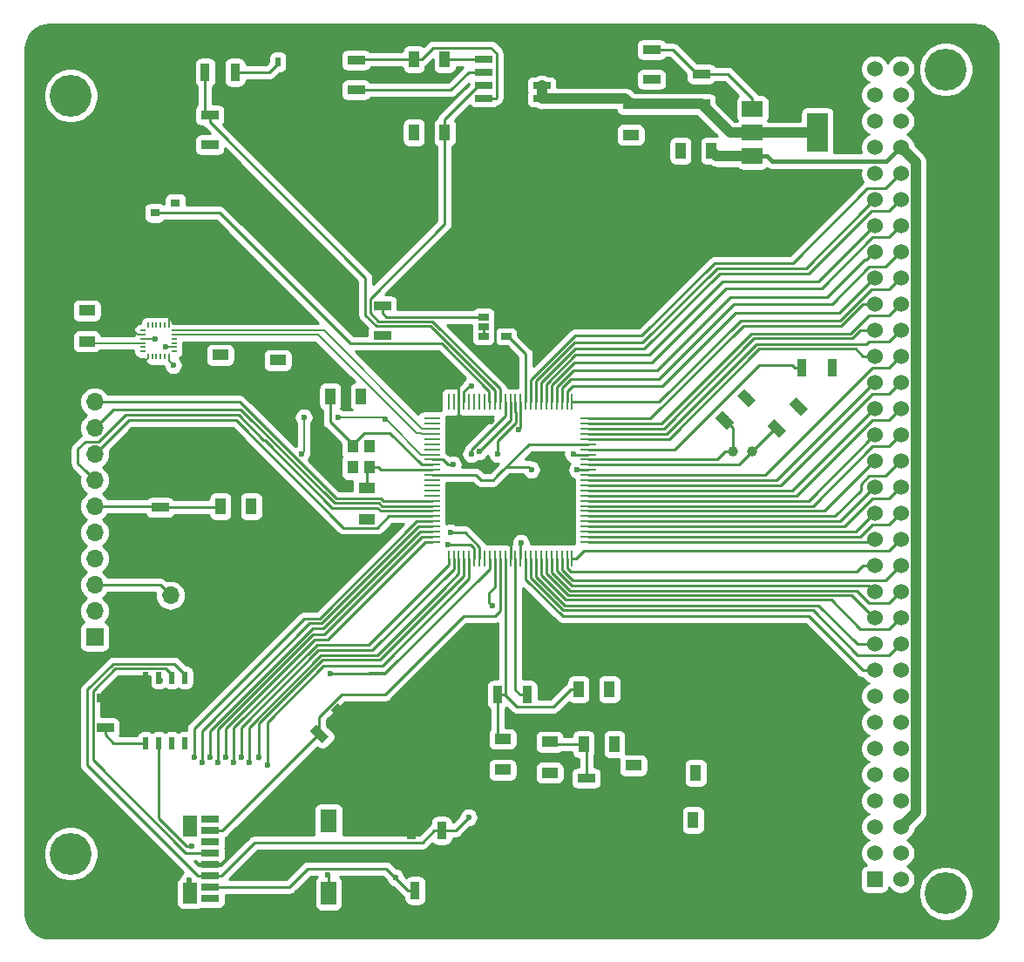
<source format=gtl>
G04 #@! TF.GenerationSoftware,KiCad,Pcbnew,(5.1.2)-1*
G04 #@! TF.CreationDate,2019-06-18T12:55:33-03:00*
G04 #@! TF.ProjectId,pcb_v1,7063625f-7631-42e6-9b69-6361645f7063,rev?*
G04 #@! TF.SameCoordinates,Original*
G04 #@! TF.FileFunction,Copper,L1,Top*
G04 #@! TF.FilePolarity,Positive*
%FSLAX46Y46*%
G04 Gerber Fmt 4.6, Leading zero omitted, Abs format (unit mm)*
G04 Created by KiCad (PCBNEW (5.1.2)-1) date 2019-06-18 12:55:33*
%MOMM*%
%LPD*%
G04 APERTURE LIST*
%ADD10C,4.064000*%
%ADD11C,0.900000*%
%ADD12C,0.100000*%
%ADD13C,1.000000*%
%ADD14R,1.000000X1.600000*%
%ADD15R,1.550000X0.250000*%
%ADD16R,0.250000X1.550000*%
%ADD17R,1.700000X0.900000*%
%ADD18R,1.600000X1.000000*%
%ADD19R,1.750000X0.650000*%
%ADD20R,0.900000X1.700000*%
%ADD21R,2.000000X3.800000*%
%ADD22R,2.000000X1.500000*%
%ADD23C,1.524000*%
%ADD24R,1.060000X0.650000*%
%ADD25R,0.500000X0.900000*%
%ADD26R,1.700000X1.700000*%
%ADD27O,1.700000X1.700000*%
%ADD28R,0.900000X0.800000*%
%ADD29R,0.508000X1.143000*%
%ADD30R,1.100000X1.300000*%
%ADD31R,1.500000X2.200000*%
%ADD32R,1.600000X2.300000*%
%ADD33R,1.400000X2.000000*%
%ADD34R,1.800000X0.800000*%
%ADD35R,0.200000X0.550000*%
%ADD36R,0.550000X0.200000*%
%ADD37C,0.600000*%
%ADD38C,0.250000*%
%ADD39C,0.200000*%
%ADD40C,1.000000*%
%ADD41C,0.400000*%
%ADD42C,0.254000*%
G04 APERTURE END LIST*
D10*
X140090000Y-55080000D03*
X55080000Y-57620000D03*
X55080000Y-131280000D03*
X140090000Y-135150000D03*
D11*
X79238695Y-119643305D03*
D12*
G36*
X79521538Y-120562544D02*
G01*
X78319456Y-119360462D01*
X78955852Y-118724066D01*
X80157934Y-119926148D01*
X79521538Y-120562544D01*
X79521538Y-120562544D01*
G37*
D11*
X81289305Y-117592695D03*
D12*
G36*
X81572148Y-118511934D02*
G01*
X80370066Y-117309852D01*
X81006462Y-116673456D01*
X82208544Y-117875538D01*
X81572148Y-118511934D01*
X81572148Y-118511934D01*
G37*
D13*
X119380000Y-92202000D03*
X121280000Y-92202000D03*
D14*
X104902000Y-120650000D03*
X107902000Y-120650000D03*
D15*
X90190000Y-100996000D03*
X90190000Y-100496000D03*
X90190000Y-99996000D03*
X90190000Y-99496000D03*
X90190000Y-98996000D03*
X90190000Y-98496000D03*
X90190000Y-97996000D03*
X90190000Y-97496000D03*
X90190000Y-96996000D03*
X90190000Y-96496000D03*
X90190000Y-95996000D03*
X90190000Y-95496000D03*
X90190000Y-94996000D03*
X90190000Y-94496000D03*
X90190000Y-93996000D03*
X90190000Y-93496000D03*
X90190000Y-92996000D03*
X90190000Y-92496000D03*
X90190000Y-91996000D03*
X90190000Y-91496000D03*
X90190000Y-90996000D03*
X90190000Y-90496000D03*
X90190000Y-89996000D03*
X90190000Y-89496000D03*
X90190000Y-88996000D03*
D16*
X91790000Y-87396000D03*
X92290000Y-87396000D03*
X92790000Y-87396000D03*
X93290000Y-87396000D03*
X93790000Y-87396000D03*
X94290000Y-87396000D03*
X94790000Y-87396000D03*
X95290000Y-87396000D03*
X95790000Y-87396000D03*
X96290000Y-87396000D03*
X96790000Y-87396000D03*
X97290000Y-87396000D03*
X97790000Y-87396000D03*
X98290000Y-87396000D03*
X98790000Y-87396000D03*
X99290000Y-87396000D03*
X99790000Y-87396000D03*
X100290000Y-87396000D03*
X100790000Y-87396000D03*
X101290000Y-87396000D03*
X101790000Y-87396000D03*
X102290000Y-87396000D03*
X102790000Y-87396000D03*
X103290000Y-87396000D03*
X103790000Y-87396000D03*
D15*
X105390000Y-88996000D03*
X105390000Y-89496000D03*
X105390000Y-89996000D03*
X105390000Y-90496000D03*
X105390000Y-90996000D03*
X105390000Y-91496000D03*
X105390000Y-91996000D03*
X105390000Y-92496000D03*
X105390000Y-92996000D03*
X105390000Y-93496000D03*
X105390000Y-93996000D03*
X105390000Y-94496000D03*
X105390000Y-94996000D03*
X105390000Y-95496000D03*
X105390000Y-95996000D03*
X105390000Y-96496000D03*
X105390000Y-96996000D03*
X105390000Y-97496000D03*
X105390000Y-97996000D03*
X105390000Y-98496000D03*
X105390000Y-98996000D03*
X105390000Y-99496000D03*
X105390000Y-99996000D03*
X105390000Y-100496000D03*
X105390000Y-100996000D03*
D16*
X103790000Y-102596000D03*
X103290000Y-102596000D03*
X102790000Y-102596000D03*
X102290000Y-102596000D03*
X101790000Y-102596000D03*
X101290000Y-102596000D03*
X100790000Y-102596000D03*
X100290000Y-102596000D03*
X99790000Y-102596000D03*
X99290000Y-102596000D03*
X98790000Y-102596000D03*
X98290000Y-102596000D03*
X97790000Y-102596000D03*
X97290000Y-102596000D03*
X96790000Y-102596000D03*
X96290000Y-102596000D03*
X95790000Y-102596000D03*
X95290000Y-102596000D03*
X94790000Y-102596000D03*
X94290000Y-102596000D03*
X93790000Y-102596000D03*
X93290000Y-102596000D03*
X92790000Y-102596000D03*
X92290000Y-102596000D03*
X91790000Y-102596000D03*
D17*
X63754000Y-94742000D03*
X63754000Y-97642000D03*
D18*
X69596000Y-85828000D03*
X69596000Y-82828000D03*
D19*
X95238000Y-57912000D03*
X95238000Y-56642000D03*
X95238000Y-55372000D03*
X95238000Y-54102000D03*
X100838000Y-54102000D03*
X100838000Y-55372000D03*
X100838000Y-56642000D03*
X100838000Y-57912000D03*
D20*
X126132000Y-84074000D03*
X129032000Y-84074000D03*
D18*
X97028000Y-120142000D03*
X97028000Y-123142000D03*
D13*
X123653340Y-89960660D03*
D12*
G36*
X123865472Y-90879899D02*
G01*
X122734101Y-89748528D01*
X123441208Y-89041421D01*
X124572579Y-90172792D01*
X123865472Y-90879899D01*
X123865472Y-90879899D01*
G37*
D13*
X125774660Y-87839340D03*
D12*
G36*
X125986792Y-88758579D02*
G01*
X124855421Y-87627208D01*
X125562528Y-86920101D01*
X126693899Y-88051472D01*
X125986792Y-88758579D01*
X125986792Y-88758579D01*
G37*
D18*
X83820000Y-95782000D03*
X83820000Y-98782000D03*
D14*
X80288000Y-86868000D03*
X83288000Y-86868000D03*
X104418000Y-115316000D03*
X107418000Y-115316000D03*
X117324000Y-62992000D03*
X114324000Y-62992000D03*
D18*
X109474000Y-58444000D03*
X109474000Y-61444000D03*
X101600000Y-120420000D03*
X101600000Y-123420000D03*
D14*
X112546000Y-128016000D03*
X115546000Y-128016000D03*
X112800000Y-123444000D03*
X115800000Y-123444000D03*
D18*
X109728000Y-125706000D03*
X109728000Y-122706000D03*
D20*
X99420000Y-115824000D03*
X96520000Y-115824000D03*
D17*
X111506000Y-53160000D03*
X111506000Y-56060000D03*
X116332000Y-58420000D03*
X116332000Y-55520000D03*
X105156000Y-126852000D03*
X105156000Y-123952000D03*
D21*
X127610000Y-61214000D03*
D22*
X121310000Y-61214000D03*
X121310000Y-63514000D03*
X121310000Y-58914000D03*
D23*
X133190000Y-133770000D03*
D12*
G36*
X133952000Y-134532000D02*
G01*
X132428000Y-134532000D01*
X132428000Y-133008000D01*
X133952000Y-133008000D01*
X133952000Y-134532000D01*
X133952000Y-134532000D01*
G37*
D23*
X133190000Y-131230000D03*
X133190000Y-128690000D03*
X133190000Y-126150000D03*
X133190000Y-123610000D03*
X133190000Y-121070000D03*
X133190000Y-118530000D03*
X133190000Y-115990000D03*
X133190000Y-113450000D03*
X133190000Y-110910000D03*
X133190000Y-108370000D03*
X133190000Y-105830000D03*
X133190000Y-103290000D03*
X133190000Y-100750000D03*
X133190000Y-98210000D03*
X133190000Y-95670000D03*
X133190000Y-93130000D03*
X133190000Y-90590000D03*
X133190000Y-88050000D03*
X133190000Y-85510000D03*
X133190000Y-82970000D03*
X133190000Y-80430000D03*
X133190000Y-77890000D03*
X133190000Y-75350000D03*
X133190000Y-72810000D03*
X133190000Y-70270000D03*
X133190000Y-67730000D03*
X133190000Y-65190000D03*
X133190000Y-62650000D03*
X133190000Y-60110000D03*
X133190000Y-57570000D03*
X133190000Y-55030000D03*
X135730000Y-133770000D03*
X135730000Y-131230000D03*
X135730000Y-128690000D03*
X135730000Y-126150000D03*
X135730000Y-123610000D03*
X135730000Y-121070000D03*
X135730000Y-118530000D03*
X135730000Y-115990000D03*
X135730000Y-113450000D03*
X135730000Y-110910000D03*
X135730000Y-108370000D03*
X135730000Y-105830000D03*
X135730000Y-103290000D03*
X135730000Y-100750000D03*
X135730000Y-98210000D03*
X135730000Y-95670000D03*
X135730000Y-93130000D03*
X135730000Y-90590000D03*
X135730000Y-88050000D03*
X135730000Y-85510000D03*
X135730000Y-82970000D03*
X135730000Y-80430000D03*
X135730000Y-77890000D03*
X135730000Y-75350000D03*
X135730000Y-72810000D03*
X135730000Y-70270000D03*
X135730000Y-67730000D03*
X135730000Y-65190000D03*
X135730000Y-62650000D03*
X135730000Y-60110000D03*
X135730000Y-57570000D03*
X135730000Y-55030000D03*
D18*
X75184000Y-86336000D03*
X75184000Y-83336000D03*
X56642000Y-81510000D03*
X56642000Y-78510000D03*
D14*
X88416000Y-54102000D03*
X91416000Y-54102000D03*
X91416000Y-61214000D03*
X88416000Y-61214000D03*
D17*
X85344000Y-80952000D03*
X85344000Y-78052000D03*
X82804000Y-54176000D03*
X82804000Y-57076000D03*
D24*
X95166000Y-79126000D03*
X95166000Y-80076000D03*
X95166000Y-81026000D03*
X97366000Y-81026000D03*
X97366000Y-79126000D03*
D14*
X69620000Y-97536000D03*
X72620000Y-97536000D03*
D25*
X75208000Y-54356000D03*
X76708000Y-54356000D03*
D26*
X57404000Y-110236000D03*
D27*
X57404000Y-107696000D03*
X57404000Y-105156000D03*
X57404000Y-102616000D03*
X57404000Y-100076000D03*
X57404000Y-97536000D03*
X57404000Y-94996000D03*
X57404000Y-92456000D03*
X57404000Y-89916000D03*
X57404000Y-87376000D03*
D26*
X64770000Y-108712000D03*
D27*
X64770000Y-106172000D03*
D20*
X71046000Y-55372000D03*
X68146000Y-55372000D03*
D17*
X68580000Y-59510000D03*
X68580000Y-62410000D03*
D20*
X88212000Y-129032000D03*
X91112000Y-129032000D03*
X88540000Y-134874000D03*
X91440000Y-134874000D03*
D17*
X58420000Y-119052000D03*
X58420000Y-116152000D03*
D28*
X63262000Y-67122000D03*
X63262000Y-69022000D03*
X65262000Y-68072000D03*
D29*
X62357000Y-114173000D03*
X63627000Y-114173000D03*
X64897000Y-114173000D03*
X66167000Y-114173000D03*
X66167000Y-120523000D03*
X64897000Y-120523000D03*
X63627000Y-120523000D03*
X62357000Y-120523000D03*
D30*
X84137000Y-93760000D03*
X84137000Y-91660000D03*
X82487000Y-91660000D03*
X82487000Y-93760000D03*
D31*
X80130000Y-135136000D03*
D32*
X80130000Y-128136000D03*
D33*
X66680000Y-128636000D03*
X66680000Y-135136000D03*
D34*
X68580000Y-127936000D03*
X68580000Y-129036000D03*
X68580000Y-130136000D03*
X68580000Y-131236000D03*
X68580000Y-132336000D03*
X68580000Y-133436000D03*
X68580000Y-134536000D03*
X68580000Y-135636000D03*
D35*
X64608000Y-79961000D03*
X64208000Y-79961000D03*
X63808000Y-79961000D03*
X63408000Y-79961000D03*
X63008000Y-79961000D03*
X62608000Y-79961000D03*
D36*
X62108000Y-80461000D03*
X62108000Y-80861000D03*
X62108000Y-81261000D03*
X62108000Y-81661000D03*
X62108000Y-82061000D03*
X62108000Y-82461000D03*
D35*
X62608000Y-82961000D03*
X63008000Y-82961000D03*
X63408000Y-82961000D03*
X63808000Y-82961000D03*
X64208000Y-82961000D03*
X64608000Y-82961000D03*
D36*
X65108000Y-82461000D03*
X65108000Y-82061000D03*
X65108000Y-81661000D03*
X65108000Y-81261000D03*
X65108000Y-80861000D03*
X65108000Y-80461000D03*
D13*
X118618000Y-89154000D03*
D12*
G36*
X118830132Y-90073239D02*
G01*
X117698761Y-88941868D01*
X118405868Y-88234761D01*
X119537239Y-89366132D01*
X118830132Y-90073239D01*
X118830132Y-90073239D01*
G37*
D13*
X120739320Y-87032680D03*
D12*
G36*
X120951452Y-87951919D02*
G01*
X119820081Y-86820548D01*
X120527188Y-86113441D01*
X121658559Y-87244812D01*
X120951452Y-87951919D01*
X120951452Y-87951919D01*
G37*
D37*
X80010000Y-133350000D03*
X80010000Y-128016000D03*
X56896000Y-78486000D03*
X65278000Y-68072000D03*
X68580000Y-62484000D03*
X114300000Y-63246000D03*
X109474000Y-61468000D03*
X98806000Y-101092000D03*
X63246000Y-81280000D03*
X65024000Y-83820000D03*
X69596000Y-82828000D03*
X75184000Y-83336000D03*
X92202000Y-93472000D03*
X83288000Y-86868000D03*
X97028000Y-123142000D03*
X72620000Y-97536000D03*
X104284279Y-93995999D03*
X68580000Y-130136000D03*
X66680000Y-128636000D03*
X107418000Y-115316000D03*
X95166000Y-81026000D03*
X88416000Y-61214000D03*
X95238000Y-54102000D03*
X103886000Y-92456000D03*
X111506000Y-56060000D03*
X66167000Y-120523000D03*
X101600000Y-123420000D03*
X107902000Y-120650000D03*
X109728000Y-122706000D03*
X115800000Y-123444000D03*
X115546000Y-128016000D03*
X66548000Y-133858000D03*
X125774660Y-87839340D03*
X129032000Y-84074000D03*
X120739320Y-87032680D03*
X84137000Y-91660000D03*
X82487000Y-93760000D03*
X83820000Y-98782002D03*
X64281000Y-82061000D03*
X93980000Y-85852000D03*
X101600000Y-120420000D03*
X99822000Y-93980000D03*
X68326000Y-132334000D03*
X97790000Y-101092000D03*
X95123000Y-89103200D03*
X64481087Y-132334000D03*
X95300800Y-82829400D03*
X92710000Y-85598000D03*
X95238000Y-57912000D03*
X100838000Y-57912000D03*
X85344000Y-80952000D03*
X81026000Y-88900000D03*
X77724000Y-88900000D03*
X77470000Y-92456000D03*
X69620000Y-97536000D03*
X85670839Y-89059095D03*
X91694000Y-101279363D03*
X91948000Y-100076000D03*
X93726000Y-127762000D03*
X96034913Y-107207222D03*
X66802000Y-130556000D03*
X96520000Y-92456000D03*
X86614000Y-133604000D03*
X86614000Y-133604000D03*
X62357000Y-120523000D03*
X93980000Y-92456000D03*
X80264000Y-113792000D03*
X64897000Y-114173000D03*
X63754000Y-114444491D03*
X98578797Y-90113303D03*
X94742000Y-92202000D03*
X64897000Y-120523000D03*
X70923694Y-122428000D03*
X71628000Y-121920000D03*
X72390000Y-122428000D03*
X73380487Y-121920000D03*
X74168000Y-122682000D03*
X67056000Y-121920000D03*
X67818000Y-122428000D03*
X68580000Y-121920000D03*
X69380013Y-122428000D03*
X70104000Y-121920000D03*
D38*
X80130000Y-133470000D02*
X80010000Y-133350000D01*
X80130000Y-134636000D02*
X80130000Y-133470000D01*
X98395001Y-116999001D02*
X97220000Y-115824000D01*
X101984999Y-116999001D02*
X98395001Y-116999001D01*
X103668000Y-115316000D02*
X101984999Y-116999001D01*
X104418000Y-115316000D02*
X103668000Y-115316000D01*
X97220000Y-115824000D02*
X96520000Y-115824000D01*
X97290000Y-115754000D02*
X97220000Y-115824000D01*
X97290000Y-102596000D02*
X97290000Y-115754000D01*
X96520000Y-119634000D02*
X97028000Y-120142000D01*
X96520000Y-115824000D02*
X96520000Y-119634000D01*
X98790000Y-102596000D02*
X98790000Y-101108000D01*
X98790000Y-101108000D02*
X98806000Y-101092000D01*
X95166000Y-81026000D02*
X95166000Y-80076000D01*
X94113000Y-54102000D02*
X91416000Y-54102000D01*
X95238000Y-54102000D02*
X94113000Y-54102000D01*
D39*
X62108000Y-81261000D02*
X63227000Y-81261000D01*
X63227000Y-81261000D02*
X63246000Y-81280000D01*
X64608000Y-82961000D02*
X64608000Y-83404000D01*
X64608000Y-83404000D02*
X65024000Y-83820000D01*
D38*
X91215000Y-92996000D02*
X91691000Y-93472000D01*
X90190000Y-92996000D02*
X91215000Y-92996000D01*
X91691000Y-93472000D02*
X92202000Y-93472000D01*
X105390000Y-93996000D02*
X104284280Y-93996000D01*
D39*
X104284280Y-93996000D02*
X104284279Y-93995999D01*
D38*
X105390000Y-92496000D02*
X103926000Y-92496000D01*
X103926000Y-92496000D02*
X103886000Y-92456000D01*
X66680000Y-135636000D02*
X66680000Y-133990000D01*
X66680000Y-133990000D02*
X66548000Y-133858000D01*
D39*
X65108000Y-82061000D02*
X64281000Y-82061000D01*
D38*
X93290000Y-86371000D02*
X93809000Y-85852000D01*
X93290000Y-87396000D02*
X93290000Y-86371000D01*
X93809000Y-85852000D02*
X93980000Y-85852000D01*
X123521340Y-89960660D02*
X123653340Y-89960660D01*
X121280000Y-92202000D02*
X123521340Y-89960660D01*
X119986000Y-93496000D02*
X105390000Y-93496000D01*
X121280000Y-92202000D02*
X119986000Y-93496000D01*
X106415000Y-92996000D02*
X105390000Y-92996000D01*
X117878894Y-92996000D02*
X106415000Y-92996000D01*
X118672894Y-92202000D02*
X117878894Y-92996000D01*
X119380000Y-92202000D02*
X118672894Y-92202000D01*
X119380000Y-89916000D02*
X118618000Y-89154000D01*
X119380000Y-92202000D02*
X119380000Y-89916000D01*
X82487000Y-91560000D02*
X80264000Y-89337000D01*
X80288000Y-89313000D02*
X80288000Y-86868000D01*
X80264000Y-89337000D02*
X80288000Y-89313000D01*
X86090011Y-90421011D02*
X89165000Y-93496000D01*
X89165000Y-93496000D02*
X90190000Y-93496000D01*
X83625989Y-90421011D02*
X86090011Y-90421011D01*
X82487000Y-91660000D02*
X82487000Y-91560000D01*
X82487000Y-91560000D02*
X83625989Y-90421011D01*
X89165000Y-93996000D02*
X90190000Y-93996000D01*
X85173000Y-93996000D02*
X89165000Y-93996000D01*
X84937000Y-93760000D02*
X85173000Y-93996000D01*
X84137000Y-93760000D02*
X84937000Y-93760000D01*
X83820000Y-94077000D02*
X84137000Y-93760000D01*
X83820000Y-95782000D02*
X83820000Y-94077000D01*
X99576025Y-91496000D02*
X104365000Y-91496000D01*
X104365000Y-91496000D02*
X105390000Y-91496000D01*
X94939141Y-94975918D02*
X96096107Y-94975918D01*
X96096107Y-94975918D02*
X96467024Y-94605001D01*
X90190000Y-94496000D02*
X94459223Y-94496000D01*
X94459223Y-94496000D02*
X94939141Y-94975918D01*
X105156000Y-120904000D02*
X104902000Y-120650000D01*
X105156000Y-123952000D02*
X105156000Y-120904000D01*
X101830000Y-120650000D02*
X101600000Y-120420000D01*
X104902000Y-120650000D02*
X101830000Y-120650000D01*
X97392023Y-93680001D02*
X96806012Y-94266012D01*
X99522001Y-93680001D02*
X97392023Y-93680001D01*
X99822000Y-93980000D02*
X99522001Y-93680001D01*
X96467024Y-94605001D02*
X96806012Y-94266012D01*
X96806012Y-94266012D02*
X99576025Y-91496000D01*
D39*
X64608000Y-79961000D02*
X64608000Y-79410000D01*
X64608000Y-79410000D02*
X64770000Y-79248000D01*
X62108000Y-80861000D02*
X61557000Y-80861000D01*
X61557000Y-80861000D02*
X61214000Y-80518000D01*
X62608000Y-83136000D02*
X61976000Y-83768000D01*
X62608000Y-82961000D02*
X62608000Y-83136000D01*
D38*
X97790000Y-101092000D02*
X97790000Y-102596000D01*
X92790000Y-89264901D02*
X92959036Y-89433937D01*
X95861343Y-89433937D02*
X96161342Y-89133938D01*
X92959036Y-89433937D02*
X95861343Y-89433937D01*
X92790000Y-87396000D02*
X92790000Y-89264901D01*
X92710000Y-85598000D02*
X92790000Y-85678000D01*
X92790000Y-85678000D02*
X92790000Y-87396000D01*
X96586000Y-79126000D02*
X96316800Y-79395200D01*
X97366000Y-79126000D02*
X96586000Y-79126000D01*
X96316800Y-79395200D02*
X96316800Y-81864200D01*
X98720000Y-115824000D02*
X99420000Y-115824000D01*
X98290000Y-115394000D02*
X98720000Y-115824000D01*
X98290000Y-102596000D02*
X98290000Y-115394000D01*
X82878000Y-54102000D02*
X82804000Y-54176000D01*
X88416000Y-54102000D02*
X82878000Y-54102000D01*
X90291001Y-52976999D02*
X89166000Y-54102000D01*
X95898001Y-52976999D02*
X90291001Y-52976999D01*
X96438001Y-57836999D02*
X96438001Y-53516999D01*
X96438001Y-53516999D02*
X95898001Y-52976999D01*
X95238000Y-57912000D02*
X96363000Y-57912000D01*
X96363000Y-57912000D02*
X96438001Y-57836999D01*
X89166000Y-54102000D02*
X88416000Y-54102000D01*
D40*
X100838000Y-57912000D02*
X100838000Y-56642000D01*
X108942000Y-57912000D02*
X109474000Y-58444000D01*
X100838000Y-57912000D02*
X108942000Y-57912000D01*
X116308000Y-58444000D02*
X116332000Y-58420000D01*
X109474000Y-58444000D02*
X116308000Y-58444000D01*
X119126000Y-61214000D02*
X121310000Y-61214000D01*
X116332000Y-58420000D02*
X119126000Y-61214000D01*
X121310000Y-61214000D02*
X127610000Y-61214000D01*
D38*
X113572000Y-53160000D02*
X111506000Y-53160000D01*
X116332000Y-55520000D02*
X115932000Y-55520000D01*
X115932000Y-55520000D02*
X113572000Y-53160000D01*
X121310000Y-57914000D02*
X121310000Y-58914000D01*
X118916000Y-55520000D02*
X121310000Y-57914000D01*
X116332000Y-55520000D02*
X118916000Y-55520000D01*
D39*
X56793000Y-81661000D02*
X56642000Y-81510000D01*
X62108000Y-81661000D02*
X56793000Y-81661000D01*
D38*
X85344000Y-78752000D02*
X85344000Y-78052000D01*
X85718000Y-79126000D02*
X85344000Y-78752000D01*
X95166000Y-79126000D02*
X85718000Y-79126000D01*
X92022000Y-57076000D02*
X82804000Y-57076000D01*
X95238000Y-55372000D02*
X93726000Y-55372000D01*
X93726000Y-55372000D02*
X92022000Y-57076000D01*
X95238000Y-56642000D02*
X94688000Y-56642000D01*
X94688000Y-56642000D02*
X91416000Y-59914000D01*
X91416000Y-60164000D02*
X91416000Y-61214000D01*
X91416000Y-59914000D02*
X91416000Y-60164000D01*
X91416000Y-70094998D02*
X91416000Y-62264000D01*
X84168999Y-77341999D02*
X91416000Y-70094998D01*
X96790000Y-87396000D02*
X96790000Y-86138176D01*
X96790000Y-86138176D02*
X90227835Y-79576011D01*
X90227835Y-79576011D02*
X84983009Y-79576011D01*
X91416000Y-62264000D02*
X91416000Y-61214000D01*
X84983009Y-79576011D02*
X84168999Y-78762001D01*
X84168999Y-78762001D02*
X84168999Y-77341999D01*
X63648000Y-97536000D02*
X63754000Y-97642000D01*
X57404000Y-97536000D02*
X63648000Y-97536000D01*
X69236000Y-97642000D02*
X69342000Y-97536000D01*
X63754000Y-97642000D02*
X69236000Y-97642000D01*
D39*
X77724000Y-88900000D02*
X77724000Y-92202000D01*
X77724000Y-92202000D02*
X77470000Y-92456000D01*
X85970838Y-89359094D02*
X85670839Y-89059095D01*
X89107744Y-92496000D02*
X85970838Y-89359094D01*
X81026000Y-88900000D02*
X85511744Y-88900000D01*
X85511744Y-88900000D02*
X85670839Y-89059095D01*
X90190000Y-92496000D02*
X89107744Y-92496000D01*
D38*
X75208000Y-54556000D02*
X75208000Y-54356000D01*
X74392000Y-55372000D02*
X75208000Y-54556000D01*
X71046000Y-55372000D02*
X74392000Y-55372000D01*
D39*
X89215000Y-90496000D02*
X89143000Y-90424000D01*
X90190000Y-90496000D02*
X89215000Y-90496000D01*
X65583000Y-80861000D02*
X65108000Y-80861000D01*
X79121002Y-80861000D02*
X65583000Y-80861000D01*
X88684002Y-90424000D02*
X79121002Y-80861000D01*
X89143000Y-90424000D02*
X88684002Y-90424000D01*
X65583000Y-80461000D02*
X65108000Y-80461000D01*
X79680000Y-80461000D02*
X65583000Y-80461000D01*
X89215000Y-89996000D02*
X79680000Y-80461000D01*
X90190000Y-89996000D02*
X89215000Y-89996000D01*
D38*
X93958366Y-101279363D02*
X92118264Y-101279363D01*
X92118264Y-101279363D02*
X91694000Y-101279363D01*
X94290000Y-102596000D02*
X94290000Y-101610997D01*
X94290000Y-101610997D02*
X93958366Y-101279363D01*
X92372264Y-100076000D02*
X91948000Y-100076000D01*
X93391413Y-100076000D02*
X92372264Y-100076000D01*
X94790000Y-101474587D02*
X93391413Y-100076000D01*
X94790000Y-102596000D02*
X94790000Y-101474587D01*
X85197002Y-97996000D02*
X84880001Y-97678999D01*
X56482999Y-91280999D02*
X55785001Y-91978997D01*
X56554001Y-94146001D02*
X57404000Y-94996000D01*
X84880001Y-97678999D02*
X80503177Y-97678999D01*
X60413002Y-88646000D02*
X57778003Y-91280999D01*
X57778003Y-91280999D02*
X56482999Y-91280999D01*
X55785001Y-91978997D02*
X55785001Y-93377001D01*
X73819001Y-91091001D02*
X71374000Y-88646000D01*
X55785001Y-93377001D02*
X56554001Y-94146001D01*
X71374000Y-88646000D02*
X60413002Y-88646000D01*
X80503177Y-97678999D02*
X73915179Y-91091001D01*
X73915179Y-91091001D02*
X73819001Y-91091001D01*
X90190000Y-97996000D02*
X85197002Y-97996000D01*
X85991002Y-98496000D02*
X90190000Y-98496000D01*
X84880001Y-99607001D02*
X85991002Y-98496000D01*
X81573001Y-99607001D02*
X84880001Y-99607001D01*
X71120000Y-89154000D02*
X81573001Y-99607001D01*
X60706000Y-89154000D02*
X71120000Y-89154000D01*
X57404000Y-92456000D02*
X60706000Y-89154000D01*
X89165000Y-97496000D02*
X90190000Y-97496000D01*
X85066401Y-97228988D02*
X85333413Y-97496000D01*
X59182000Y-88138000D02*
X71598588Y-88138000D01*
X57404000Y-89916000D02*
X59182000Y-88138000D01*
X71598588Y-88138000D02*
X80689576Y-97228988D01*
X80689576Y-97228988D02*
X85066401Y-97228988D01*
X85333413Y-97496000D02*
X89165000Y-97496000D01*
X71472998Y-87376000D02*
X58606081Y-87376000D01*
X58606081Y-87376000D02*
X57404000Y-87376000D01*
X85469824Y-96996000D02*
X85252801Y-96778977D01*
X85252801Y-96778977D02*
X80875975Y-96778977D01*
X80875975Y-96778977D02*
X71472998Y-87376000D01*
X90190000Y-96996000D02*
X85469824Y-96996000D01*
X125432000Y-84074000D02*
X125178000Y-83820000D01*
X126132000Y-84074000D02*
X125432000Y-84074000D01*
X125178000Y-83820000D02*
X121920000Y-83820000D01*
X113744000Y-91996000D02*
X105390000Y-91996000D01*
X121920000Y-83820000D02*
X113744000Y-91996000D01*
X68146000Y-59076000D02*
X68580000Y-59510000D01*
X68146000Y-55372000D02*
X68146000Y-59076000D01*
X68580000Y-60210000D02*
X68580000Y-59510000D01*
X96290000Y-86274587D02*
X90041435Y-80026022D01*
X83718988Y-78948401D02*
X83718988Y-75348988D01*
X96290000Y-87396000D02*
X96290000Y-86274587D01*
X84796609Y-80026022D02*
X83718988Y-78948401D01*
X90041435Y-80026022D02*
X84796609Y-80026022D01*
X83718988Y-75348988D02*
X68580000Y-60210000D01*
X90412000Y-129032000D02*
X91112000Y-129032000D01*
X89236999Y-130207001D02*
X90412000Y-129032000D01*
X72958999Y-130207001D02*
X89236999Y-130207001D01*
X69730000Y-133436000D02*
X72958999Y-130207001D01*
X68580000Y-133436000D02*
X69730000Y-133436000D01*
X56699989Y-122705989D02*
X67430000Y-133436000D01*
X56699989Y-115350598D02*
X56699989Y-122705989D01*
X67430000Y-133436000D02*
X68580000Y-133436000D01*
X59224099Y-112826488D02*
X56699989Y-115350598D01*
X66167000Y-114173000D02*
X66167000Y-113855500D01*
X66167000Y-113855500D02*
X65137988Y-112826488D01*
X65137988Y-112826488D02*
X59224099Y-112826488D01*
X92456000Y-129032000D02*
X91112000Y-129032000D01*
X93726000Y-127762000D02*
X92456000Y-129032000D01*
X95734914Y-105938265D02*
X95734914Y-106907223D01*
X96290000Y-105383179D02*
X95734914Y-105938265D01*
X95734914Y-106907223D02*
X96034913Y-107207222D01*
X96290000Y-102596000D02*
X96290000Y-105383179D01*
X68326000Y-128836002D02*
X68380002Y-128836002D01*
X63627000Y-120523000D02*
X63627000Y-127868002D01*
X63627000Y-127868002D02*
X66314998Y-130556000D01*
X66314998Y-130556000D02*
X66802000Y-130556000D01*
X69846000Y-129036000D02*
X68580000Y-129036000D01*
X79238695Y-119643305D02*
X69846000Y-129036000D01*
X96790000Y-102596000D02*
X96790000Y-107680000D01*
X79238695Y-117981587D02*
X81396282Y-115824000D01*
X79238695Y-119643305D02*
X79238695Y-117981587D01*
X81396282Y-115824000D02*
X85598000Y-115824000D01*
X93218000Y-108204000D02*
X96266000Y-108204000D01*
X85598000Y-115824000D02*
X93218000Y-108204000D01*
X96790000Y-107680000D02*
X96266000Y-108204000D01*
X87840000Y-134874000D02*
X88540000Y-134874000D01*
X86676999Y-133710999D02*
X87840000Y-134874000D01*
X76284000Y-134536000D02*
X78095002Y-132724998D01*
X78095002Y-132724998D02*
X85690998Y-132724998D01*
X86377000Y-133411000D02*
X86676999Y-133710999D01*
X68580000Y-134536000D02*
X76284000Y-134536000D01*
X85690998Y-132724998D02*
X86377000Y-133411000D01*
X98290000Y-88421000D02*
X98298000Y-88429000D01*
X98290000Y-87396000D02*
X98290000Y-88421000D01*
X98298000Y-88429000D02*
X98298000Y-89408000D01*
X98298000Y-89408000D02*
X96520000Y-91186000D01*
X96520000Y-91186000D02*
X96520000Y-92456000D01*
X58420000Y-119752000D02*
X58420000Y-119052000D01*
X59191000Y-120523000D02*
X58420000Y-119752000D01*
X62357000Y-120523000D02*
X59191000Y-120523000D01*
X97290000Y-88421000D02*
X97290000Y-87396000D01*
X97290000Y-88721736D02*
X97290000Y-88421000D01*
X93980000Y-92031736D02*
X97290000Y-88721736D01*
X93980000Y-92456000D02*
X93980000Y-92031736D01*
X64317999Y-113276499D02*
X64897000Y-113855500D01*
X59410499Y-113276499D02*
X64317999Y-113276499D01*
X57244999Y-115441999D02*
X59410499Y-113276499D01*
X66288896Y-131236000D02*
X57244999Y-122192103D01*
X68580000Y-131236000D02*
X66288896Y-131236000D01*
X57244999Y-122192103D02*
X57244999Y-115441999D01*
X95790000Y-102596000D02*
X95790000Y-103621000D01*
X84424558Y-113743807D02*
X84000294Y-113743807D01*
X95790000Y-103621000D02*
X85667193Y-113743807D01*
X85667193Y-113743807D02*
X84424558Y-113743807D01*
X85619000Y-113792000D02*
X85667193Y-113743807D01*
X82296000Y-113792000D02*
X85619000Y-113792000D01*
X82296000Y-113792000D02*
X80264000Y-113792000D01*
X63627000Y-114173000D02*
X63660274Y-114173000D01*
X63660274Y-114173000D02*
X63754000Y-114266726D01*
X63754000Y-114266726D02*
X63754000Y-114444491D01*
X98790000Y-87396000D02*
X98790000Y-89902100D01*
X98790000Y-89902100D02*
X98578797Y-90113303D01*
X97790000Y-87396000D02*
X97790000Y-88687105D01*
X97790000Y-89154000D02*
X94742000Y-92202000D01*
X97790000Y-88687105D02*
X97790000Y-89154000D01*
X97571000Y-81026000D02*
X97366000Y-81026000D01*
X99290000Y-82745000D02*
X97571000Y-81026000D01*
X99290000Y-87396000D02*
X99290000Y-82745000D01*
X69530000Y-69022000D02*
X63262000Y-69022000D01*
X82235001Y-81727001D02*
X69530000Y-69022000D01*
X91106003Y-81727001D02*
X89855001Y-81727001D01*
X95740001Y-86360999D02*
X91106003Y-81727001D01*
X89855001Y-81727001D02*
X82235001Y-81727001D01*
X95790000Y-87396000D02*
X95740001Y-87346001D01*
X95740001Y-87346001D02*
X95740001Y-86360999D01*
X91790000Y-103246000D02*
X91790000Y-102596000D01*
X84038000Y-110998000D02*
X91790000Y-103246000D01*
X78994000Y-110998000D02*
X84038000Y-110998000D01*
X70923694Y-119068306D02*
X78994000Y-110998000D01*
X70923694Y-122428000D02*
X70923694Y-119068306D01*
X71628000Y-119000410D02*
X71628000Y-120904000D01*
X79122410Y-111506000D02*
X71628000Y-119000410D01*
X84405000Y-111506000D02*
X79122410Y-111506000D01*
X92290000Y-103621000D02*
X84405000Y-111506000D01*
X92290000Y-102596000D02*
X92290000Y-103621000D01*
X71628000Y-120904000D02*
X71628000Y-121158000D01*
X71628000Y-121920000D02*
X71628000Y-121158000D01*
X72390000Y-121412000D02*
X72390000Y-122428000D01*
X72390000Y-119000410D02*
X72390000Y-121412000D01*
X92790000Y-102596000D02*
X92790000Y-104062821D01*
X92790000Y-104062821D02*
X91304801Y-105548020D01*
X91304801Y-105548020D02*
X91301980Y-105548020D01*
X91301980Y-105548020D02*
X84836000Y-112014000D01*
X84836000Y-112014000D02*
X79376410Y-112014000D01*
X79376410Y-112014000D02*
X72390000Y-119000410D01*
X73380487Y-121698710D02*
X73380487Y-122122974D01*
X73380487Y-118646334D02*
X73380487Y-121698710D01*
X79562810Y-112464011D02*
X73380487Y-118646334D01*
X85147989Y-112464011D02*
X79562810Y-112464011D01*
X93290000Y-104322000D02*
X85147989Y-112464011D01*
X93290000Y-102596000D02*
X93290000Y-104322000D01*
X74168000Y-122257736D02*
X74168000Y-122682000D01*
X74168000Y-118495232D02*
X74168000Y-122257736D01*
X85344000Y-113030000D02*
X79633232Y-113030000D01*
X79633232Y-113030000D02*
X74168000Y-118495232D01*
X93790000Y-102596000D02*
X93790000Y-104584000D01*
X93790000Y-104584000D02*
X85344000Y-113030000D01*
X99290000Y-104626814D02*
X99290000Y-102596000D01*
X102868593Y-108205407D02*
X99290000Y-104626814D01*
X126747407Y-108205407D02*
X102868593Y-108205407D01*
X131992000Y-113450000D02*
X126747407Y-108205407D01*
X133150000Y-113450000D02*
X131992000Y-113450000D01*
X99790000Y-103621000D02*
X99790000Y-102596000D01*
X135690000Y-110910000D02*
X134602999Y-111997001D01*
X134602999Y-111997001D02*
X131555001Y-111997001D01*
X131555001Y-111997001D02*
X127191202Y-107633202D01*
X127191202Y-107633202D02*
X102932798Y-107633202D01*
X102932798Y-107633202D02*
X99790000Y-104490404D01*
X99790000Y-104490404D02*
X99790000Y-103621000D01*
X131484000Y-110910000D02*
X133150000Y-110910000D01*
X127757191Y-107183191D02*
X131484000Y-110910000D01*
X103119195Y-107183191D02*
X127757191Y-107183191D01*
X100290000Y-102596000D02*
X100290000Y-104353995D01*
X100290000Y-104353995D02*
X103119195Y-107183191D01*
X134984000Y-109076000D02*
X135690000Y-108370000D01*
X100790000Y-102596000D02*
X100790000Y-104217585D01*
X100790000Y-104217585D02*
X103188207Y-106615793D01*
X103188207Y-106615793D02*
X128967793Y-106615793D01*
X128967793Y-106615793D02*
X131809001Y-109457001D01*
X131809001Y-109457001D02*
X134602999Y-109457001D01*
X134602999Y-109457001D02*
X134984000Y-109076000D01*
X130945782Y-106165782D02*
X133150000Y-108370000D01*
X103374606Y-106165782D02*
X130945782Y-106165782D01*
X101290000Y-102596000D02*
X101290000Y-104081175D01*
X101290000Y-104081175D02*
X103374606Y-106165782D01*
X134928001Y-106591999D02*
X135690000Y-105830000D01*
X132628239Y-106917001D02*
X134602999Y-106917001D01*
X131427009Y-105715771D02*
X132628239Y-106917001D01*
X103561006Y-105715771D02*
X131427009Y-105715771D01*
X134602999Y-106917001D02*
X134928001Y-106591999D01*
X101790000Y-103944765D02*
X103561006Y-105715771D01*
X101790000Y-102596000D02*
X101790000Y-103944765D01*
X132585760Y-105265760D02*
X133150000Y-105830000D01*
X103747405Y-105265760D02*
X132585760Y-105265760D01*
X102290000Y-103808355D02*
X103747405Y-105265760D01*
X102290000Y-102596000D02*
X102290000Y-103808355D01*
X134237001Y-104742999D02*
X135690000Y-103290000D01*
X103861054Y-104742999D02*
X134237001Y-104742999D01*
X102790000Y-102596000D02*
X102790000Y-103671944D01*
X102790000Y-103671944D02*
X103861054Y-104742999D01*
X103290000Y-103535535D02*
X103290000Y-102596000D01*
X103636232Y-103881768D02*
X103290000Y-103535535D01*
X131480602Y-103881768D02*
X103636232Y-103881768D01*
X132072370Y-103290000D02*
X131480602Y-103881768D01*
X133150000Y-103290000D02*
X132072370Y-103290000D01*
X134928001Y-101511999D02*
X135690000Y-100750000D01*
X134602999Y-101837001D02*
X134928001Y-101511999D01*
X104923999Y-101837001D02*
X134602999Y-101837001D01*
X104165000Y-102596000D02*
X104923999Y-101837001D01*
X103790000Y-102596000D02*
X104165000Y-102596000D01*
X132904000Y-100996000D02*
X133150000Y-100750000D01*
X105390000Y-100996000D02*
X132904000Y-100996000D01*
X134928001Y-98971999D02*
X135690000Y-98210000D01*
X134602999Y-99297001D02*
X134928001Y-98971999D01*
X132994237Y-99297001D02*
X134602999Y-99297001D01*
X131795238Y-100496000D02*
X132994237Y-99297001D01*
X105390000Y-100496000D02*
X131795238Y-100496000D01*
X131364000Y-99996000D02*
X133150000Y-98210000D01*
X105390000Y-99996000D02*
X131364000Y-99996000D01*
X134928001Y-96431999D02*
X135690000Y-95670000D01*
X134602999Y-96757001D02*
X134928001Y-96431999D01*
X132994237Y-96757001D02*
X134602999Y-96757001D01*
X130255238Y-99496000D02*
X132994237Y-96757001D01*
X105390000Y-99496000D02*
X130255238Y-99496000D01*
X129824000Y-98996000D02*
X133150000Y-95670000D01*
X105390000Y-98996000D02*
X129824000Y-98996000D01*
X135690000Y-93130000D02*
X134237001Y-94582999D01*
X132628239Y-94582999D02*
X131826000Y-95385238D01*
X134237001Y-94582999D02*
X132628239Y-94582999D01*
X131826000Y-95385238D02*
X131826000Y-96012000D01*
X129342000Y-98496000D02*
X105390000Y-98496000D01*
X131826000Y-96012000D02*
X129342000Y-98496000D01*
X128284000Y-97996000D02*
X133150000Y-93130000D01*
X105390000Y-97996000D02*
X128284000Y-97996000D01*
X134928001Y-91351999D02*
X135690000Y-90590000D01*
X134602999Y-91677001D02*
X134928001Y-91351999D01*
X132994237Y-91677001D02*
X134602999Y-91677001D01*
X127175238Y-97496000D02*
X132994237Y-91677001D01*
X105390000Y-97496000D02*
X127175238Y-97496000D01*
X126744000Y-96996000D02*
X133150000Y-90590000D01*
X105390000Y-96996000D02*
X126744000Y-96996000D01*
X134928001Y-88811999D02*
X135690000Y-88050000D01*
X134602999Y-89137001D02*
X134928001Y-88811999D01*
X132994237Y-89137001D02*
X134602999Y-89137001D01*
X125635238Y-96496000D02*
X132994237Y-89137001D01*
X105390000Y-96496000D02*
X125635238Y-96496000D01*
X125204000Y-95996000D02*
X133150000Y-88050000D01*
X105390000Y-95996000D02*
X125204000Y-95996000D01*
X134928001Y-86271999D02*
X135690000Y-85510000D01*
X134602999Y-86597001D02*
X134928001Y-86271999D01*
X132994237Y-86597001D02*
X134602999Y-86597001D01*
X124095238Y-95496000D02*
X132994237Y-86597001D01*
X105390000Y-95496000D02*
X124095238Y-95496000D01*
X123664000Y-94996000D02*
X133150000Y-85510000D01*
X105390000Y-94996000D02*
X123664000Y-94996000D01*
X106415000Y-94496000D02*
X106423000Y-94488000D01*
X105390000Y-94496000D02*
X106415000Y-94496000D01*
X134928001Y-83731999D02*
X135690000Y-82970000D01*
X134602999Y-84057001D02*
X134928001Y-83731999D01*
X132994237Y-84057001D02*
X134602999Y-84057001D01*
X122563238Y-94488000D02*
X132994237Y-84057001D01*
X106423000Y-94488000D02*
X122563238Y-94488000D01*
X121977989Y-82238011D02*
X113220000Y-90996000D01*
X106415000Y-90996000D02*
X105390000Y-90996000D01*
X131340381Y-82238011D02*
X121977989Y-82238011D01*
X132072370Y-82970000D02*
X131340381Y-82238011D01*
X113220000Y-90996000D02*
X106415000Y-90996000D01*
X133150000Y-82970000D02*
X132072370Y-82970000D01*
X134928001Y-81191999D02*
X135690000Y-80430000D01*
X134602999Y-81517001D02*
X134928001Y-81191999D01*
X135690000Y-80430000D02*
X134602999Y-81517001D01*
X112958000Y-90496000D02*
X106415000Y-90496000D01*
X106415000Y-90496000D02*
X105390000Y-90496000D01*
X134602999Y-81517001D02*
X132604999Y-81517001D01*
X132334000Y-81788000D02*
X121666000Y-81788000D01*
X132604999Y-81517001D02*
X132334000Y-81788000D01*
X121666000Y-81788000D02*
X112958000Y-90496000D01*
X112696000Y-89996000D02*
X106415000Y-89996000D01*
X133150000Y-80430000D02*
X131788411Y-80430000D01*
X131788411Y-80430000D02*
X130996400Y-81222011D01*
X121469989Y-81222011D02*
X112696000Y-89996000D01*
X106415000Y-89996000D02*
X105390000Y-89996000D01*
X130996400Y-81222011D02*
X121469989Y-81222011D01*
X134602999Y-78977001D02*
X134928001Y-78651999D01*
X134928001Y-78651999D02*
X135690000Y-77890000D01*
X135690000Y-77890000D02*
X134602999Y-78977001D01*
X134602999Y-78977001D02*
X132604999Y-78977001D01*
X132604999Y-78977001D02*
X130810000Y-80772000D01*
X130810000Y-80772000D02*
X121158000Y-80772000D01*
X112434000Y-89496000D02*
X105390000Y-89496000D01*
X121158000Y-80772000D02*
X112434000Y-89496000D01*
X106415000Y-88996000D02*
X105390000Y-88996000D01*
X111410000Y-88996000D02*
X106415000Y-88996000D01*
X120396000Y-80010000D02*
X111410000Y-88996000D01*
X129952370Y-80010000D02*
X120396000Y-80010000D01*
X132072370Y-77890000D02*
X129952370Y-80010000D01*
X133150000Y-77890000D02*
X132072370Y-77890000D01*
D39*
X136752001Y-63712001D02*
X136451999Y-63411999D01*
X136451999Y-63411999D02*
X135690000Y-62650000D01*
D41*
X135690000Y-128690000D02*
X137414000Y-126966000D01*
X137414000Y-64374000D02*
X135690000Y-62650000D01*
X137414000Y-126966000D02*
X137414000Y-64374000D01*
D40*
X136491999Y-63411999D02*
X135730000Y-62650000D01*
X137192001Y-64112001D02*
X136491999Y-63411999D01*
X137192001Y-127227999D02*
X137192001Y-64112001D01*
X135730000Y-128690000D02*
X137192001Y-127227999D01*
D41*
X135690000Y-62650000D02*
X134332000Y-64008000D01*
X134332000Y-64008000D02*
X123204000Y-64008000D01*
X123204000Y-64008000D02*
X122710000Y-63514000D01*
X122710000Y-63514000D02*
X121310000Y-63514000D01*
D40*
X117846000Y-63514000D02*
X117324000Y-62992000D01*
X121310000Y-63514000D02*
X117846000Y-63514000D01*
D38*
X63754000Y-105156000D02*
X57404000Y-105156000D01*
X64770000Y-106172000D02*
X63754000Y-105156000D01*
X102790000Y-87396000D02*
X102790000Y-86057590D01*
X132628239Y-74262999D02*
X129032000Y-77859238D01*
X135690000Y-72810000D02*
X134237001Y-74262999D01*
X134237001Y-74262999D02*
X132628239Y-74262999D01*
X129032000Y-77859238D02*
X119498762Y-77859238D01*
X112205205Y-85152795D02*
X103694795Y-85152795D01*
X119498762Y-77859238D02*
X112205205Y-85152795D01*
X102790000Y-86057590D02*
X103694795Y-85152795D01*
X101290000Y-85648357D02*
X101290000Y-87396000D01*
X104134358Y-82804000D02*
X101290000Y-85648357D01*
X111252000Y-82804000D02*
X104134358Y-82804000D01*
X118364000Y-75692000D02*
X111252000Y-82804000D01*
X127728000Y-75692000D02*
X118364000Y-75692000D01*
X133150000Y-70270000D02*
X127728000Y-75692000D01*
X103290000Y-86371000D02*
X103809000Y-85852000D01*
X103290000Y-87396000D02*
X103290000Y-86371000D01*
X103809000Y-85852000D02*
X112522000Y-85852000D01*
X112522000Y-85852000D02*
X119634000Y-78740000D01*
X129760000Y-78740000D02*
X133150000Y-75350000D01*
X119634000Y-78740000D02*
X129760000Y-78740000D01*
X104008768Y-83566000D02*
X101790000Y-85784768D01*
X135690000Y-70270000D02*
X134602999Y-71357001D01*
X134602999Y-71357001D02*
X132994237Y-71357001D01*
X132994237Y-71357001D02*
X128016000Y-76335238D01*
X101790000Y-85784768D02*
X101790000Y-87396000D01*
X118736762Y-76335238D02*
X111506000Y-83566000D01*
X128016000Y-76335238D02*
X118736762Y-76335238D01*
X111506000Y-83566000D02*
X104008768Y-83566000D01*
X135690000Y-75350000D02*
X134602999Y-76437001D01*
X134602999Y-76437001D02*
X132858999Y-76437001D01*
X132858999Y-76437001D02*
X129794000Y-79502000D01*
X129794000Y-79502000D02*
X120142000Y-79502000D01*
X112248000Y-87396000D02*
X103790000Y-87396000D01*
X120142000Y-79502000D02*
X112248000Y-87396000D01*
X102290000Y-87396000D02*
X102290000Y-85921179D01*
X132388001Y-73571999D02*
X132168001Y-73571999D01*
X133150000Y-72810000D02*
X132388001Y-73571999D01*
X132168001Y-73571999D02*
X128524000Y-77216000D01*
X128524000Y-77216000D02*
X119126000Y-77216000D01*
X112015410Y-84326590D02*
X103884590Y-84326590D01*
X119126000Y-77216000D02*
X112015410Y-84326590D01*
X102290000Y-85921179D02*
X103884590Y-84326590D01*
X88710002Y-98996000D02*
X79248002Y-108458000D01*
X90190000Y-98996000D02*
X88710002Y-98996000D01*
X79248002Y-108458000D02*
X77724000Y-108458000D01*
X77724000Y-108458000D02*
X67056000Y-119126000D01*
X67056000Y-119126000D02*
X67056000Y-120904000D01*
X67056000Y-121920000D02*
X67056000Y-121412000D01*
X67056000Y-120904000D02*
X67056000Y-121412000D01*
X67818000Y-120650000D02*
X67818000Y-122428000D01*
X67818000Y-119380000D02*
X67818000Y-120650000D01*
X78289989Y-108908011D02*
X67818000Y-119380000D01*
X79434402Y-108908011D02*
X78289989Y-108908011D01*
X90190000Y-99496000D02*
X88846413Y-99496000D01*
X88846413Y-99496000D02*
X79434402Y-108908011D01*
X68580000Y-119380000D02*
X68580000Y-120396000D01*
X78601978Y-109358022D02*
X68580000Y-119380000D01*
X79620802Y-109358022D02*
X78601978Y-109358022D01*
X90190000Y-99996000D02*
X88982824Y-99996000D01*
X88982824Y-99996000D02*
X79620802Y-109358022D01*
X68580000Y-121920000D02*
X68580000Y-121412000D01*
X68580000Y-120396000D02*
X68580000Y-121412000D01*
X69380013Y-120396000D02*
X69380013Y-122428000D01*
X69380013Y-119216397D02*
X69380013Y-120396000D01*
X78614410Y-109982000D02*
X69380013Y-119216397D01*
X79679000Y-109982000D02*
X78614410Y-109982000D01*
X89165000Y-100496000D02*
X79679000Y-109982000D01*
X90190000Y-100496000D02*
X89165000Y-100496000D01*
X89540000Y-100996000D02*
X90190000Y-100996000D01*
X80046000Y-110490000D02*
X89540000Y-100996000D01*
X78742820Y-110490000D02*
X80046000Y-110490000D01*
X70104000Y-119128820D02*
X78742820Y-110490000D01*
X70104000Y-121920000D02*
X70104000Y-119128820D01*
X135690000Y-67730000D02*
X134602999Y-68817001D01*
X100790000Y-86371000D02*
X100790000Y-87396000D01*
X100790000Y-85511946D02*
X100790000Y-86371000D01*
X134602999Y-68817001D02*
X132858999Y-68817001D01*
X132858999Y-68817001D02*
X126746000Y-74930000D01*
X126746000Y-74930000D02*
X118110000Y-74930000D01*
X110811027Y-82228973D02*
X104072973Y-82228973D01*
X118110000Y-74930000D02*
X110811027Y-82228973D01*
X104072973Y-82228973D02*
X100790000Y-85511946D01*
X100290000Y-85375535D02*
X100290000Y-87396000D01*
X132388001Y-68491999D02*
X132388001Y-68525999D01*
X133150000Y-67730000D02*
X132388001Y-68491999D01*
X132388001Y-68525999D02*
X126492000Y-74422000D01*
X126492000Y-74422000D02*
X117856000Y-74422000D01*
X110621233Y-81656767D02*
X104008767Y-81656767D01*
X117856000Y-74422000D02*
X110621233Y-81656767D01*
X104008767Y-81656767D02*
X100290000Y-85375535D01*
X135636000Y-65024000D02*
X135128000Y-65024000D01*
X99790000Y-85239124D02*
X99790000Y-87396000D01*
X134237001Y-66642999D02*
X132493001Y-66642999D01*
X135690000Y-65190000D02*
X134237001Y-66642999D01*
X132493001Y-66642999D02*
X125222000Y-73914000D01*
X125222000Y-73914000D02*
X117602000Y-73914000D01*
X110558438Y-80957562D02*
X104071562Y-80957562D01*
X117602000Y-73914000D02*
X110558438Y-80957562D01*
X104071562Y-80957562D02*
X99790000Y-85239124D01*
D42*
G36*
X143334134Y-50756953D02*
G01*
X143761355Y-50885938D01*
X144155384Y-51095446D01*
X144501214Y-51377499D01*
X144785673Y-51721351D01*
X144997929Y-52113910D01*
X145129892Y-52540213D01*
X145180001Y-53016974D01*
X145180000Y-137135279D01*
X145133048Y-137614133D01*
X145004063Y-138041353D01*
X144794554Y-138435384D01*
X144512501Y-138781214D01*
X144168651Y-139065672D01*
X143776093Y-139277927D01*
X143349788Y-139409891D01*
X142873036Y-139460000D01*
X53034721Y-139460000D01*
X52555867Y-139413048D01*
X52128647Y-139284063D01*
X51734616Y-139074554D01*
X51388786Y-138792501D01*
X51104328Y-138448651D01*
X50892073Y-138056093D01*
X50760109Y-137629788D01*
X50710000Y-137153036D01*
X50710000Y-131017323D01*
X52413000Y-131017323D01*
X52413000Y-131542677D01*
X52515492Y-132057935D01*
X52716536Y-132543298D01*
X53008406Y-132980113D01*
X53379887Y-133351594D01*
X53816702Y-133643464D01*
X54302065Y-133844508D01*
X54817323Y-133947000D01*
X55342677Y-133947000D01*
X55857935Y-133844508D01*
X56343298Y-133643464D01*
X56780113Y-133351594D01*
X57151594Y-132980113D01*
X57443464Y-132543298D01*
X57644508Y-132057935D01*
X57747000Y-131542677D01*
X57747000Y-131017323D01*
X57644508Y-130502065D01*
X57443464Y-130016702D01*
X57151594Y-129579887D01*
X56780113Y-129208406D01*
X56343298Y-128916536D01*
X55857935Y-128715492D01*
X55342677Y-128613000D01*
X54817323Y-128613000D01*
X54302065Y-128715492D01*
X53816702Y-128916536D01*
X53379887Y-129208406D01*
X53008406Y-129579887D01*
X52716536Y-130016702D01*
X52515492Y-130502065D01*
X52413000Y-131017323D01*
X50710000Y-131017323D01*
X50710000Y-91978997D01*
X55021325Y-91978997D01*
X55025001Y-92016320D01*
X55025002Y-93339669D01*
X55021325Y-93377001D01*
X55025002Y-93414334D01*
X55035999Y-93525987D01*
X55044227Y-93553110D01*
X55079455Y-93669247D01*
X55150027Y-93801277D01*
X55221202Y-93888003D01*
X55245001Y-93917002D01*
X55273999Y-93940800D01*
X55963203Y-94630005D01*
X55940487Y-94704889D01*
X55911815Y-94996000D01*
X55940487Y-95287111D01*
X56025401Y-95567034D01*
X56163294Y-95825014D01*
X56348866Y-96051134D01*
X56574986Y-96236706D01*
X56629791Y-96266000D01*
X56574986Y-96295294D01*
X56348866Y-96480866D01*
X56163294Y-96706986D01*
X56025401Y-96964966D01*
X55940487Y-97244889D01*
X55911815Y-97536000D01*
X55940487Y-97827111D01*
X56025401Y-98107034D01*
X56163294Y-98365014D01*
X56348866Y-98591134D01*
X56574986Y-98776706D01*
X56629791Y-98806000D01*
X56574986Y-98835294D01*
X56348866Y-99020866D01*
X56163294Y-99246986D01*
X56025401Y-99504966D01*
X55940487Y-99784889D01*
X55911815Y-100076000D01*
X55940487Y-100367111D01*
X56025401Y-100647034D01*
X56163294Y-100905014D01*
X56348866Y-101131134D01*
X56574986Y-101316706D01*
X56629791Y-101346000D01*
X56574986Y-101375294D01*
X56348866Y-101560866D01*
X56163294Y-101786986D01*
X56025401Y-102044966D01*
X55940487Y-102324889D01*
X55911815Y-102616000D01*
X55940487Y-102907111D01*
X56025401Y-103187034D01*
X56163294Y-103445014D01*
X56348866Y-103671134D01*
X56574986Y-103856706D01*
X56629791Y-103886000D01*
X56574986Y-103915294D01*
X56348866Y-104100866D01*
X56163294Y-104326986D01*
X56025401Y-104584966D01*
X55940487Y-104864889D01*
X55911815Y-105156000D01*
X55940487Y-105447111D01*
X56025401Y-105727034D01*
X56163294Y-105985014D01*
X56348866Y-106211134D01*
X56574986Y-106396706D01*
X56629791Y-106426000D01*
X56574986Y-106455294D01*
X56348866Y-106640866D01*
X56163294Y-106866986D01*
X56025401Y-107124966D01*
X55940487Y-107404889D01*
X55911815Y-107696000D01*
X55940487Y-107987111D01*
X56025401Y-108267034D01*
X56163294Y-108525014D01*
X56348866Y-108751134D01*
X56378687Y-108775607D01*
X56309820Y-108796498D01*
X56199506Y-108855463D01*
X56102815Y-108934815D01*
X56023463Y-109031506D01*
X55964498Y-109141820D01*
X55928188Y-109261518D01*
X55915928Y-109386000D01*
X55915928Y-111086000D01*
X55928188Y-111210482D01*
X55964498Y-111330180D01*
X56023463Y-111440494D01*
X56102815Y-111537185D01*
X56199506Y-111616537D01*
X56309820Y-111675502D01*
X56429518Y-111711812D01*
X56554000Y-111724072D01*
X58254000Y-111724072D01*
X58378482Y-111711812D01*
X58498180Y-111675502D01*
X58608494Y-111616537D01*
X58705185Y-111537185D01*
X58784537Y-111440494D01*
X58843502Y-111330180D01*
X58879812Y-111210482D01*
X58892072Y-111086000D01*
X58892072Y-109386000D01*
X58879812Y-109261518D01*
X58843502Y-109141820D01*
X58784537Y-109031506D01*
X58705185Y-108934815D01*
X58608494Y-108855463D01*
X58498180Y-108796498D01*
X58429313Y-108775607D01*
X58459134Y-108751134D01*
X58644706Y-108525014D01*
X58782599Y-108267034D01*
X58867513Y-107987111D01*
X58896185Y-107696000D01*
X58867513Y-107404889D01*
X58782599Y-107124966D01*
X58644706Y-106866986D01*
X58459134Y-106640866D01*
X58233014Y-106455294D01*
X58178209Y-106426000D01*
X58233014Y-106396706D01*
X58459134Y-106211134D01*
X58644706Y-105985014D01*
X58681595Y-105916000D01*
X63303029Y-105916000D01*
X63277815Y-106172000D01*
X63306487Y-106463111D01*
X63391401Y-106743034D01*
X63529294Y-107001014D01*
X63714866Y-107227134D01*
X63940986Y-107412706D01*
X64198966Y-107550599D01*
X64478889Y-107635513D01*
X64697050Y-107657000D01*
X64842950Y-107657000D01*
X65061111Y-107635513D01*
X65341034Y-107550599D01*
X65599014Y-107412706D01*
X65825134Y-107227134D01*
X66010706Y-107001014D01*
X66148599Y-106743034D01*
X66233513Y-106463111D01*
X66262185Y-106172000D01*
X66233513Y-105880889D01*
X66148599Y-105600966D01*
X66010706Y-105342986D01*
X65825134Y-105116866D01*
X65599014Y-104931294D01*
X65341034Y-104793401D01*
X65061111Y-104708487D01*
X64842950Y-104687000D01*
X64697050Y-104687000D01*
X64478889Y-104708487D01*
X64404004Y-104731203D01*
X64317804Y-104645002D01*
X64294001Y-104615999D01*
X64178276Y-104521026D01*
X64046247Y-104450454D01*
X63902986Y-104406997D01*
X63791333Y-104396000D01*
X63791322Y-104396000D01*
X63754000Y-104392324D01*
X63716678Y-104396000D01*
X58681595Y-104396000D01*
X58644706Y-104326986D01*
X58459134Y-104100866D01*
X58233014Y-103915294D01*
X58178209Y-103886000D01*
X58233014Y-103856706D01*
X58459134Y-103671134D01*
X58644706Y-103445014D01*
X58782599Y-103187034D01*
X58867513Y-102907111D01*
X58896185Y-102616000D01*
X58867513Y-102324889D01*
X58782599Y-102044966D01*
X58644706Y-101786986D01*
X58459134Y-101560866D01*
X58233014Y-101375294D01*
X58178209Y-101346000D01*
X58233014Y-101316706D01*
X58459134Y-101131134D01*
X58644706Y-100905014D01*
X58782599Y-100647034D01*
X58867513Y-100367111D01*
X58896185Y-100076000D01*
X58867513Y-99784889D01*
X58782599Y-99504966D01*
X58644706Y-99246986D01*
X58459134Y-99020866D01*
X58233014Y-98835294D01*
X58178209Y-98806000D01*
X58233014Y-98776706D01*
X58459134Y-98591134D01*
X58644706Y-98365014D01*
X58681595Y-98296000D01*
X62302310Y-98296000D01*
X62314498Y-98336180D01*
X62373463Y-98446494D01*
X62452815Y-98543185D01*
X62549506Y-98622537D01*
X62659820Y-98681502D01*
X62779518Y-98717812D01*
X62904000Y-98730072D01*
X64604000Y-98730072D01*
X64728482Y-98717812D01*
X64848180Y-98681502D01*
X64958494Y-98622537D01*
X65055185Y-98543185D01*
X65134537Y-98446494D01*
X65158320Y-98402000D01*
X68488428Y-98402000D01*
X68494188Y-98460482D01*
X68530498Y-98580180D01*
X68589463Y-98690494D01*
X68668815Y-98787185D01*
X68765506Y-98866537D01*
X68875820Y-98925502D01*
X68995518Y-98961812D01*
X69120000Y-98974072D01*
X70120000Y-98974072D01*
X70244482Y-98961812D01*
X70364180Y-98925502D01*
X70474494Y-98866537D01*
X70571185Y-98787185D01*
X70650537Y-98690494D01*
X70709502Y-98580180D01*
X70745812Y-98460482D01*
X70758072Y-98336000D01*
X70758072Y-96736000D01*
X71481928Y-96736000D01*
X71481928Y-98336000D01*
X71494188Y-98460482D01*
X71530498Y-98580180D01*
X71589463Y-98690494D01*
X71668815Y-98787185D01*
X71765506Y-98866537D01*
X71875820Y-98925502D01*
X71995518Y-98961812D01*
X72120000Y-98974072D01*
X73120000Y-98974072D01*
X73244482Y-98961812D01*
X73364180Y-98925502D01*
X73474494Y-98866537D01*
X73571185Y-98787185D01*
X73650537Y-98690494D01*
X73709502Y-98580180D01*
X73745812Y-98460482D01*
X73758072Y-98336000D01*
X73758072Y-96736000D01*
X73745812Y-96611518D01*
X73709502Y-96491820D01*
X73650537Y-96381506D01*
X73571185Y-96284815D01*
X73474494Y-96205463D01*
X73364180Y-96146498D01*
X73244482Y-96110188D01*
X73120000Y-96097928D01*
X72120000Y-96097928D01*
X71995518Y-96110188D01*
X71875820Y-96146498D01*
X71765506Y-96205463D01*
X71668815Y-96284815D01*
X71589463Y-96381506D01*
X71530498Y-96491820D01*
X71494188Y-96611518D01*
X71481928Y-96736000D01*
X70758072Y-96736000D01*
X70745812Y-96611518D01*
X70709502Y-96491820D01*
X70650537Y-96381506D01*
X70571185Y-96284815D01*
X70474494Y-96205463D01*
X70364180Y-96146498D01*
X70244482Y-96110188D01*
X70120000Y-96097928D01*
X69120000Y-96097928D01*
X68995518Y-96110188D01*
X68875820Y-96146498D01*
X68765506Y-96205463D01*
X68668815Y-96284815D01*
X68589463Y-96381506D01*
X68530498Y-96491820D01*
X68494188Y-96611518D01*
X68481928Y-96736000D01*
X68481928Y-96882000D01*
X65158320Y-96882000D01*
X65134537Y-96837506D01*
X65055185Y-96740815D01*
X64958494Y-96661463D01*
X64848180Y-96602498D01*
X64728482Y-96566188D01*
X64604000Y-96553928D01*
X62904000Y-96553928D01*
X62779518Y-96566188D01*
X62659820Y-96602498D01*
X62549506Y-96661463D01*
X62452815Y-96740815D01*
X62423940Y-96776000D01*
X58681595Y-96776000D01*
X58644706Y-96706986D01*
X58459134Y-96480866D01*
X58233014Y-96295294D01*
X58178209Y-96266000D01*
X58233014Y-96236706D01*
X58459134Y-96051134D01*
X58644706Y-95825014D01*
X58782599Y-95567034D01*
X58867513Y-95287111D01*
X58896185Y-94996000D01*
X58867513Y-94704889D01*
X58782599Y-94424966D01*
X58644706Y-94166986D01*
X58459134Y-93940866D01*
X58233014Y-93755294D01*
X58178209Y-93726000D01*
X58233014Y-93696706D01*
X58459134Y-93511134D01*
X58644706Y-93285014D01*
X58782599Y-93027034D01*
X58867513Y-92747111D01*
X58896185Y-92456000D01*
X58867513Y-92164889D01*
X58844797Y-92090004D01*
X61020802Y-89914000D01*
X70805199Y-89914000D01*
X81009202Y-100118004D01*
X81033000Y-100147002D01*
X81148725Y-100241975D01*
X81280754Y-100312547D01*
X81424015Y-100356004D01*
X81535668Y-100367001D01*
X81535676Y-100367001D01*
X81573001Y-100370677D01*
X81610326Y-100367001D01*
X84842679Y-100367001D01*
X84880001Y-100370677D01*
X84917323Y-100367001D01*
X84917334Y-100367001D01*
X85028987Y-100356004D01*
X85172248Y-100312547D01*
X85304277Y-100241975D01*
X85420002Y-100147002D01*
X85443805Y-100117999D01*
X86305804Y-99256000D01*
X87375200Y-99256000D01*
X78933201Y-107698000D01*
X77761322Y-107698000D01*
X77723999Y-107694324D01*
X77686676Y-107698000D01*
X77686667Y-107698000D01*
X77575014Y-107708997D01*
X77431753Y-107752454D01*
X77299724Y-107823026D01*
X77183999Y-107917999D01*
X77160201Y-107946997D01*
X66545003Y-118562196D01*
X66515999Y-118585999D01*
X66468375Y-118644030D01*
X66421026Y-118701724D01*
X66372707Y-118792122D01*
X66350454Y-118833754D01*
X66306997Y-118977015D01*
X66296000Y-119088668D01*
X66296000Y-119088678D01*
X66292324Y-119126000D01*
X66296000Y-119163323D01*
X66296000Y-119313428D01*
X65913000Y-119313428D01*
X65788518Y-119325688D01*
X65668820Y-119361998D01*
X65558506Y-119420963D01*
X65532000Y-119442716D01*
X65505494Y-119420963D01*
X65395180Y-119361998D01*
X65275482Y-119325688D01*
X65151000Y-119313428D01*
X64643000Y-119313428D01*
X64518518Y-119325688D01*
X64398820Y-119361998D01*
X64288506Y-119420963D01*
X64262000Y-119442716D01*
X64235494Y-119420963D01*
X64125180Y-119361998D01*
X64005482Y-119325688D01*
X63881000Y-119313428D01*
X63373000Y-119313428D01*
X63248518Y-119325688D01*
X63128820Y-119361998D01*
X63018506Y-119420963D01*
X62992000Y-119442716D01*
X62965494Y-119420963D01*
X62855180Y-119361998D01*
X62735482Y-119325688D01*
X62611000Y-119313428D01*
X62103000Y-119313428D01*
X61978518Y-119325688D01*
X61858820Y-119361998D01*
X61748506Y-119420963D01*
X61651815Y-119500315D01*
X61572463Y-119597006D01*
X61513498Y-119707320D01*
X61496608Y-119763000D01*
X59850511Y-119763000D01*
X59859502Y-119746180D01*
X59895812Y-119626482D01*
X59908072Y-119502000D01*
X59908072Y-118602000D01*
X59895812Y-118477518D01*
X59859502Y-118357820D01*
X59800537Y-118247506D01*
X59721185Y-118150815D01*
X59624494Y-118071463D01*
X59514180Y-118012498D01*
X59394482Y-117976188D01*
X59270000Y-117963928D01*
X58004999Y-117963928D01*
X58004999Y-115756800D01*
X59725302Y-114036499D01*
X62734928Y-114036499D01*
X62734928Y-114744500D01*
X62747188Y-114868982D01*
X62783498Y-114988680D01*
X62842463Y-115098994D01*
X62921815Y-115195685D01*
X63018506Y-115275037D01*
X63128820Y-115334002D01*
X63248518Y-115370312D01*
X63373000Y-115382572D01*
X63881000Y-115382572D01*
X64005482Y-115370312D01*
X64125180Y-115334002D01*
X64235494Y-115275037D01*
X64262000Y-115253284D01*
X64288506Y-115275037D01*
X64398820Y-115334002D01*
X64518518Y-115370312D01*
X64643000Y-115382572D01*
X65151000Y-115382572D01*
X65275482Y-115370312D01*
X65395180Y-115334002D01*
X65505494Y-115275037D01*
X65532000Y-115253284D01*
X65558506Y-115275037D01*
X65668820Y-115334002D01*
X65788518Y-115370312D01*
X65913000Y-115382572D01*
X66421000Y-115382572D01*
X66545482Y-115370312D01*
X66665180Y-115334002D01*
X66775494Y-115275037D01*
X66872185Y-115195685D01*
X66951537Y-115098994D01*
X67010502Y-114988680D01*
X67046812Y-114868982D01*
X67059072Y-114744500D01*
X67059072Y-113601500D01*
X67046812Y-113477018D01*
X67010502Y-113357320D01*
X66951537Y-113247006D01*
X66872185Y-113150315D01*
X66775494Y-113070963D01*
X66665180Y-113011998D01*
X66545482Y-112975688D01*
X66421000Y-112963428D01*
X66349730Y-112963428D01*
X65701792Y-112315490D01*
X65677989Y-112286487D01*
X65562264Y-112191514D01*
X65430235Y-112120942D01*
X65286974Y-112077485D01*
X65175321Y-112066488D01*
X65175310Y-112066488D01*
X65137988Y-112062812D01*
X65100666Y-112066488D01*
X59261432Y-112066488D01*
X59224099Y-112062811D01*
X59186766Y-112066488D01*
X59075113Y-112077485D01*
X58931852Y-112120942D01*
X58799823Y-112191514D01*
X58684098Y-112286487D01*
X58660300Y-112315485D01*
X56188992Y-114786794D01*
X56159988Y-114810597D01*
X56112250Y-114868767D01*
X56065015Y-114926322D01*
X56022962Y-115004998D01*
X55994443Y-115058352D01*
X55950986Y-115201613D01*
X55939989Y-115313266D01*
X55939989Y-115313276D01*
X55936313Y-115350598D01*
X55939989Y-115387920D01*
X55939990Y-122668657D01*
X55936313Y-122705989D01*
X55939990Y-122743322D01*
X55950987Y-122854975D01*
X55957422Y-122876188D01*
X55994443Y-122998235D01*
X56065015Y-123130265D01*
X56115415Y-123191677D01*
X56159989Y-123245990D01*
X56188987Y-123269788D01*
X66011297Y-133092099D01*
X65951972Y-133131738D01*
X65821738Y-133261972D01*
X65719414Y-133415111D01*
X65648932Y-133585271D01*
X65647225Y-133593854D01*
X65625506Y-133605463D01*
X65528815Y-133684815D01*
X65449463Y-133781506D01*
X65390498Y-133891820D01*
X65354188Y-134011518D01*
X65341928Y-134136000D01*
X65341928Y-136136000D01*
X65354188Y-136260482D01*
X65390498Y-136380180D01*
X65449463Y-136490494D01*
X65528815Y-136587185D01*
X65625506Y-136666537D01*
X65735820Y-136725502D01*
X65855518Y-136761812D01*
X65980000Y-136774072D01*
X67380000Y-136774072D01*
X67504482Y-136761812D01*
X67624180Y-136725502D01*
X67720397Y-136674072D01*
X69480000Y-136674072D01*
X69604482Y-136661812D01*
X69724180Y-136625502D01*
X69834494Y-136566537D01*
X69931185Y-136487185D01*
X70010537Y-136390494D01*
X70069502Y-136280180D01*
X70105812Y-136160482D01*
X70118072Y-136036000D01*
X70118072Y-135296000D01*
X76246678Y-135296000D01*
X76284000Y-135299676D01*
X76321322Y-135296000D01*
X76321333Y-135296000D01*
X76432986Y-135285003D01*
X76576247Y-135241546D01*
X76708276Y-135170974D01*
X76824001Y-135076001D01*
X76847804Y-135046997D01*
X78409804Y-133484998D01*
X79063793Y-133484998D01*
X79025506Y-133505463D01*
X78928815Y-133584815D01*
X78849463Y-133681506D01*
X78790498Y-133791820D01*
X78754188Y-133911518D01*
X78741928Y-134036000D01*
X78741928Y-136236000D01*
X78754188Y-136360482D01*
X78790498Y-136480180D01*
X78849463Y-136590494D01*
X78928815Y-136687185D01*
X79025506Y-136766537D01*
X79135820Y-136825502D01*
X79255518Y-136861812D01*
X79380000Y-136874072D01*
X80880000Y-136874072D01*
X81004482Y-136861812D01*
X81124180Y-136825502D01*
X81234494Y-136766537D01*
X81331185Y-136687185D01*
X81410537Y-136590494D01*
X81469502Y-136480180D01*
X81505812Y-136360482D01*
X81518072Y-136236000D01*
X81518072Y-134036000D01*
X81505812Y-133911518D01*
X81469502Y-133791820D01*
X81410537Y-133681506D01*
X81331185Y-133584815D01*
X81234494Y-133505463D01*
X81196207Y-133484998D01*
X85376197Y-133484998D01*
X85701773Y-133810575D01*
X85714932Y-133876729D01*
X85785414Y-134046889D01*
X85887738Y-134200028D01*
X86017972Y-134330262D01*
X86171111Y-134432586D01*
X86341271Y-134503068D01*
X86407426Y-134516227D01*
X87276201Y-135385003D01*
X87299999Y-135414001D01*
X87415724Y-135508974D01*
X87451928Y-135528326D01*
X87451928Y-135724000D01*
X87464188Y-135848482D01*
X87500498Y-135968180D01*
X87559463Y-136078494D01*
X87638815Y-136175185D01*
X87735506Y-136254537D01*
X87845820Y-136313502D01*
X87965518Y-136349812D01*
X88090000Y-136362072D01*
X88990000Y-136362072D01*
X89114482Y-136349812D01*
X89234180Y-136313502D01*
X89344494Y-136254537D01*
X89441185Y-136175185D01*
X89520537Y-136078494D01*
X89579502Y-135968180D01*
X89615812Y-135848482D01*
X89628072Y-135724000D01*
X89628072Y-134024000D01*
X89615812Y-133899518D01*
X89579502Y-133779820D01*
X89520537Y-133669506D01*
X89441185Y-133572815D01*
X89344494Y-133493463D01*
X89234180Y-133434498D01*
X89114482Y-133398188D01*
X88990000Y-133385928D01*
X88090000Y-133385928D01*
X87965518Y-133398188D01*
X87845820Y-133434498D01*
X87735506Y-133493463D01*
X87638815Y-133572815D01*
X87627457Y-133586655D01*
X87548078Y-133507277D01*
X87513068Y-133331271D01*
X87442586Y-133161111D01*
X87340262Y-133007972D01*
X87210028Y-132877738D01*
X87056889Y-132775414D01*
X86886729Y-132704932D01*
X86710724Y-132669922D01*
X86254801Y-132214000D01*
X86230999Y-132184997D01*
X86115274Y-132090024D01*
X85983245Y-132019452D01*
X85839984Y-131975995D01*
X85728331Y-131964998D01*
X85728320Y-131964998D01*
X85690998Y-131961322D01*
X85653676Y-131964998D01*
X78132335Y-131964998D01*
X78095002Y-131961321D01*
X78057669Y-131964998D01*
X77946016Y-131975995D01*
X77802755Y-132019452D01*
X77670726Y-132090024D01*
X77555001Y-132184997D01*
X77531203Y-132213995D01*
X75969199Y-133776000D01*
X70464801Y-133776000D01*
X73273801Y-130967001D01*
X89199677Y-130967001D01*
X89236999Y-130970677D01*
X89274321Y-130967001D01*
X89274332Y-130967001D01*
X89385985Y-130956004D01*
X89529246Y-130912547D01*
X89661275Y-130841975D01*
X89777000Y-130747002D01*
X89800803Y-130717998D01*
X90199457Y-130319345D01*
X90210815Y-130333185D01*
X90307506Y-130412537D01*
X90417820Y-130471502D01*
X90537518Y-130507812D01*
X90662000Y-130520072D01*
X91562000Y-130520072D01*
X91686482Y-130507812D01*
X91806180Y-130471502D01*
X91916494Y-130412537D01*
X92013185Y-130333185D01*
X92092537Y-130236494D01*
X92151502Y-130126180D01*
X92187812Y-130006482D01*
X92200072Y-129882000D01*
X92200072Y-129792000D01*
X92418678Y-129792000D01*
X92456000Y-129795676D01*
X92493322Y-129792000D01*
X92493333Y-129792000D01*
X92604986Y-129781003D01*
X92748247Y-129737546D01*
X92880276Y-129666974D01*
X92996001Y-129572001D01*
X93019804Y-129542997D01*
X93877649Y-128685153D01*
X93998729Y-128661068D01*
X94168889Y-128590586D01*
X94322028Y-128488262D01*
X94452262Y-128358028D01*
X94554586Y-128204889D01*
X94625068Y-128034729D01*
X94661000Y-127854089D01*
X94661000Y-127669911D01*
X94625068Y-127489271D01*
X94554586Y-127319111D01*
X94485690Y-127216000D01*
X114407928Y-127216000D01*
X114407928Y-128816000D01*
X114420188Y-128940482D01*
X114456498Y-129060180D01*
X114515463Y-129170494D01*
X114594815Y-129267185D01*
X114691506Y-129346537D01*
X114801820Y-129405502D01*
X114921518Y-129441812D01*
X115046000Y-129454072D01*
X116046000Y-129454072D01*
X116170482Y-129441812D01*
X116290180Y-129405502D01*
X116400494Y-129346537D01*
X116497185Y-129267185D01*
X116576537Y-129170494D01*
X116635502Y-129060180D01*
X116671812Y-128940482D01*
X116684072Y-128816000D01*
X116684072Y-127216000D01*
X116671812Y-127091518D01*
X116635502Y-126971820D01*
X116576537Y-126861506D01*
X116497185Y-126764815D01*
X116400494Y-126685463D01*
X116290180Y-126626498D01*
X116170482Y-126590188D01*
X116046000Y-126577928D01*
X115046000Y-126577928D01*
X114921518Y-126590188D01*
X114801820Y-126626498D01*
X114691506Y-126685463D01*
X114594815Y-126764815D01*
X114515463Y-126861506D01*
X114456498Y-126971820D01*
X114420188Y-127091518D01*
X114407928Y-127216000D01*
X94485690Y-127216000D01*
X94452262Y-127165972D01*
X94322028Y-127035738D01*
X94168889Y-126933414D01*
X93998729Y-126862932D01*
X93818089Y-126827000D01*
X93633911Y-126827000D01*
X93453271Y-126862932D01*
X93283111Y-126933414D01*
X93129972Y-127035738D01*
X92999738Y-127165972D01*
X92897414Y-127319111D01*
X92826932Y-127489271D01*
X92802847Y-127610351D01*
X92200072Y-128213127D01*
X92200072Y-128182000D01*
X92187812Y-128057518D01*
X92151502Y-127937820D01*
X92092537Y-127827506D01*
X92013185Y-127730815D01*
X91916494Y-127651463D01*
X91806180Y-127592498D01*
X91686482Y-127556188D01*
X91562000Y-127543928D01*
X90662000Y-127543928D01*
X90537518Y-127556188D01*
X90417820Y-127592498D01*
X90307506Y-127651463D01*
X90210815Y-127730815D01*
X90131463Y-127827506D01*
X90072498Y-127937820D01*
X90036188Y-128057518D01*
X90023928Y-128182000D01*
X90023928Y-128377674D01*
X89987724Y-128397026D01*
X89871999Y-128491999D01*
X89848201Y-128520997D01*
X88922198Y-129447001D01*
X81544734Y-129447001D01*
X81555812Y-129410482D01*
X81568072Y-129286000D01*
X81568072Y-126986000D01*
X81555812Y-126861518D01*
X81519502Y-126741820D01*
X81460537Y-126631506D01*
X81381185Y-126534815D01*
X81284494Y-126455463D01*
X81174180Y-126396498D01*
X81054482Y-126360188D01*
X80930000Y-126347928D01*
X79330000Y-126347928D01*
X79205518Y-126360188D01*
X79085820Y-126396498D01*
X78975506Y-126455463D01*
X78878815Y-126534815D01*
X78799463Y-126631506D01*
X78740498Y-126741820D01*
X78704188Y-126861518D01*
X78691928Y-126986000D01*
X78691928Y-129286000D01*
X78704188Y-129410482D01*
X78715266Y-129447001D01*
X72996321Y-129447001D01*
X72958998Y-129443325D01*
X72921675Y-129447001D01*
X72921666Y-129447001D01*
X72810013Y-129457998D01*
X72666752Y-129501455D01*
X72534723Y-129572027D01*
X72418998Y-129667000D01*
X72395200Y-129695998D01*
X69663199Y-132428000D01*
X69604482Y-132410188D01*
X69480000Y-132397928D01*
X67680000Y-132397928D01*
X67555518Y-132410188D01*
X67496801Y-132427999D01*
X67064802Y-131996000D01*
X67153982Y-131996000D01*
X67228815Y-132087185D01*
X67325506Y-132166537D01*
X67435820Y-132225502D01*
X67555518Y-132261812D01*
X67680000Y-132274072D01*
X69480000Y-132274072D01*
X69604482Y-132261812D01*
X69724180Y-132225502D01*
X69834494Y-132166537D01*
X69931185Y-132087185D01*
X70010537Y-131990494D01*
X70069502Y-131880180D01*
X70105812Y-131760482D01*
X70118072Y-131636000D01*
X70118072Y-130836000D01*
X70105812Y-130711518D01*
X70098071Y-130686000D01*
X70105812Y-130660482D01*
X70118072Y-130536000D01*
X70118072Y-129747666D01*
X70138247Y-129741546D01*
X70270276Y-129670974D01*
X70386001Y-129576001D01*
X70409804Y-129546997D01*
X77314801Y-122642000D01*
X95589928Y-122642000D01*
X95589928Y-123642000D01*
X95602188Y-123766482D01*
X95638498Y-123886180D01*
X95697463Y-123996494D01*
X95776815Y-124093185D01*
X95873506Y-124172537D01*
X95983820Y-124231502D01*
X96103518Y-124267812D01*
X96228000Y-124280072D01*
X97828000Y-124280072D01*
X97952482Y-124267812D01*
X98072180Y-124231502D01*
X98182494Y-124172537D01*
X98279185Y-124093185D01*
X98358537Y-123996494D01*
X98417502Y-123886180D01*
X98453812Y-123766482D01*
X98466072Y-123642000D01*
X98466072Y-122920000D01*
X100161928Y-122920000D01*
X100161928Y-123920000D01*
X100174188Y-124044482D01*
X100210498Y-124164180D01*
X100269463Y-124274494D01*
X100348815Y-124371185D01*
X100445506Y-124450537D01*
X100555820Y-124509502D01*
X100675518Y-124545812D01*
X100800000Y-124558072D01*
X102400000Y-124558072D01*
X102524482Y-124545812D01*
X102644180Y-124509502D01*
X102754494Y-124450537D01*
X102851185Y-124371185D01*
X102930537Y-124274494D01*
X102989502Y-124164180D01*
X103025812Y-124044482D01*
X103038072Y-123920000D01*
X103038072Y-122920000D01*
X103025812Y-122795518D01*
X102989502Y-122675820D01*
X102930537Y-122565506D01*
X102851185Y-122468815D01*
X102754494Y-122389463D01*
X102644180Y-122330498D01*
X102524482Y-122294188D01*
X102400000Y-122281928D01*
X100800000Y-122281928D01*
X100675518Y-122294188D01*
X100555820Y-122330498D01*
X100445506Y-122389463D01*
X100348815Y-122468815D01*
X100269463Y-122565506D01*
X100210498Y-122675820D01*
X100174188Y-122795518D01*
X100161928Y-122920000D01*
X98466072Y-122920000D01*
X98466072Y-122642000D01*
X98453812Y-122517518D01*
X98417502Y-122397820D01*
X98358537Y-122287506D01*
X98279185Y-122190815D01*
X98182494Y-122111463D01*
X98072180Y-122052498D01*
X97952482Y-122016188D01*
X97828000Y-122003928D01*
X96228000Y-122003928D01*
X96103518Y-122016188D01*
X95983820Y-122052498D01*
X95873506Y-122111463D01*
X95776815Y-122190815D01*
X95697463Y-122287506D01*
X95638498Y-122397820D01*
X95602188Y-122517518D01*
X95589928Y-122642000D01*
X77314801Y-122642000D01*
X79006713Y-120950089D01*
X79070353Y-121013729D01*
X79167044Y-121093081D01*
X79277358Y-121152046D01*
X79397056Y-121188356D01*
X79521538Y-121200616D01*
X79646020Y-121188356D01*
X79765718Y-121152046D01*
X79876032Y-121093081D01*
X79972723Y-121013729D01*
X80609119Y-120377333D01*
X80688471Y-120280642D01*
X80747436Y-120170328D01*
X80783746Y-120050630D01*
X80796006Y-119926148D01*
X80783746Y-119801666D01*
X80747436Y-119681968D01*
X80688471Y-119571654D01*
X80609119Y-119474963D01*
X79998695Y-118864539D01*
X79998695Y-118296388D01*
X81711084Y-116584000D01*
X85560678Y-116584000D01*
X85598000Y-116587676D01*
X85635322Y-116584000D01*
X85635333Y-116584000D01*
X85746986Y-116573003D01*
X85890247Y-116529546D01*
X86022276Y-116458974D01*
X86138001Y-116364001D01*
X86161804Y-116334997D01*
X93532802Y-108964000D01*
X96228678Y-108964000D01*
X96266000Y-108967676D01*
X96303322Y-108964000D01*
X96303333Y-108964000D01*
X96414986Y-108953003D01*
X96530000Y-108918114D01*
X96530001Y-114335928D01*
X96070000Y-114335928D01*
X95945518Y-114348188D01*
X95825820Y-114384498D01*
X95715506Y-114443463D01*
X95618815Y-114522815D01*
X95539463Y-114619506D01*
X95480498Y-114729820D01*
X95444188Y-114849518D01*
X95431928Y-114974000D01*
X95431928Y-116674000D01*
X95444188Y-116798482D01*
X95480498Y-116918180D01*
X95539463Y-117028494D01*
X95618815Y-117125185D01*
X95715506Y-117204537D01*
X95760000Y-117228320D01*
X95760001Y-119211303D01*
X95697463Y-119287506D01*
X95638498Y-119397820D01*
X95602188Y-119517518D01*
X95589928Y-119642000D01*
X95589928Y-120642000D01*
X95602188Y-120766482D01*
X95638498Y-120886180D01*
X95697463Y-120996494D01*
X95776815Y-121093185D01*
X95873506Y-121172537D01*
X95983820Y-121231502D01*
X96103518Y-121267812D01*
X96228000Y-121280072D01*
X97828000Y-121280072D01*
X97952482Y-121267812D01*
X98072180Y-121231502D01*
X98182494Y-121172537D01*
X98279185Y-121093185D01*
X98358537Y-120996494D01*
X98417502Y-120886180D01*
X98453812Y-120766482D01*
X98466072Y-120642000D01*
X98466072Y-119920000D01*
X100161928Y-119920000D01*
X100161928Y-120920000D01*
X100174188Y-121044482D01*
X100210498Y-121164180D01*
X100269463Y-121274494D01*
X100348815Y-121371185D01*
X100445506Y-121450537D01*
X100555820Y-121509502D01*
X100675518Y-121545812D01*
X100800000Y-121558072D01*
X102400000Y-121558072D01*
X102524482Y-121545812D01*
X102644180Y-121509502D01*
X102754494Y-121450537D01*
X102803889Y-121410000D01*
X103763928Y-121410000D01*
X103763928Y-121450000D01*
X103776188Y-121574482D01*
X103812498Y-121694180D01*
X103871463Y-121804494D01*
X103950815Y-121901185D01*
X104047506Y-121980537D01*
X104157820Y-122039502D01*
X104277518Y-122075812D01*
X104396001Y-122087481D01*
X104396000Y-122863928D01*
X104306000Y-122863928D01*
X104181518Y-122876188D01*
X104061820Y-122912498D01*
X103951506Y-122971463D01*
X103854815Y-123050815D01*
X103775463Y-123147506D01*
X103716498Y-123257820D01*
X103680188Y-123377518D01*
X103667928Y-123502000D01*
X103667928Y-124402000D01*
X103680188Y-124526482D01*
X103716498Y-124646180D01*
X103775463Y-124756494D01*
X103854815Y-124853185D01*
X103951506Y-124932537D01*
X104061820Y-124991502D01*
X104181518Y-125027812D01*
X104306000Y-125040072D01*
X106006000Y-125040072D01*
X106130482Y-125027812D01*
X106250180Y-124991502D01*
X106360494Y-124932537D01*
X106457185Y-124853185D01*
X106536537Y-124756494D01*
X106595502Y-124646180D01*
X106631812Y-124526482D01*
X106644072Y-124402000D01*
X106644072Y-123502000D01*
X106631812Y-123377518D01*
X106595502Y-123257820D01*
X106536537Y-123147506D01*
X106457185Y-123050815D01*
X106360494Y-122971463D01*
X106250180Y-122912498D01*
X106130482Y-122876188D01*
X106006000Y-122863928D01*
X105916000Y-122863928D01*
X105916000Y-121824644D01*
X105932537Y-121804494D01*
X105991502Y-121694180D01*
X106027812Y-121574482D01*
X106040072Y-121450000D01*
X106040072Y-119850000D01*
X106763928Y-119850000D01*
X106763928Y-121450000D01*
X106776188Y-121574482D01*
X106812498Y-121694180D01*
X106871463Y-121804494D01*
X106950815Y-121901185D01*
X107047506Y-121980537D01*
X107157820Y-122039502D01*
X107277518Y-122075812D01*
X107402000Y-122088072D01*
X108301543Y-122088072D01*
X108289928Y-122206000D01*
X108289928Y-123206000D01*
X108302188Y-123330482D01*
X108338498Y-123450180D01*
X108397463Y-123560494D01*
X108476815Y-123657185D01*
X108573506Y-123736537D01*
X108683820Y-123795502D01*
X108803518Y-123831812D01*
X108928000Y-123844072D01*
X110528000Y-123844072D01*
X110652482Y-123831812D01*
X110772180Y-123795502D01*
X110882494Y-123736537D01*
X110979185Y-123657185D01*
X111058537Y-123560494D01*
X111117502Y-123450180D01*
X111153812Y-123330482D01*
X111166072Y-123206000D01*
X111166072Y-122644000D01*
X114661928Y-122644000D01*
X114661928Y-124244000D01*
X114674188Y-124368482D01*
X114710498Y-124488180D01*
X114769463Y-124598494D01*
X114848815Y-124695185D01*
X114945506Y-124774537D01*
X115055820Y-124833502D01*
X115175518Y-124869812D01*
X115300000Y-124882072D01*
X116300000Y-124882072D01*
X116424482Y-124869812D01*
X116544180Y-124833502D01*
X116654494Y-124774537D01*
X116751185Y-124695185D01*
X116830537Y-124598494D01*
X116889502Y-124488180D01*
X116925812Y-124368482D01*
X116938072Y-124244000D01*
X116938072Y-122644000D01*
X116925812Y-122519518D01*
X116889502Y-122399820D01*
X116830537Y-122289506D01*
X116751185Y-122192815D01*
X116654494Y-122113463D01*
X116544180Y-122054498D01*
X116424482Y-122018188D01*
X116300000Y-122005928D01*
X115300000Y-122005928D01*
X115175518Y-122018188D01*
X115055820Y-122054498D01*
X114945506Y-122113463D01*
X114848815Y-122192815D01*
X114769463Y-122289506D01*
X114710498Y-122399820D01*
X114674188Y-122519518D01*
X114661928Y-122644000D01*
X111166072Y-122644000D01*
X111166072Y-122206000D01*
X111153812Y-122081518D01*
X111117502Y-121961820D01*
X111058537Y-121851506D01*
X110979185Y-121754815D01*
X110882494Y-121675463D01*
X110772180Y-121616498D01*
X110652482Y-121580188D01*
X110528000Y-121567928D01*
X109028457Y-121567928D01*
X109040072Y-121450000D01*
X109040072Y-119850000D01*
X109027812Y-119725518D01*
X108991502Y-119605820D01*
X108932537Y-119495506D01*
X108853185Y-119398815D01*
X108756494Y-119319463D01*
X108646180Y-119260498D01*
X108526482Y-119224188D01*
X108402000Y-119211928D01*
X107402000Y-119211928D01*
X107277518Y-119224188D01*
X107157820Y-119260498D01*
X107047506Y-119319463D01*
X106950815Y-119398815D01*
X106871463Y-119495506D01*
X106812498Y-119605820D01*
X106776188Y-119725518D01*
X106763928Y-119850000D01*
X106040072Y-119850000D01*
X106027812Y-119725518D01*
X105991502Y-119605820D01*
X105932537Y-119495506D01*
X105853185Y-119398815D01*
X105756494Y-119319463D01*
X105646180Y-119260498D01*
X105526482Y-119224188D01*
X105402000Y-119211928D01*
X104402000Y-119211928D01*
X104277518Y-119224188D01*
X104157820Y-119260498D01*
X104047506Y-119319463D01*
X103950815Y-119398815D01*
X103871463Y-119495506D01*
X103812498Y-119605820D01*
X103776188Y-119725518D01*
X103763928Y-119850000D01*
X103763928Y-119890000D01*
X103035117Y-119890000D01*
X103025812Y-119795518D01*
X102989502Y-119675820D01*
X102930537Y-119565506D01*
X102851185Y-119468815D01*
X102754494Y-119389463D01*
X102644180Y-119330498D01*
X102524482Y-119294188D01*
X102400000Y-119281928D01*
X100800000Y-119281928D01*
X100675518Y-119294188D01*
X100555820Y-119330498D01*
X100445506Y-119389463D01*
X100348815Y-119468815D01*
X100269463Y-119565506D01*
X100210498Y-119675820D01*
X100174188Y-119795518D01*
X100161928Y-119920000D01*
X98466072Y-119920000D01*
X98466072Y-119642000D01*
X98453812Y-119517518D01*
X98417502Y-119397820D01*
X98358537Y-119287506D01*
X98279185Y-119190815D01*
X98182494Y-119111463D01*
X98072180Y-119052498D01*
X97952482Y-119016188D01*
X97828000Y-119003928D01*
X97280000Y-119003928D01*
X97280000Y-117228320D01*
X97324494Y-117204537D01*
X97421185Y-117125185D01*
X97432543Y-117111345D01*
X97831202Y-117510004D01*
X97855000Y-117539002D01*
X97970725Y-117633975D01*
X98102754Y-117704547D01*
X98246015Y-117748004D01*
X98357668Y-117759001D01*
X98357677Y-117759001D01*
X98395000Y-117762677D01*
X98432323Y-117759001D01*
X101947677Y-117759001D01*
X101984999Y-117762677D01*
X102022321Y-117759001D01*
X102022332Y-117759001D01*
X102133985Y-117748004D01*
X102277246Y-117704547D01*
X102409275Y-117633975D01*
X102525000Y-117539002D01*
X102548803Y-117509998D01*
X103480437Y-116578364D01*
X103563506Y-116646537D01*
X103673820Y-116705502D01*
X103793518Y-116741812D01*
X103918000Y-116754072D01*
X104918000Y-116754072D01*
X105042482Y-116741812D01*
X105162180Y-116705502D01*
X105272494Y-116646537D01*
X105369185Y-116567185D01*
X105448537Y-116470494D01*
X105507502Y-116360180D01*
X105543812Y-116240482D01*
X105556072Y-116116000D01*
X105556072Y-114516000D01*
X106279928Y-114516000D01*
X106279928Y-116116000D01*
X106292188Y-116240482D01*
X106328498Y-116360180D01*
X106387463Y-116470494D01*
X106466815Y-116567185D01*
X106563506Y-116646537D01*
X106673820Y-116705502D01*
X106793518Y-116741812D01*
X106918000Y-116754072D01*
X107918000Y-116754072D01*
X108042482Y-116741812D01*
X108162180Y-116705502D01*
X108272494Y-116646537D01*
X108369185Y-116567185D01*
X108448537Y-116470494D01*
X108507502Y-116360180D01*
X108543812Y-116240482D01*
X108556072Y-116116000D01*
X108556072Y-114516000D01*
X108543812Y-114391518D01*
X108507502Y-114271820D01*
X108448537Y-114161506D01*
X108369185Y-114064815D01*
X108272494Y-113985463D01*
X108162180Y-113926498D01*
X108042482Y-113890188D01*
X107918000Y-113877928D01*
X106918000Y-113877928D01*
X106793518Y-113890188D01*
X106673820Y-113926498D01*
X106563506Y-113985463D01*
X106466815Y-114064815D01*
X106387463Y-114161506D01*
X106328498Y-114271820D01*
X106292188Y-114391518D01*
X106279928Y-114516000D01*
X105556072Y-114516000D01*
X105543812Y-114391518D01*
X105507502Y-114271820D01*
X105448537Y-114161506D01*
X105369185Y-114064815D01*
X105272494Y-113985463D01*
X105162180Y-113926498D01*
X105042482Y-113890188D01*
X104918000Y-113877928D01*
X103918000Y-113877928D01*
X103793518Y-113890188D01*
X103673820Y-113926498D01*
X103563506Y-113985463D01*
X103466815Y-114064815D01*
X103387463Y-114161506D01*
X103328498Y-114271820D01*
X103292188Y-114391518D01*
X103279928Y-114516000D01*
X103279928Y-114661674D01*
X103243724Y-114681026D01*
X103127999Y-114775999D01*
X103104201Y-114804997D01*
X101670198Y-116239001D01*
X100508072Y-116239001D01*
X100508072Y-114974000D01*
X100495812Y-114849518D01*
X100459502Y-114729820D01*
X100400537Y-114619506D01*
X100321185Y-114522815D01*
X100224494Y-114443463D01*
X100114180Y-114384498D01*
X99994482Y-114348188D01*
X99870000Y-114335928D01*
X99050000Y-114335928D01*
X99050000Y-105461615D01*
X102304793Y-108716409D01*
X102328592Y-108745408D01*
X102444317Y-108840381D01*
X102576346Y-108910953D01*
X102719607Y-108954410D01*
X102831260Y-108965407D01*
X102831268Y-108965407D01*
X102868593Y-108969083D01*
X102905918Y-108965407D01*
X126432606Y-108965407D01*
X131428201Y-113961003D01*
X131451999Y-113990001D01*
X131480997Y-114013799D01*
X131567724Y-114084974D01*
X131699753Y-114155546D01*
X131843014Y-114199003D01*
X131992000Y-114213677D01*
X132018380Y-114211079D01*
X132104880Y-114340535D01*
X132299465Y-114535120D01*
X132528273Y-114688005D01*
X132605515Y-114720000D01*
X132528273Y-114751995D01*
X132299465Y-114904880D01*
X132104880Y-115099465D01*
X131951995Y-115328273D01*
X131846686Y-115582510D01*
X131793000Y-115852408D01*
X131793000Y-116127592D01*
X131846686Y-116397490D01*
X131951995Y-116651727D01*
X132104880Y-116880535D01*
X132299465Y-117075120D01*
X132528273Y-117228005D01*
X132605515Y-117260000D01*
X132528273Y-117291995D01*
X132299465Y-117444880D01*
X132104880Y-117639465D01*
X131951995Y-117868273D01*
X131846686Y-118122510D01*
X131793000Y-118392408D01*
X131793000Y-118667592D01*
X131846686Y-118937490D01*
X131951995Y-119191727D01*
X132104880Y-119420535D01*
X132299465Y-119615120D01*
X132528273Y-119768005D01*
X132605515Y-119800000D01*
X132528273Y-119831995D01*
X132299465Y-119984880D01*
X132104880Y-120179465D01*
X131951995Y-120408273D01*
X131846686Y-120662510D01*
X131793000Y-120932408D01*
X131793000Y-121207592D01*
X131846686Y-121477490D01*
X131951995Y-121731727D01*
X132104880Y-121960535D01*
X132299465Y-122155120D01*
X132528273Y-122308005D01*
X132605515Y-122340000D01*
X132528273Y-122371995D01*
X132299465Y-122524880D01*
X132104880Y-122719465D01*
X131951995Y-122948273D01*
X131846686Y-123202510D01*
X131793000Y-123472408D01*
X131793000Y-123747592D01*
X131846686Y-124017490D01*
X131951995Y-124271727D01*
X132104880Y-124500535D01*
X132299465Y-124695120D01*
X132528273Y-124848005D01*
X132605515Y-124880000D01*
X132528273Y-124911995D01*
X132299465Y-125064880D01*
X132104880Y-125259465D01*
X131951995Y-125488273D01*
X131846686Y-125742510D01*
X131793000Y-126012408D01*
X131793000Y-126287592D01*
X131846686Y-126557490D01*
X131951995Y-126811727D01*
X132104880Y-127040535D01*
X132299465Y-127235120D01*
X132528273Y-127388005D01*
X132605515Y-127420000D01*
X132528273Y-127451995D01*
X132299465Y-127604880D01*
X132104880Y-127799465D01*
X131951995Y-128028273D01*
X131846686Y-128282510D01*
X131793000Y-128552408D01*
X131793000Y-128827592D01*
X131846686Y-129097490D01*
X131951995Y-129351727D01*
X132104880Y-129580535D01*
X132299465Y-129775120D01*
X132528273Y-129928005D01*
X132605515Y-129960000D01*
X132528273Y-129991995D01*
X132299465Y-130144880D01*
X132104880Y-130339465D01*
X131951995Y-130568273D01*
X131846686Y-130822510D01*
X131793000Y-131092408D01*
X131793000Y-131367592D01*
X131846686Y-131637490D01*
X131951995Y-131891727D01*
X132104880Y-132120535D01*
X132299465Y-132315120D01*
X132387465Y-132373920D01*
X132303518Y-132382188D01*
X132183820Y-132418498D01*
X132073506Y-132477463D01*
X131976815Y-132556815D01*
X131897463Y-132653506D01*
X131838498Y-132763820D01*
X131802188Y-132883518D01*
X131789928Y-133008000D01*
X131789928Y-134532000D01*
X131802188Y-134656482D01*
X131838498Y-134776180D01*
X131897463Y-134886494D01*
X131976815Y-134983185D01*
X132073506Y-135062537D01*
X132183820Y-135121502D01*
X132303518Y-135157812D01*
X132428000Y-135170072D01*
X133952000Y-135170072D01*
X134076482Y-135157812D01*
X134196180Y-135121502D01*
X134306494Y-135062537D01*
X134403185Y-134983185D01*
X134482537Y-134886494D01*
X134541502Y-134776180D01*
X134577812Y-134656482D01*
X134586080Y-134572535D01*
X134644880Y-134660535D01*
X134839465Y-134855120D01*
X135068273Y-135008005D01*
X135322510Y-135113314D01*
X135592408Y-135167000D01*
X135867592Y-135167000D01*
X136137490Y-135113314D01*
X136391727Y-135008005D01*
X136572339Y-134887323D01*
X137423000Y-134887323D01*
X137423000Y-135412677D01*
X137525492Y-135927935D01*
X137726536Y-136413298D01*
X138018406Y-136850113D01*
X138389887Y-137221594D01*
X138826702Y-137513464D01*
X139312065Y-137714508D01*
X139827323Y-137817000D01*
X140352677Y-137817000D01*
X140867935Y-137714508D01*
X141353298Y-137513464D01*
X141790113Y-137221594D01*
X142161594Y-136850113D01*
X142453464Y-136413298D01*
X142654508Y-135927935D01*
X142757000Y-135412677D01*
X142757000Y-134887323D01*
X142654508Y-134372065D01*
X142453464Y-133886702D01*
X142161594Y-133449887D01*
X141790113Y-133078406D01*
X141353298Y-132786536D01*
X140867935Y-132585492D01*
X140352677Y-132483000D01*
X139827323Y-132483000D01*
X139312065Y-132585492D01*
X138826702Y-132786536D01*
X138389887Y-133078406D01*
X138018406Y-133449887D01*
X137726536Y-133886702D01*
X137525492Y-134372065D01*
X137423000Y-134887323D01*
X136572339Y-134887323D01*
X136620535Y-134855120D01*
X136815120Y-134660535D01*
X136968005Y-134431727D01*
X137073314Y-134177490D01*
X137127000Y-133907592D01*
X137127000Y-133632408D01*
X137073314Y-133362510D01*
X136968005Y-133108273D01*
X136815120Y-132879465D01*
X136620535Y-132684880D01*
X136391727Y-132531995D01*
X136314485Y-132500000D01*
X136391727Y-132468005D01*
X136620535Y-132315120D01*
X136815120Y-132120535D01*
X136968005Y-131891727D01*
X137073314Y-131637490D01*
X137127000Y-131367592D01*
X137127000Y-131092408D01*
X137073314Y-130822510D01*
X136968005Y-130568273D01*
X136815120Y-130339465D01*
X136620535Y-130144880D01*
X136391727Y-129991995D01*
X136314485Y-129960000D01*
X136391727Y-129928005D01*
X136620535Y-129775120D01*
X136815120Y-129580535D01*
X136968005Y-129351727D01*
X137073314Y-129097490D01*
X137109485Y-128915647D01*
X137955147Y-128069986D01*
X137998450Y-128034448D01*
X138140285Y-127861622D01*
X138245677Y-127664446D01*
X138310578Y-127450498D01*
X138327001Y-127283751D01*
X138327001Y-127283750D01*
X138332492Y-127227999D01*
X138327001Y-127172247D01*
X138327001Y-64167742D01*
X138332491Y-64112000D01*
X138327001Y-64056258D01*
X138327001Y-64056249D01*
X138310578Y-63889502D01*
X138245677Y-63675554D01*
X138140285Y-63478378D01*
X137998450Y-63305552D01*
X137955136Y-63270005D01*
X137109485Y-62424354D01*
X137073314Y-62242510D01*
X136968005Y-61988273D01*
X136815120Y-61759465D01*
X136620535Y-61564880D01*
X136391727Y-61411995D01*
X136314485Y-61380000D01*
X136391727Y-61348005D01*
X136620535Y-61195120D01*
X136815120Y-61000535D01*
X136968005Y-60771727D01*
X137073314Y-60517490D01*
X137127000Y-60247592D01*
X137127000Y-59972408D01*
X137073314Y-59702510D01*
X136968005Y-59448273D01*
X136815120Y-59219465D01*
X136620535Y-59024880D01*
X136391727Y-58871995D01*
X136314485Y-58840000D01*
X136391727Y-58808005D01*
X136620535Y-58655120D01*
X136815120Y-58460535D01*
X136968005Y-58231727D01*
X137073314Y-57977490D01*
X137127000Y-57707592D01*
X137127000Y-57432408D01*
X137073314Y-57162510D01*
X136968005Y-56908273D01*
X136815120Y-56679465D01*
X136620535Y-56484880D01*
X136391727Y-56331995D01*
X136314485Y-56300000D01*
X136391727Y-56268005D01*
X136620535Y-56115120D01*
X136815120Y-55920535D01*
X136968005Y-55691727D01*
X137073314Y-55437490D01*
X137127000Y-55167592D01*
X137127000Y-54892408D01*
X137112065Y-54817323D01*
X137423000Y-54817323D01*
X137423000Y-55342677D01*
X137525492Y-55857935D01*
X137726536Y-56343298D01*
X138018406Y-56780113D01*
X138389887Y-57151594D01*
X138826702Y-57443464D01*
X139312065Y-57644508D01*
X139827323Y-57747000D01*
X140352677Y-57747000D01*
X140867935Y-57644508D01*
X141353298Y-57443464D01*
X141790113Y-57151594D01*
X142161594Y-56780113D01*
X142453464Y-56343298D01*
X142654508Y-55857935D01*
X142757000Y-55342677D01*
X142757000Y-54817323D01*
X142654508Y-54302065D01*
X142453464Y-53816702D01*
X142161594Y-53379887D01*
X141790113Y-53008406D01*
X141353298Y-52716536D01*
X140867935Y-52515492D01*
X140352677Y-52413000D01*
X139827323Y-52413000D01*
X139312065Y-52515492D01*
X138826702Y-52716536D01*
X138389887Y-53008406D01*
X138018406Y-53379887D01*
X137726536Y-53816702D01*
X137525492Y-54302065D01*
X137423000Y-54817323D01*
X137112065Y-54817323D01*
X137073314Y-54622510D01*
X136968005Y-54368273D01*
X136815120Y-54139465D01*
X136620535Y-53944880D01*
X136391727Y-53791995D01*
X136137490Y-53686686D01*
X135867592Y-53633000D01*
X135592408Y-53633000D01*
X135322510Y-53686686D01*
X135068273Y-53791995D01*
X134839465Y-53944880D01*
X134644880Y-54139465D01*
X134491995Y-54368273D01*
X134460000Y-54445515D01*
X134428005Y-54368273D01*
X134275120Y-54139465D01*
X134080535Y-53944880D01*
X133851727Y-53791995D01*
X133597490Y-53686686D01*
X133327592Y-53633000D01*
X133052408Y-53633000D01*
X132782510Y-53686686D01*
X132528273Y-53791995D01*
X132299465Y-53944880D01*
X132104880Y-54139465D01*
X131951995Y-54368273D01*
X131846686Y-54622510D01*
X131793000Y-54892408D01*
X131793000Y-55167592D01*
X131846686Y-55437490D01*
X131951995Y-55691727D01*
X132104880Y-55920535D01*
X132299465Y-56115120D01*
X132528273Y-56268005D01*
X132605515Y-56300000D01*
X132528273Y-56331995D01*
X132299465Y-56484880D01*
X132104880Y-56679465D01*
X131951995Y-56908273D01*
X131846686Y-57162510D01*
X131793000Y-57432408D01*
X131793000Y-57707592D01*
X131846686Y-57977490D01*
X131951995Y-58231727D01*
X132104880Y-58460535D01*
X132299465Y-58655120D01*
X132528273Y-58808005D01*
X132605515Y-58840000D01*
X132528273Y-58871995D01*
X132299465Y-59024880D01*
X132104880Y-59219465D01*
X131951995Y-59448273D01*
X131846686Y-59702510D01*
X131793000Y-59972408D01*
X131793000Y-60247592D01*
X131846686Y-60517490D01*
X131951995Y-60771727D01*
X132104880Y-61000535D01*
X132299465Y-61195120D01*
X132528273Y-61348005D01*
X132605515Y-61380000D01*
X132528273Y-61411995D01*
X132299465Y-61564880D01*
X132104880Y-61759465D01*
X131951995Y-61988273D01*
X131846686Y-62242510D01*
X131793000Y-62512408D01*
X131793000Y-62787592D01*
X131846686Y-63057490D01*
X131894532Y-63173000D01*
X129242261Y-63173000D01*
X129248072Y-63114000D01*
X129248072Y-59314000D01*
X129235812Y-59189518D01*
X129199502Y-59069820D01*
X129140537Y-58959506D01*
X129061185Y-58862815D01*
X128964494Y-58783463D01*
X128854180Y-58724498D01*
X128734482Y-58688188D01*
X128610000Y-58675928D01*
X126610000Y-58675928D01*
X126485518Y-58688188D01*
X126365820Y-58724498D01*
X126255506Y-58783463D01*
X126158815Y-58862815D01*
X126079463Y-58959506D01*
X126020498Y-59069820D01*
X125984188Y-59189518D01*
X125971928Y-59314000D01*
X125971928Y-60079000D01*
X122815501Y-60079000D01*
X122803191Y-60064000D01*
X122840537Y-60018494D01*
X122899502Y-59908180D01*
X122935812Y-59788482D01*
X122948072Y-59664000D01*
X122948072Y-58164000D01*
X122935812Y-58039518D01*
X122899502Y-57919820D01*
X122840537Y-57809506D01*
X122761185Y-57712815D01*
X122664494Y-57633463D01*
X122554180Y-57574498D01*
X122434482Y-57538188D01*
X122310000Y-57525928D01*
X121964326Y-57525928D01*
X121944974Y-57489724D01*
X121850001Y-57373999D01*
X121821004Y-57350202D01*
X119479804Y-55009003D01*
X119456001Y-54979999D01*
X119340276Y-54885026D01*
X119208247Y-54814454D01*
X119064986Y-54770997D01*
X118953333Y-54760000D01*
X118953322Y-54760000D01*
X118916000Y-54756324D01*
X118878678Y-54760000D01*
X117736320Y-54760000D01*
X117712537Y-54715506D01*
X117633185Y-54618815D01*
X117536494Y-54539463D01*
X117426180Y-54480498D01*
X117306482Y-54444188D01*
X117182000Y-54431928D01*
X115918730Y-54431928D01*
X114135804Y-52649003D01*
X114112001Y-52619999D01*
X113996276Y-52525026D01*
X113864247Y-52454454D01*
X113720986Y-52410997D01*
X113609333Y-52400000D01*
X113609322Y-52400000D01*
X113572000Y-52396324D01*
X113534678Y-52400000D01*
X112910320Y-52400000D01*
X112886537Y-52355506D01*
X112807185Y-52258815D01*
X112710494Y-52179463D01*
X112600180Y-52120498D01*
X112480482Y-52084188D01*
X112356000Y-52071928D01*
X110656000Y-52071928D01*
X110531518Y-52084188D01*
X110411820Y-52120498D01*
X110301506Y-52179463D01*
X110204815Y-52258815D01*
X110125463Y-52355506D01*
X110066498Y-52465820D01*
X110030188Y-52585518D01*
X110017928Y-52710000D01*
X110017928Y-53610000D01*
X110030188Y-53734482D01*
X110066498Y-53854180D01*
X110125463Y-53964494D01*
X110204815Y-54061185D01*
X110301506Y-54140537D01*
X110411820Y-54199502D01*
X110531518Y-54235812D01*
X110656000Y-54248072D01*
X112356000Y-54248072D01*
X112480482Y-54235812D01*
X112600180Y-54199502D01*
X112710494Y-54140537D01*
X112807185Y-54061185D01*
X112886537Y-53964494D01*
X112910320Y-53920000D01*
X113257199Y-53920000D01*
X114843928Y-55506730D01*
X114843928Y-55970000D01*
X114856188Y-56094482D01*
X114892498Y-56214180D01*
X114951463Y-56324494D01*
X115030815Y-56421185D01*
X115127506Y-56500537D01*
X115237820Y-56559502D01*
X115357518Y-56595812D01*
X115482000Y-56608072D01*
X117182000Y-56608072D01*
X117306482Y-56595812D01*
X117426180Y-56559502D01*
X117536494Y-56500537D01*
X117633185Y-56421185D01*
X117712537Y-56324494D01*
X117736320Y-56280000D01*
X118601199Y-56280000D01*
X119955042Y-57633844D01*
X119858815Y-57712815D01*
X119779463Y-57809506D01*
X119720498Y-57919820D01*
X119684188Y-58039518D01*
X119671928Y-58164000D01*
X119671928Y-59664000D01*
X119684188Y-59788482D01*
X119720498Y-59908180D01*
X119779463Y-60018494D01*
X119816809Y-60064000D01*
X119804499Y-60079000D01*
X119596133Y-60079000D01*
X117820072Y-58302940D01*
X117820072Y-57970000D01*
X117807812Y-57845518D01*
X117771502Y-57725820D01*
X117712537Y-57615506D01*
X117633185Y-57518815D01*
X117536494Y-57439463D01*
X117426180Y-57380498D01*
X117306482Y-57344188D01*
X117182000Y-57331928D01*
X116655059Y-57331928D01*
X116554498Y-57301423D01*
X116332000Y-57279509D01*
X116331999Y-57279509D01*
X116109501Y-57301423D01*
X116084524Y-57309000D01*
X110305192Y-57309000D01*
X110274000Y-57305928D01*
X109941059Y-57305928D01*
X109783995Y-57148864D01*
X109748449Y-57105551D01*
X109575623Y-56963716D01*
X109378447Y-56858324D01*
X109164499Y-56793423D01*
X108997752Y-56777000D01*
X108997751Y-56777000D01*
X108942000Y-56771509D01*
X108886249Y-56777000D01*
X102351072Y-56777000D01*
X102351072Y-56317000D01*
X102338812Y-56192518D01*
X102302502Y-56072820D01*
X102243537Y-55962506D01*
X102164185Y-55865815D01*
X102067494Y-55786463D01*
X101957180Y-55727498D01*
X101837482Y-55691188D01*
X101713000Y-55678928D01*
X101443956Y-55678928D01*
X101315001Y-55610000D01*
X110017928Y-55610000D01*
X110017928Y-56510000D01*
X110030188Y-56634482D01*
X110066498Y-56754180D01*
X110125463Y-56864494D01*
X110204815Y-56961185D01*
X110301506Y-57040537D01*
X110411820Y-57099502D01*
X110531518Y-57135812D01*
X110656000Y-57148072D01*
X112356000Y-57148072D01*
X112480482Y-57135812D01*
X112600180Y-57099502D01*
X112710494Y-57040537D01*
X112807185Y-56961185D01*
X112886537Y-56864494D01*
X112945502Y-56754180D01*
X112981812Y-56634482D01*
X112994072Y-56510000D01*
X112994072Y-55610000D01*
X112981812Y-55485518D01*
X112945502Y-55365820D01*
X112886537Y-55255506D01*
X112807185Y-55158815D01*
X112710494Y-55079463D01*
X112600180Y-55020498D01*
X112480482Y-54984188D01*
X112356000Y-54971928D01*
X110656000Y-54971928D01*
X110531518Y-54984188D01*
X110411820Y-55020498D01*
X110301506Y-55079463D01*
X110204815Y-55158815D01*
X110125463Y-55255506D01*
X110066498Y-55365820D01*
X110030188Y-55485518D01*
X110017928Y-55610000D01*
X101315001Y-55610000D01*
X101274447Y-55588324D01*
X101060499Y-55523423D01*
X100838000Y-55501509D01*
X100615502Y-55523423D01*
X100401554Y-55588324D01*
X100232045Y-55678928D01*
X99963000Y-55678928D01*
X99838518Y-55691188D01*
X99718820Y-55727498D01*
X99608506Y-55786463D01*
X99511815Y-55865815D01*
X99432463Y-55962506D01*
X99373498Y-56072820D01*
X99337188Y-56192518D01*
X99324928Y-56317000D01*
X99324928Y-56967000D01*
X99337188Y-57091482D01*
X99373498Y-57211180D01*
X99408680Y-57277000D01*
X99373498Y-57342820D01*
X99337188Y-57462518D01*
X99324928Y-57587000D01*
X99324928Y-58237000D01*
X99337188Y-58361482D01*
X99373498Y-58481180D01*
X99432463Y-58591494D01*
X99511815Y-58688185D01*
X99608506Y-58767537D01*
X99718820Y-58826502D01*
X99838518Y-58862812D01*
X99963000Y-58875072D01*
X100232044Y-58875072D01*
X100401553Y-58965676D01*
X100615501Y-59030577D01*
X100838000Y-59052491D01*
X100893751Y-59047000D01*
X108046072Y-59047000D01*
X108048188Y-59068482D01*
X108084498Y-59188180D01*
X108143463Y-59298494D01*
X108222815Y-59395185D01*
X108319506Y-59474537D01*
X108429820Y-59533502D01*
X108549518Y-59569812D01*
X108674000Y-59582072D01*
X109449439Y-59582072D01*
X109474000Y-59584491D01*
X109498561Y-59582072D01*
X110274000Y-59582072D01*
X110305192Y-59579000D01*
X115885869Y-59579000D01*
X117864815Y-61557948D01*
X117824000Y-61553928D01*
X116824000Y-61553928D01*
X116699518Y-61566188D01*
X116579820Y-61602498D01*
X116469506Y-61661463D01*
X116372815Y-61740815D01*
X116293463Y-61837506D01*
X116234498Y-61947820D01*
X116198188Y-62067518D01*
X116185928Y-62192000D01*
X116185928Y-62967439D01*
X116183509Y-62992000D01*
X116185928Y-63016561D01*
X116185928Y-63792000D01*
X116198188Y-63916482D01*
X116234498Y-64036180D01*
X116293463Y-64146494D01*
X116372815Y-64243185D01*
X116469506Y-64322537D01*
X116579820Y-64381502D01*
X116699518Y-64417812D01*
X116824000Y-64430072D01*
X117173127Y-64430072D01*
X117212377Y-64462284D01*
X117409553Y-64567676D01*
X117623501Y-64632577D01*
X117790248Y-64649000D01*
X117790257Y-64649000D01*
X117845999Y-64654490D01*
X117901741Y-64649000D01*
X119804499Y-64649000D01*
X119858815Y-64715185D01*
X119955506Y-64794537D01*
X120065820Y-64853502D01*
X120185518Y-64889812D01*
X120310000Y-64902072D01*
X122310000Y-64902072D01*
X122434482Y-64889812D01*
X122554180Y-64853502D01*
X122664494Y-64794537D01*
X122759029Y-64716954D01*
X122882913Y-64783172D01*
X123040311Y-64830918D01*
X123162981Y-64843000D01*
X123162991Y-64843000D01*
X123203999Y-64847039D01*
X123245007Y-64843000D01*
X131834654Y-64843000D01*
X131793000Y-65052408D01*
X131793000Y-65327592D01*
X131846686Y-65597490D01*
X131951995Y-65851727D01*
X132060785Y-66014542D01*
X131953000Y-66102998D01*
X131929202Y-66131996D01*
X124907199Y-73154000D01*
X117639323Y-73154000D01*
X117602000Y-73150324D01*
X117564677Y-73154000D01*
X117564667Y-73154000D01*
X117453014Y-73164997D01*
X117309753Y-73208454D01*
X117177723Y-73279026D01*
X117094083Y-73347668D01*
X117061999Y-73373999D01*
X117038201Y-73402997D01*
X110243637Y-80197562D01*
X104108884Y-80197562D01*
X104071561Y-80193886D01*
X104034238Y-80197562D01*
X104034229Y-80197562D01*
X103922576Y-80208559D01*
X103779315Y-80252016D01*
X103647285Y-80322588D01*
X103572226Y-80384188D01*
X103531561Y-80417561D01*
X103507763Y-80446559D01*
X100050000Y-83904323D01*
X100050000Y-82782322D01*
X100053676Y-82744999D01*
X100050000Y-82707676D01*
X100050000Y-82707667D01*
X100039003Y-82596014D01*
X99995546Y-82452753D01*
X99970432Y-82405769D01*
X99924974Y-82320723D01*
X99853799Y-82233997D01*
X99830001Y-82204999D01*
X99801003Y-82181201D01*
X98534072Y-80914271D01*
X98534072Y-80701000D01*
X98521812Y-80576518D01*
X98485502Y-80456820D01*
X98426537Y-80346506D01*
X98347185Y-80249815D01*
X98250494Y-80170463D01*
X98140180Y-80111498D01*
X98020482Y-80075188D01*
X97896000Y-80062928D01*
X96836000Y-80062928D01*
X96711518Y-80075188D01*
X96591820Y-80111498D01*
X96481506Y-80170463D01*
X96384815Y-80249815D01*
X96334072Y-80311646D01*
X96334072Y-79751000D01*
X96321812Y-79626518D01*
X96314071Y-79601000D01*
X96321812Y-79575482D01*
X96334072Y-79451000D01*
X96334072Y-78801000D01*
X96321812Y-78676518D01*
X96285502Y-78556820D01*
X96226537Y-78446506D01*
X96147185Y-78349815D01*
X96050494Y-78270463D01*
X95940180Y-78211498D01*
X95820482Y-78175188D01*
X95696000Y-78162928D01*
X94636000Y-78162928D01*
X94511518Y-78175188D01*
X94391820Y-78211498D01*
X94281506Y-78270463D01*
X94184815Y-78349815D01*
X94171532Y-78366000D01*
X86832072Y-78366000D01*
X86832072Y-77602000D01*
X86819812Y-77477518D01*
X86783502Y-77357820D01*
X86724537Y-77247506D01*
X86645185Y-77150815D01*
X86548494Y-77071463D01*
X86438180Y-77012498D01*
X86318482Y-76976188D01*
X86194000Y-76963928D01*
X85621871Y-76963928D01*
X91927004Y-70658796D01*
X91956001Y-70634999D01*
X92015707Y-70562247D01*
X92050974Y-70519275D01*
X92121546Y-70387245D01*
X92157111Y-70270000D01*
X92165003Y-70243984D01*
X92176000Y-70132331D01*
X92176000Y-70132322D01*
X92179676Y-70094999D01*
X92176000Y-70057676D01*
X92176000Y-62595046D01*
X92270494Y-62544537D01*
X92367185Y-62465185D01*
X92446537Y-62368494D01*
X92505502Y-62258180D01*
X92541812Y-62138482D01*
X92554072Y-62014000D01*
X92554072Y-60944000D01*
X108035928Y-60944000D01*
X108035928Y-61944000D01*
X108048188Y-62068482D01*
X108084498Y-62188180D01*
X108143463Y-62298494D01*
X108222815Y-62395185D01*
X108319506Y-62474537D01*
X108429820Y-62533502D01*
X108549518Y-62569812D01*
X108674000Y-62582072D01*
X110274000Y-62582072D01*
X110398482Y-62569812D01*
X110518180Y-62533502D01*
X110628494Y-62474537D01*
X110725185Y-62395185D01*
X110804537Y-62298494D01*
X110861460Y-62192000D01*
X113185928Y-62192000D01*
X113185928Y-63792000D01*
X113198188Y-63916482D01*
X113234498Y-64036180D01*
X113293463Y-64146494D01*
X113372815Y-64243185D01*
X113469506Y-64322537D01*
X113579820Y-64381502D01*
X113699518Y-64417812D01*
X113824000Y-64430072D01*
X114824000Y-64430072D01*
X114948482Y-64417812D01*
X115068180Y-64381502D01*
X115178494Y-64322537D01*
X115275185Y-64243185D01*
X115354537Y-64146494D01*
X115413502Y-64036180D01*
X115449812Y-63916482D01*
X115462072Y-63792000D01*
X115462072Y-62192000D01*
X115449812Y-62067518D01*
X115413502Y-61947820D01*
X115354537Y-61837506D01*
X115275185Y-61740815D01*
X115178494Y-61661463D01*
X115068180Y-61602498D01*
X114948482Y-61566188D01*
X114824000Y-61553928D01*
X113824000Y-61553928D01*
X113699518Y-61566188D01*
X113579820Y-61602498D01*
X113469506Y-61661463D01*
X113372815Y-61740815D01*
X113293463Y-61837506D01*
X113234498Y-61947820D01*
X113198188Y-62067518D01*
X113185928Y-62192000D01*
X110861460Y-62192000D01*
X110863502Y-62188180D01*
X110899812Y-62068482D01*
X110912072Y-61944000D01*
X110912072Y-60944000D01*
X110899812Y-60819518D01*
X110863502Y-60699820D01*
X110804537Y-60589506D01*
X110725185Y-60492815D01*
X110628494Y-60413463D01*
X110518180Y-60354498D01*
X110398482Y-60318188D01*
X110274000Y-60305928D01*
X108674000Y-60305928D01*
X108549518Y-60318188D01*
X108429820Y-60354498D01*
X108319506Y-60413463D01*
X108222815Y-60492815D01*
X108143463Y-60589506D01*
X108084498Y-60699820D01*
X108048188Y-60819518D01*
X108035928Y-60944000D01*
X92554072Y-60944000D01*
X92554072Y-60414000D01*
X92541812Y-60289518D01*
X92505502Y-60169820D01*
X92446537Y-60059506D01*
X92400902Y-60003899D01*
X93825791Y-58579011D01*
X93832463Y-58591494D01*
X93911815Y-58688185D01*
X94008506Y-58767537D01*
X94118820Y-58826502D01*
X94238518Y-58862812D01*
X94363000Y-58875072D01*
X96113000Y-58875072D01*
X96237482Y-58862812D01*
X96357180Y-58826502D01*
X96467494Y-58767537D01*
X96564185Y-58688185D01*
X96611189Y-58630911D01*
X96655247Y-58617546D01*
X96787276Y-58546974D01*
X96903001Y-58452001D01*
X96926802Y-58423000D01*
X96949003Y-58400799D01*
X96978002Y-58377000D01*
X97072975Y-58261275D01*
X97143547Y-58129246D01*
X97187004Y-57985985D01*
X97198001Y-57874332D01*
X97198001Y-57874322D01*
X97201677Y-57837000D01*
X97198001Y-57799677D01*
X97198001Y-53554321D01*
X97201677Y-53516998D01*
X97198001Y-53479675D01*
X97198001Y-53479666D01*
X97187004Y-53368013D01*
X97143547Y-53224752D01*
X97072975Y-53092723D01*
X96978002Y-52976998D01*
X96949003Y-52953199D01*
X96461804Y-52466001D01*
X96438002Y-52436998D01*
X96322277Y-52342025D01*
X96190248Y-52271453D01*
X96046987Y-52227996D01*
X95935334Y-52216999D01*
X95935323Y-52216999D01*
X95898001Y-52213323D01*
X95860679Y-52216999D01*
X90328326Y-52216999D01*
X90291001Y-52213323D01*
X90253676Y-52216999D01*
X90253668Y-52216999D01*
X90142015Y-52227996D01*
X89998754Y-52271453D01*
X89866725Y-52342025D01*
X89751000Y-52436998D01*
X89727202Y-52465996D01*
X89353563Y-52839636D01*
X89270494Y-52771463D01*
X89160180Y-52712498D01*
X89040482Y-52676188D01*
X88916000Y-52663928D01*
X87916000Y-52663928D01*
X87791518Y-52676188D01*
X87671820Y-52712498D01*
X87561506Y-52771463D01*
X87464815Y-52850815D01*
X87385463Y-52947506D01*
X87326498Y-53057820D01*
X87290188Y-53177518D01*
X87277928Y-53302000D01*
X87277928Y-53342000D01*
X84160322Y-53342000D01*
X84105185Y-53274815D01*
X84008494Y-53195463D01*
X83898180Y-53136498D01*
X83778482Y-53100188D01*
X83654000Y-53087928D01*
X81954000Y-53087928D01*
X81829518Y-53100188D01*
X81709820Y-53136498D01*
X81599506Y-53195463D01*
X81502815Y-53274815D01*
X81423463Y-53371506D01*
X81364498Y-53481820D01*
X81328188Y-53601518D01*
X81315928Y-53726000D01*
X81315928Y-54626000D01*
X81328188Y-54750482D01*
X81364498Y-54870180D01*
X81423463Y-54980494D01*
X81502815Y-55077185D01*
X81599506Y-55156537D01*
X81709820Y-55215502D01*
X81829518Y-55251812D01*
X81954000Y-55264072D01*
X83654000Y-55264072D01*
X83778482Y-55251812D01*
X83898180Y-55215502D01*
X84008494Y-55156537D01*
X84105185Y-55077185D01*
X84184537Y-54980494D01*
X84243502Y-54870180D01*
X84245983Y-54862000D01*
X87277928Y-54862000D01*
X87277928Y-54902000D01*
X87290188Y-55026482D01*
X87326498Y-55146180D01*
X87385463Y-55256494D01*
X87464815Y-55353185D01*
X87561506Y-55432537D01*
X87671820Y-55491502D01*
X87791518Y-55527812D01*
X87916000Y-55540072D01*
X88916000Y-55540072D01*
X89040482Y-55527812D01*
X89160180Y-55491502D01*
X89270494Y-55432537D01*
X89367185Y-55353185D01*
X89446537Y-55256494D01*
X89505502Y-55146180D01*
X89541812Y-55026482D01*
X89554072Y-54902000D01*
X89554072Y-54756326D01*
X89590276Y-54736974D01*
X89706001Y-54642001D01*
X89729804Y-54612998D01*
X90277928Y-54064874D01*
X90277928Y-54902000D01*
X90290188Y-55026482D01*
X90326498Y-55146180D01*
X90385463Y-55256494D01*
X90464815Y-55353185D01*
X90561506Y-55432537D01*
X90671820Y-55491502D01*
X90791518Y-55527812D01*
X90916000Y-55540072D01*
X91916000Y-55540072D01*
X92040482Y-55527812D01*
X92160180Y-55491502D01*
X92270494Y-55432537D01*
X92367185Y-55353185D01*
X92446537Y-55256494D01*
X92505502Y-55146180D01*
X92541812Y-55026482D01*
X92554072Y-54902000D01*
X92554072Y-54862000D01*
X93161198Y-54862000D01*
X91707199Y-56316000D01*
X84208320Y-56316000D01*
X84184537Y-56271506D01*
X84105185Y-56174815D01*
X84008494Y-56095463D01*
X83898180Y-56036498D01*
X83778482Y-56000188D01*
X83654000Y-55987928D01*
X81954000Y-55987928D01*
X81829518Y-56000188D01*
X81709820Y-56036498D01*
X81599506Y-56095463D01*
X81502815Y-56174815D01*
X81423463Y-56271506D01*
X81364498Y-56381820D01*
X81328188Y-56501518D01*
X81315928Y-56626000D01*
X81315928Y-57526000D01*
X81328188Y-57650482D01*
X81364498Y-57770180D01*
X81423463Y-57880494D01*
X81502815Y-57977185D01*
X81599506Y-58056537D01*
X81709820Y-58115502D01*
X81829518Y-58151812D01*
X81954000Y-58164072D01*
X83654000Y-58164072D01*
X83778482Y-58151812D01*
X83898180Y-58115502D01*
X84008494Y-58056537D01*
X84105185Y-57977185D01*
X84184537Y-57880494D01*
X84208320Y-57836000D01*
X91984678Y-57836000D01*
X92022000Y-57839676D01*
X92059322Y-57836000D01*
X92059333Y-57836000D01*
X92170986Y-57825003D01*
X92314247Y-57781546D01*
X92446276Y-57710974D01*
X92562001Y-57616001D01*
X92585804Y-57586997D01*
X93724928Y-56447874D01*
X93724928Y-56530270D01*
X90905003Y-59350196D01*
X90875999Y-59373999D01*
X90820871Y-59441174D01*
X90781026Y-59489724D01*
X90713529Y-59616001D01*
X90710454Y-59621754D01*
X90666997Y-59765015D01*
X90660545Y-59830525D01*
X90561506Y-59883463D01*
X90464815Y-59962815D01*
X90385463Y-60059506D01*
X90326498Y-60169820D01*
X90290188Y-60289518D01*
X90277928Y-60414000D01*
X90277928Y-62014000D01*
X90290188Y-62138482D01*
X90326498Y-62258180D01*
X90385463Y-62368494D01*
X90464815Y-62465185D01*
X90561506Y-62544537D01*
X90656001Y-62595046D01*
X90656000Y-69780196D01*
X84478988Y-75957209D01*
X84478988Y-75386310D01*
X84482664Y-75348987D01*
X84478988Y-75311664D01*
X84478988Y-75311655D01*
X84467991Y-75200002D01*
X84424534Y-75056741D01*
X84400620Y-75012001D01*
X84353962Y-74924711D01*
X84282787Y-74837985D01*
X84258989Y-74808987D01*
X84229991Y-74785189D01*
X69867345Y-60422544D01*
X69877755Y-60414000D01*
X87277928Y-60414000D01*
X87277928Y-62014000D01*
X87290188Y-62138482D01*
X87326498Y-62258180D01*
X87385463Y-62368494D01*
X87464815Y-62465185D01*
X87561506Y-62544537D01*
X87671820Y-62603502D01*
X87791518Y-62639812D01*
X87916000Y-62652072D01*
X88916000Y-62652072D01*
X89040482Y-62639812D01*
X89160180Y-62603502D01*
X89270494Y-62544537D01*
X89367185Y-62465185D01*
X89446537Y-62368494D01*
X89505502Y-62258180D01*
X89541812Y-62138482D01*
X89554072Y-62014000D01*
X89554072Y-60414000D01*
X89541812Y-60289518D01*
X89505502Y-60169820D01*
X89446537Y-60059506D01*
X89367185Y-59962815D01*
X89270494Y-59883463D01*
X89160180Y-59824498D01*
X89040482Y-59788188D01*
X88916000Y-59775928D01*
X87916000Y-59775928D01*
X87791518Y-59788188D01*
X87671820Y-59824498D01*
X87561506Y-59883463D01*
X87464815Y-59962815D01*
X87385463Y-60059506D01*
X87326498Y-60169820D01*
X87290188Y-60289518D01*
X87277928Y-60414000D01*
X69877755Y-60414000D01*
X69881185Y-60411185D01*
X69960537Y-60314494D01*
X70019502Y-60204180D01*
X70055812Y-60084482D01*
X70068072Y-59960000D01*
X70068072Y-59060000D01*
X70055812Y-58935518D01*
X70019502Y-58815820D01*
X69960537Y-58705506D01*
X69881185Y-58608815D01*
X69784494Y-58529463D01*
X69674180Y-58470498D01*
X69554482Y-58434188D01*
X69430000Y-58421928D01*
X68906000Y-58421928D01*
X68906000Y-56776320D01*
X68950494Y-56752537D01*
X69047185Y-56673185D01*
X69126537Y-56576494D01*
X69185502Y-56466180D01*
X69221812Y-56346482D01*
X69234072Y-56222000D01*
X69234072Y-54522000D01*
X69957928Y-54522000D01*
X69957928Y-56222000D01*
X69970188Y-56346482D01*
X70006498Y-56466180D01*
X70065463Y-56576494D01*
X70144815Y-56673185D01*
X70241506Y-56752537D01*
X70351820Y-56811502D01*
X70471518Y-56847812D01*
X70596000Y-56860072D01*
X71496000Y-56860072D01*
X71620482Y-56847812D01*
X71740180Y-56811502D01*
X71850494Y-56752537D01*
X71947185Y-56673185D01*
X72026537Y-56576494D01*
X72085502Y-56466180D01*
X72121812Y-56346482D01*
X72134072Y-56222000D01*
X72134072Y-56132000D01*
X74354678Y-56132000D01*
X74392000Y-56135676D01*
X74429322Y-56132000D01*
X74429333Y-56132000D01*
X74540986Y-56121003D01*
X74684247Y-56077546D01*
X74816276Y-56006974D01*
X74932001Y-55912001D01*
X74955803Y-55882998D01*
X75394730Y-55444072D01*
X75458000Y-55444072D01*
X75582482Y-55431812D01*
X75702180Y-55395502D01*
X75812494Y-55336537D01*
X75909185Y-55257185D01*
X75988537Y-55160494D01*
X76047502Y-55050180D01*
X76083812Y-54930482D01*
X76096072Y-54806000D01*
X76096072Y-53906000D01*
X76083812Y-53781518D01*
X76047502Y-53661820D01*
X75988537Y-53551506D01*
X75909185Y-53454815D01*
X75812494Y-53375463D01*
X75702180Y-53316498D01*
X75582482Y-53280188D01*
X75458000Y-53267928D01*
X74958000Y-53267928D01*
X74833518Y-53280188D01*
X74713820Y-53316498D01*
X74603506Y-53375463D01*
X74506815Y-53454815D01*
X74427463Y-53551506D01*
X74368498Y-53661820D01*
X74332188Y-53781518D01*
X74319928Y-53906000D01*
X74319928Y-54369270D01*
X74077199Y-54612000D01*
X72134072Y-54612000D01*
X72134072Y-54522000D01*
X72121812Y-54397518D01*
X72085502Y-54277820D01*
X72026537Y-54167506D01*
X71947185Y-54070815D01*
X71850494Y-53991463D01*
X71740180Y-53932498D01*
X71620482Y-53896188D01*
X71496000Y-53883928D01*
X70596000Y-53883928D01*
X70471518Y-53896188D01*
X70351820Y-53932498D01*
X70241506Y-53991463D01*
X70144815Y-54070815D01*
X70065463Y-54167506D01*
X70006498Y-54277820D01*
X69970188Y-54397518D01*
X69957928Y-54522000D01*
X69234072Y-54522000D01*
X69221812Y-54397518D01*
X69185502Y-54277820D01*
X69126537Y-54167506D01*
X69047185Y-54070815D01*
X68950494Y-53991463D01*
X68840180Y-53932498D01*
X68720482Y-53896188D01*
X68596000Y-53883928D01*
X67696000Y-53883928D01*
X67571518Y-53896188D01*
X67451820Y-53932498D01*
X67341506Y-53991463D01*
X67244815Y-54070815D01*
X67165463Y-54167506D01*
X67106498Y-54277820D01*
X67070188Y-54397518D01*
X67057928Y-54522000D01*
X67057928Y-56222000D01*
X67070188Y-56346482D01*
X67106498Y-56466180D01*
X67165463Y-56576494D01*
X67244815Y-56673185D01*
X67341506Y-56752537D01*
X67386000Y-56776320D01*
X67386001Y-58523853D01*
X67375506Y-58529463D01*
X67278815Y-58608815D01*
X67199463Y-58705506D01*
X67140498Y-58815820D01*
X67104188Y-58935518D01*
X67091928Y-59060000D01*
X67091928Y-59960000D01*
X67104188Y-60084482D01*
X67140498Y-60204180D01*
X67199463Y-60314494D01*
X67278815Y-60411185D01*
X67375506Y-60490537D01*
X67485820Y-60549502D01*
X67605518Y-60585812D01*
X67730000Y-60598072D01*
X67925674Y-60598072D01*
X67945026Y-60634276D01*
X67949243Y-60639414D01*
X68039999Y-60750001D01*
X68069003Y-60773804D01*
X68617127Y-61321928D01*
X67730000Y-61321928D01*
X67605518Y-61334188D01*
X67485820Y-61370498D01*
X67375506Y-61429463D01*
X67278815Y-61508815D01*
X67199463Y-61605506D01*
X67140498Y-61715820D01*
X67104188Y-61835518D01*
X67091928Y-61960000D01*
X67091928Y-62860000D01*
X67104188Y-62984482D01*
X67140498Y-63104180D01*
X67199463Y-63214494D01*
X67278815Y-63311185D01*
X67375506Y-63390537D01*
X67485820Y-63449502D01*
X67605518Y-63485812D01*
X67730000Y-63498072D01*
X69430000Y-63498072D01*
X69554482Y-63485812D01*
X69674180Y-63449502D01*
X69784494Y-63390537D01*
X69881185Y-63311185D01*
X69960537Y-63214494D01*
X70019502Y-63104180D01*
X70055812Y-62984482D01*
X70068072Y-62860000D01*
X70068072Y-62772873D01*
X82958989Y-75663791D01*
X82958988Y-78911078D01*
X82955312Y-78948401D01*
X82958988Y-78985723D01*
X82958988Y-78985733D01*
X82969985Y-79097386D01*
X83004071Y-79209753D01*
X83013442Y-79240647D01*
X83084014Y-79372677D01*
X83107486Y-79401277D01*
X83178987Y-79488402D01*
X83207990Y-79512205D01*
X83921604Y-80225818D01*
X83904498Y-80257820D01*
X83868188Y-80377518D01*
X83855928Y-80502000D01*
X83855928Y-80967001D01*
X82549803Y-80967001D01*
X70093804Y-68511003D01*
X70070001Y-68481999D01*
X69954276Y-68387026D01*
X69822247Y-68316454D01*
X69678986Y-68272997D01*
X69567333Y-68262000D01*
X69567322Y-68262000D01*
X69530000Y-68258324D01*
X69492678Y-68262000D01*
X66350072Y-68262000D01*
X66350072Y-67672000D01*
X66337812Y-67547518D01*
X66301502Y-67427820D01*
X66242537Y-67317506D01*
X66163185Y-67220815D01*
X66066494Y-67141463D01*
X65956180Y-67082498D01*
X65836482Y-67046188D01*
X65712000Y-67033928D01*
X64812000Y-67033928D01*
X64687518Y-67046188D01*
X64567820Y-67082498D01*
X64457506Y-67141463D01*
X64360815Y-67220815D01*
X64281463Y-67317506D01*
X64222498Y-67427820D01*
X64186188Y-67547518D01*
X64173928Y-67672000D01*
X64173928Y-68183905D01*
X64163185Y-68170815D01*
X64066494Y-68091463D01*
X63956180Y-68032498D01*
X63836482Y-67996188D01*
X63712000Y-67983928D01*
X62812000Y-67983928D01*
X62687518Y-67996188D01*
X62567820Y-68032498D01*
X62457506Y-68091463D01*
X62360815Y-68170815D01*
X62281463Y-68267506D01*
X62222498Y-68377820D01*
X62186188Y-68497518D01*
X62173928Y-68622000D01*
X62173928Y-69422000D01*
X62186188Y-69546482D01*
X62222498Y-69666180D01*
X62281463Y-69776494D01*
X62360815Y-69873185D01*
X62457506Y-69952537D01*
X62567820Y-70011502D01*
X62687518Y-70047812D01*
X62812000Y-70060072D01*
X63712000Y-70060072D01*
X63836482Y-70047812D01*
X63956180Y-70011502D01*
X64066494Y-69952537D01*
X64163185Y-69873185D01*
X64238018Y-69782000D01*
X69215199Y-69782000D01*
X79159198Y-79726000D01*
X65414192Y-79726000D01*
X65383000Y-79722928D01*
X64946072Y-79722928D01*
X64946072Y-79686000D01*
X64933812Y-79561518D01*
X64897502Y-79441820D01*
X64838537Y-79331506D01*
X64759185Y-79234815D01*
X64662494Y-79155463D01*
X64552180Y-79096498D01*
X64432482Y-79060188D01*
X64308000Y-79047928D01*
X64108000Y-79047928D01*
X64008000Y-79057777D01*
X63908000Y-79047928D01*
X63708000Y-79047928D01*
X63608000Y-79057777D01*
X63508000Y-79047928D01*
X63308000Y-79047928D01*
X63208000Y-79057777D01*
X63108000Y-79047928D01*
X62908000Y-79047928D01*
X62808000Y-79057777D01*
X62708000Y-79047928D01*
X62508000Y-79047928D01*
X62383518Y-79060188D01*
X62263820Y-79096498D01*
X62153506Y-79155463D01*
X62056815Y-79234815D01*
X61977463Y-79331506D01*
X61918498Y-79441820D01*
X61882188Y-79561518D01*
X61869928Y-79686000D01*
X61869928Y-79722928D01*
X61833000Y-79722928D01*
X61708518Y-79735188D01*
X61588820Y-79771498D01*
X61478506Y-79830463D01*
X61381815Y-79909815D01*
X61302463Y-80006506D01*
X61243498Y-80116820D01*
X61207188Y-80236518D01*
X61194928Y-80361000D01*
X61194928Y-80561000D01*
X61207188Y-80685482D01*
X61243498Y-80805180D01*
X61273335Y-80861000D01*
X61243498Y-80916820D01*
X61240713Y-80926000D01*
X58071799Y-80926000D01*
X58067812Y-80885518D01*
X58031502Y-80765820D01*
X57972537Y-80655506D01*
X57893185Y-80558815D01*
X57796494Y-80479463D01*
X57686180Y-80420498D01*
X57566482Y-80384188D01*
X57442000Y-80371928D01*
X55842000Y-80371928D01*
X55717518Y-80384188D01*
X55597820Y-80420498D01*
X55487506Y-80479463D01*
X55390815Y-80558815D01*
X55311463Y-80655506D01*
X55252498Y-80765820D01*
X55216188Y-80885518D01*
X55203928Y-81010000D01*
X55203928Y-82010000D01*
X55216188Y-82134482D01*
X55252498Y-82254180D01*
X55311463Y-82364494D01*
X55390815Y-82461185D01*
X55487506Y-82540537D01*
X55597820Y-82599502D01*
X55717518Y-82635812D01*
X55842000Y-82648072D01*
X57442000Y-82648072D01*
X57566482Y-82635812D01*
X57686180Y-82599502D01*
X57796494Y-82540537D01*
X57893185Y-82461185D01*
X57946681Y-82396000D01*
X61194928Y-82396000D01*
X61194928Y-82561000D01*
X61207188Y-82685482D01*
X61243498Y-82805180D01*
X61302463Y-82915494D01*
X61381815Y-83012185D01*
X61478506Y-83091537D01*
X61588820Y-83150502D01*
X61708518Y-83186812D01*
X61833000Y-83199072D01*
X62269928Y-83199072D01*
X62269928Y-83236000D01*
X62282188Y-83360482D01*
X62318498Y-83480180D01*
X62377463Y-83590494D01*
X62456815Y-83687185D01*
X62553506Y-83766537D01*
X62663820Y-83825502D01*
X62783518Y-83861812D01*
X62908000Y-83874072D01*
X63108000Y-83874072D01*
X63208000Y-83864223D01*
X63308000Y-83874072D01*
X63508000Y-83874072D01*
X63608000Y-83864223D01*
X63708000Y-83874072D01*
X63908000Y-83874072D01*
X64008000Y-83864223D01*
X64037231Y-83867102D01*
X64085763Y-83926238D01*
X64092995Y-83932173D01*
X64124932Y-84092729D01*
X64195414Y-84262889D01*
X64297738Y-84416028D01*
X64427972Y-84546262D01*
X64581111Y-84648586D01*
X64751271Y-84719068D01*
X64931911Y-84755000D01*
X65116089Y-84755000D01*
X65296729Y-84719068D01*
X65466889Y-84648586D01*
X65620028Y-84546262D01*
X65750262Y-84416028D01*
X65852586Y-84262889D01*
X65923068Y-84092729D01*
X65959000Y-83912089D01*
X65959000Y-83727911D01*
X65923068Y-83547271D01*
X65852586Y-83377111D01*
X65750262Y-83223972D01*
X65659511Y-83133221D01*
X65737494Y-83091537D01*
X65834185Y-83012185D01*
X65913537Y-82915494D01*
X65972502Y-82805180D01*
X66008812Y-82685482D01*
X66021072Y-82561000D01*
X66021072Y-82361000D01*
X66017822Y-82328000D01*
X68157928Y-82328000D01*
X68157928Y-83328000D01*
X68170188Y-83452482D01*
X68206498Y-83572180D01*
X68265463Y-83682494D01*
X68344815Y-83779185D01*
X68441506Y-83858537D01*
X68551820Y-83917502D01*
X68671518Y-83953812D01*
X68796000Y-83966072D01*
X70396000Y-83966072D01*
X70520482Y-83953812D01*
X70640180Y-83917502D01*
X70750494Y-83858537D01*
X70847185Y-83779185D01*
X70926537Y-83682494D01*
X70985502Y-83572180D01*
X71021812Y-83452482D01*
X71034072Y-83328000D01*
X71034072Y-82836000D01*
X73745928Y-82836000D01*
X73745928Y-83836000D01*
X73758188Y-83960482D01*
X73794498Y-84080180D01*
X73853463Y-84190494D01*
X73932815Y-84287185D01*
X74029506Y-84366537D01*
X74139820Y-84425502D01*
X74259518Y-84461812D01*
X74384000Y-84474072D01*
X75984000Y-84474072D01*
X76108482Y-84461812D01*
X76228180Y-84425502D01*
X76338494Y-84366537D01*
X76435185Y-84287185D01*
X76514537Y-84190494D01*
X76573502Y-84080180D01*
X76609812Y-83960482D01*
X76622072Y-83836000D01*
X76622072Y-82836000D01*
X76609812Y-82711518D01*
X76573502Y-82591820D01*
X76514537Y-82481506D01*
X76435185Y-82384815D01*
X76338494Y-82305463D01*
X76228180Y-82246498D01*
X76108482Y-82210188D01*
X75984000Y-82197928D01*
X74384000Y-82197928D01*
X74259518Y-82210188D01*
X74139820Y-82246498D01*
X74029506Y-82305463D01*
X73932815Y-82384815D01*
X73853463Y-82481506D01*
X73794498Y-82591820D01*
X73758188Y-82711518D01*
X73745928Y-82836000D01*
X71034072Y-82836000D01*
X71034072Y-82328000D01*
X71021812Y-82203518D01*
X70985502Y-82083820D01*
X70926537Y-81973506D01*
X70847185Y-81876815D01*
X70750494Y-81797463D01*
X70640180Y-81738498D01*
X70520482Y-81702188D01*
X70396000Y-81689928D01*
X68796000Y-81689928D01*
X68671518Y-81702188D01*
X68551820Y-81738498D01*
X68441506Y-81797463D01*
X68344815Y-81876815D01*
X68265463Y-81973506D01*
X68206498Y-82083820D01*
X68170188Y-82203518D01*
X68157928Y-82328000D01*
X66017822Y-82328000D01*
X66011223Y-82261000D01*
X66021072Y-82161000D01*
X66021072Y-81961000D01*
X66011223Y-81861000D01*
X66021072Y-81761000D01*
X66021072Y-81596000D01*
X78816556Y-81596000D01*
X82662924Y-85442368D01*
X82543820Y-85478498D01*
X82433506Y-85537463D01*
X82336815Y-85616815D01*
X82257463Y-85713506D01*
X82198498Y-85823820D01*
X82162188Y-85943518D01*
X82149928Y-86068000D01*
X82149928Y-87668000D01*
X82162188Y-87792482D01*
X82198498Y-87912180D01*
X82257463Y-88022494D01*
X82336815Y-88119185D01*
X82392641Y-88165000D01*
X81608951Y-88165000D01*
X81468889Y-88071414D01*
X81324383Y-88011558D01*
X81377502Y-87912180D01*
X81413812Y-87792482D01*
X81426072Y-87668000D01*
X81426072Y-86068000D01*
X81413812Y-85943518D01*
X81377502Y-85823820D01*
X81318537Y-85713506D01*
X81239185Y-85616815D01*
X81142494Y-85537463D01*
X81032180Y-85478498D01*
X80912482Y-85442188D01*
X80788000Y-85429928D01*
X79788000Y-85429928D01*
X79663518Y-85442188D01*
X79543820Y-85478498D01*
X79433506Y-85537463D01*
X79336815Y-85616815D01*
X79257463Y-85713506D01*
X79198498Y-85823820D01*
X79162188Y-85943518D01*
X79149928Y-86068000D01*
X79149928Y-87668000D01*
X79162188Y-87792482D01*
X79198498Y-87912180D01*
X79257463Y-88022494D01*
X79336815Y-88119185D01*
X79433506Y-88198537D01*
X79528000Y-88249046D01*
X79528000Y-89145151D01*
X79514998Y-89188015D01*
X79500324Y-89337000D01*
X79514998Y-89485985D01*
X79558454Y-89629246D01*
X79629026Y-89761276D01*
X79723999Y-89877001D01*
X79753003Y-89900804D01*
X81298928Y-91446730D01*
X81298928Y-92310000D01*
X81311188Y-92434482D01*
X81347498Y-92554180D01*
X81406463Y-92664494D01*
X81443809Y-92710000D01*
X81406463Y-92755506D01*
X81347498Y-92865820D01*
X81311188Y-92985518D01*
X81298928Y-93110000D01*
X81298928Y-94410000D01*
X81311188Y-94534482D01*
X81347498Y-94654180D01*
X81406463Y-94764494D01*
X81485815Y-94861185D01*
X81582506Y-94940537D01*
X81692820Y-94999502D01*
X81812518Y-95035812D01*
X81937000Y-95048072D01*
X82427388Y-95048072D01*
X82394188Y-95157518D01*
X82381928Y-95282000D01*
X82381928Y-96018977D01*
X81190777Y-96018977D01*
X78207303Y-93035504D01*
X78298586Y-92898889D01*
X78369068Y-92728729D01*
X78405000Y-92548089D01*
X78405000Y-92487134D01*
X78406337Y-92484633D01*
X78448365Y-92346085D01*
X78459000Y-92238105D01*
X78459000Y-92238096D01*
X78462555Y-92202001D01*
X78459000Y-92165906D01*
X78459000Y-89482951D01*
X78552586Y-89342889D01*
X78623068Y-89172729D01*
X78659000Y-88992089D01*
X78659000Y-88807911D01*
X78623068Y-88627271D01*
X78552586Y-88457111D01*
X78450262Y-88303972D01*
X78320028Y-88173738D01*
X78166889Y-88071414D01*
X77996729Y-88000932D01*
X77816089Y-87965000D01*
X77631911Y-87965000D01*
X77451271Y-88000932D01*
X77281111Y-88071414D01*
X77127972Y-88173738D01*
X76997738Y-88303972D01*
X76895414Y-88457111D01*
X76824932Y-88627271D01*
X76789000Y-88807911D01*
X76789000Y-88992089D01*
X76824932Y-89172729D01*
X76895414Y-89342889D01*
X76989000Y-89482951D01*
X76989001Y-91652878D01*
X76890496Y-91718697D01*
X72036802Y-86865003D01*
X72012999Y-86835999D01*
X71897274Y-86741026D01*
X71765245Y-86670454D01*
X71621984Y-86626997D01*
X71510331Y-86616000D01*
X71510320Y-86616000D01*
X71472998Y-86612324D01*
X71435676Y-86616000D01*
X58681595Y-86616000D01*
X58644706Y-86546986D01*
X58459134Y-86320866D01*
X58233014Y-86135294D01*
X57975034Y-85997401D01*
X57695111Y-85912487D01*
X57476950Y-85891000D01*
X57331050Y-85891000D01*
X57112889Y-85912487D01*
X56832966Y-85997401D01*
X56574986Y-86135294D01*
X56348866Y-86320866D01*
X56163294Y-86546986D01*
X56025401Y-86804966D01*
X55940487Y-87084889D01*
X55911815Y-87376000D01*
X55940487Y-87667111D01*
X56025401Y-87947034D01*
X56163294Y-88205014D01*
X56348866Y-88431134D01*
X56574986Y-88616706D01*
X56629791Y-88646000D01*
X56574986Y-88675294D01*
X56348866Y-88860866D01*
X56163294Y-89086986D01*
X56025401Y-89344966D01*
X55940487Y-89624889D01*
X55911815Y-89916000D01*
X55940487Y-90207111D01*
X56025401Y-90487034D01*
X56098904Y-90624548D01*
X56058723Y-90646025D01*
X55942998Y-90740998D01*
X55919200Y-90769997D01*
X55274003Y-91415194D01*
X55245000Y-91438996D01*
X55198218Y-91496001D01*
X55150027Y-91554721D01*
X55096533Y-91654800D01*
X55079455Y-91686751D01*
X55035998Y-91830012D01*
X55025001Y-91941665D01*
X55025001Y-91941675D01*
X55021325Y-91978997D01*
X50710000Y-91978997D01*
X50710000Y-78010000D01*
X55203928Y-78010000D01*
X55203928Y-79010000D01*
X55216188Y-79134482D01*
X55252498Y-79254180D01*
X55311463Y-79364494D01*
X55390815Y-79461185D01*
X55487506Y-79540537D01*
X55597820Y-79599502D01*
X55717518Y-79635812D01*
X55842000Y-79648072D01*
X57442000Y-79648072D01*
X57566482Y-79635812D01*
X57686180Y-79599502D01*
X57796494Y-79540537D01*
X57893185Y-79461185D01*
X57972537Y-79364494D01*
X58031502Y-79254180D01*
X58067812Y-79134482D01*
X58080072Y-79010000D01*
X58080072Y-78010000D01*
X58067812Y-77885518D01*
X58031502Y-77765820D01*
X57972537Y-77655506D01*
X57893185Y-77558815D01*
X57796494Y-77479463D01*
X57686180Y-77420498D01*
X57566482Y-77384188D01*
X57442000Y-77371928D01*
X55842000Y-77371928D01*
X55717518Y-77384188D01*
X55597820Y-77420498D01*
X55487506Y-77479463D01*
X55390815Y-77558815D01*
X55311463Y-77655506D01*
X55252498Y-77765820D01*
X55216188Y-77885518D01*
X55203928Y-78010000D01*
X50710000Y-78010000D01*
X50710000Y-57357323D01*
X52413000Y-57357323D01*
X52413000Y-57882677D01*
X52515492Y-58397935D01*
X52716536Y-58883298D01*
X53008406Y-59320113D01*
X53379887Y-59691594D01*
X53816702Y-59983464D01*
X54302065Y-60184508D01*
X54817323Y-60287000D01*
X55342677Y-60287000D01*
X55857935Y-60184508D01*
X56343298Y-59983464D01*
X56780113Y-59691594D01*
X57151594Y-59320113D01*
X57443464Y-58883298D01*
X57644508Y-58397935D01*
X57747000Y-57882677D01*
X57747000Y-57357323D01*
X57644508Y-56842065D01*
X57443464Y-56356702D01*
X57151594Y-55919887D01*
X56780113Y-55548406D01*
X56343298Y-55256536D01*
X55857935Y-55055492D01*
X55342677Y-54953000D01*
X54817323Y-54953000D01*
X54302065Y-55055492D01*
X53816702Y-55256536D01*
X53379887Y-55548406D01*
X53008406Y-55919887D01*
X52716536Y-56356702D01*
X52515492Y-56842065D01*
X52413000Y-57357323D01*
X50710000Y-57357323D01*
X50710000Y-53034721D01*
X50756953Y-52555866D01*
X50885938Y-52128645D01*
X51095446Y-51734616D01*
X51377499Y-51388786D01*
X51721351Y-51104327D01*
X52113910Y-50892071D01*
X52540213Y-50760108D01*
X53016964Y-50710000D01*
X142855279Y-50710000D01*
X143334134Y-50756953D01*
X143334134Y-50756953D01*
G37*
X143334134Y-50756953D02*
X143761355Y-50885938D01*
X144155384Y-51095446D01*
X144501214Y-51377499D01*
X144785673Y-51721351D01*
X144997929Y-52113910D01*
X145129892Y-52540213D01*
X145180001Y-53016974D01*
X145180000Y-137135279D01*
X145133048Y-137614133D01*
X145004063Y-138041353D01*
X144794554Y-138435384D01*
X144512501Y-138781214D01*
X144168651Y-139065672D01*
X143776093Y-139277927D01*
X143349788Y-139409891D01*
X142873036Y-139460000D01*
X53034721Y-139460000D01*
X52555867Y-139413048D01*
X52128647Y-139284063D01*
X51734616Y-139074554D01*
X51388786Y-138792501D01*
X51104328Y-138448651D01*
X50892073Y-138056093D01*
X50760109Y-137629788D01*
X50710000Y-137153036D01*
X50710000Y-131017323D01*
X52413000Y-131017323D01*
X52413000Y-131542677D01*
X52515492Y-132057935D01*
X52716536Y-132543298D01*
X53008406Y-132980113D01*
X53379887Y-133351594D01*
X53816702Y-133643464D01*
X54302065Y-133844508D01*
X54817323Y-133947000D01*
X55342677Y-133947000D01*
X55857935Y-133844508D01*
X56343298Y-133643464D01*
X56780113Y-133351594D01*
X57151594Y-132980113D01*
X57443464Y-132543298D01*
X57644508Y-132057935D01*
X57747000Y-131542677D01*
X57747000Y-131017323D01*
X57644508Y-130502065D01*
X57443464Y-130016702D01*
X57151594Y-129579887D01*
X56780113Y-129208406D01*
X56343298Y-128916536D01*
X55857935Y-128715492D01*
X55342677Y-128613000D01*
X54817323Y-128613000D01*
X54302065Y-128715492D01*
X53816702Y-128916536D01*
X53379887Y-129208406D01*
X53008406Y-129579887D01*
X52716536Y-130016702D01*
X52515492Y-130502065D01*
X52413000Y-131017323D01*
X50710000Y-131017323D01*
X50710000Y-91978997D01*
X55021325Y-91978997D01*
X55025001Y-92016320D01*
X55025002Y-93339669D01*
X55021325Y-93377001D01*
X55025002Y-93414334D01*
X55035999Y-93525987D01*
X55044227Y-93553110D01*
X55079455Y-93669247D01*
X55150027Y-93801277D01*
X55221202Y-93888003D01*
X55245001Y-93917002D01*
X55273999Y-93940800D01*
X55963203Y-94630005D01*
X55940487Y-94704889D01*
X55911815Y-94996000D01*
X55940487Y-95287111D01*
X56025401Y-95567034D01*
X56163294Y-95825014D01*
X56348866Y-96051134D01*
X56574986Y-96236706D01*
X56629791Y-96266000D01*
X56574986Y-96295294D01*
X56348866Y-96480866D01*
X56163294Y-96706986D01*
X56025401Y-96964966D01*
X55940487Y-97244889D01*
X55911815Y-97536000D01*
X55940487Y-97827111D01*
X56025401Y-98107034D01*
X56163294Y-98365014D01*
X56348866Y-98591134D01*
X56574986Y-98776706D01*
X56629791Y-98806000D01*
X56574986Y-98835294D01*
X56348866Y-99020866D01*
X56163294Y-99246986D01*
X56025401Y-99504966D01*
X55940487Y-99784889D01*
X55911815Y-100076000D01*
X55940487Y-100367111D01*
X56025401Y-100647034D01*
X56163294Y-100905014D01*
X56348866Y-101131134D01*
X56574986Y-101316706D01*
X56629791Y-101346000D01*
X56574986Y-101375294D01*
X56348866Y-101560866D01*
X56163294Y-101786986D01*
X56025401Y-102044966D01*
X55940487Y-102324889D01*
X55911815Y-102616000D01*
X55940487Y-102907111D01*
X56025401Y-103187034D01*
X56163294Y-103445014D01*
X56348866Y-103671134D01*
X56574986Y-103856706D01*
X56629791Y-103886000D01*
X56574986Y-103915294D01*
X56348866Y-104100866D01*
X56163294Y-104326986D01*
X56025401Y-104584966D01*
X55940487Y-104864889D01*
X55911815Y-105156000D01*
X55940487Y-105447111D01*
X56025401Y-105727034D01*
X56163294Y-105985014D01*
X56348866Y-106211134D01*
X56574986Y-106396706D01*
X56629791Y-106426000D01*
X56574986Y-106455294D01*
X56348866Y-106640866D01*
X56163294Y-106866986D01*
X56025401Y-107124966D01*
X55940487Y-107404889D01*
X55911815Y-107696000D01*
X55940487Y-107987111D01*
X56025401Y-108267034D01*
X56163294Y-108525014D01*
X56348866Y-108751134D01*
X56378687Y-108775607D01*
X56309820Y-108796498D01*
X56199506Y-108855463D01*
X56102815Y-108934815D01*
X56023463Y-109031506D01*
X55964498Y-109141820D01*
X55928188Y-109261518D01*
X55915928Y-109386000D01*
X55915928Y-111086000D01*
X55928188Y-111210482D01*
X55964498Y-111330180D01*
X56023463Y-111440494D01*
X56102815Y-111537185D01*
X56199506Y-111616537D01*
X56309820Y-111675502D01*
X56429518Y-111711812D01*
X56554000Y-111724072D01*
X58254000Y-111724072D01*
X58378482Y-111711812D01*
X58498180Y-111675502D01*
X58608494Y-111616537D01*
X58705185Y-111537185D01*
X58784537Y-111440494D01*
X58843502Y-111330180D01*
X58879812Y-111210482D01*
X58892072Y-111086000D01*
X58892072Y-109386000D01*
X58879812Y-109261518D01*
X58843502Y-109141820D01*
X58784537Y-109031506D01*
X58705185Y-108934815D01*
X58608494Y-108855463D01*
X58498180Y-108796498D01*
X58429313Y-108775607D01*
X58459134Y-108751134D01*
X58644706Y-108525014D01*
X58782599Y-108267034D01*
X58867513Y-107987111D01*
X58896185Y-107696000D01*
X58867513Y-107404889D01*
X58782599Y-107124966D01*
X58644706Y-106866986D01*
X58459134Y-106640866D01*
X58233014Y-106455294D01*
X58178209Y-106426000D01*
X58233014Y-106396706D01*
X58459134Y-106211134D01*
X58644706Y-105985014D01*
X58681595Y-105916000D01*
X63303029Y-105916000D01*
X63277815Y-106172000D01*
X63306487Y-106463111D01*
X63391401Y-106743034D01*
X63529294Y-107001014D01*
X63714866Y-107227134D01*
X63940986Y-107412706D01*
X64198966Y-107550599D01*
X64478889Y-107635513D01*
X64697050Y-107657000D01*
X64842950Y-107657000D01*
X65061111Y-107635513D01*
X65341034Y-107550599D01*
X65599014Y-107412706D01*
X65825134Y-107227134D01*
X66010706Y-107001014D01*
X66148599Y-106743034D01*
X66233513Y-106463111D01*
X66262185Y-106172000D01*
X66233513Y-105880889D01*
X66148599Y-105600966D01*
X66010706Y-105342986D01*
X65825134Y-105116866D01*
X65599014Y-104931294D01*
X65341034Y-104793401D01*
X65061111Y-104708487D01*
X64842950Y-104687000D01*
X64697050Y-104687000D01*
X64478889Y-104708487D01*
X64404004Y-104731203D01*
X64317804Y-104645002D01*
X64294001Y-104615999D01*
X64178276Y-104521026D01*
X64046247Y-104450454D01*
X63902986Y-104406997D01*
X63791333Y-104396000D01*
X63791322Y-104396000D01*
X63754000Y-104392324D01*
X63716678Y-104396000D01*
X58681595Y-104396000D01*
X58644706Y-104326986D01*
X58459134Y-104100866D01*
X58233014Y-103915294D01*
X58178209Y-103886000D01*
X58233014Y-103856706D01*
X58459134Y-103671134D01*
X58644706Y-103445014D01*
X58782599Y-103187034D01*
X58867513Y-102907111D01*
X58896185Y-102616000D01*
X58867513Y-102324889D01*
X58782599Y-102044966D01*
X58644706Y-101786986D01*
X58459134Y-101560866D01*
X58233014Y-101375294D01*
X58178209Y-101346000D01*
X58233014Y-101316706D01*
X58459134Y-101131134D01*
X58644706Y-100905014D01*
X58782599Y-100647034D01*
X58867513Y-100367111D01*
X58896185Y-100076000D01*
X58867513Y-99784889D01*
X58782599Y-99504966D01*
X58644706Y-99246986D01*
X58459134Y-99020866D01*
X58233014Y-98835294D01*
X58178209Y-98806000D01*
X58233014Y-98776706D01*
X58459134Y-98591134D01*
X58644706Y-98365014D01*
X58681595Y-98296000D01*
X62302310Y-98296000D01*
X62314498Y-98336180D01*
X62373463Y-98446494D01*
X62452815Y-98543185D01*
X62549506Y-98622537D01*
X62659820Y-98681502D01*
X62779518Y-98717812D01*
X62904000Y-98730072D01*
X64604000Y-98730072D01*
X64728482Y-98717812D01*
X64848180Y-98681502D01*
X64958494Y-98622537D01*
X65055185Y-98543185D01*
X65134537Y-98446494D01*
X65158320Y-98402000D01*
X68488428Y-98402000D01*
X68494188Y-98460482D01*
X68530498Y-98580180D01*
X68589463Y-98690494D01*
X68668815Y-98787185D01*
X68765506Y-98866537D01*
X68875820Y-98925502D01*
X68995518Y-98961812D01*
X69120000Y-98974072D01*
X70120000Y-98974072D01*
X70244482Y-98961812D01*
X70364180Y-98925502D01*
X70474494Y-98866537D01*
X70571185Y-98787185D01*
X70650537Y-98690494D01*
X70709502Y-98580180D01*
X70745812Y-98460482D01*
X70758072Y-98336000D01*
X70758072Y-96736000D01*
X71481928Y-96736000D01*
X71481928Y-98336000D01*
X71494188Y-98460482D01*
X71530498Y-98580180D01*
X71589463Y-98690494D01*
X71668815Y-98787185D01*
X71765506Y-98866537D01*
X71875820Y-98925502D01*
X71995518Y-98961812D01*
X72120000Y-98974072D01*
X73120000Y-98974072D01*
X73244482Y-98961812D01*
X73364180Y-98925502D01*
X73474494Y-98866537D01*
X73571185Y-98787185D01*
X73650537Y-98690494D01*
X73709502Y-98580180D01*
X73745812Y-98460482D01*
X73758072Y-98336000D01*
X73758072Y-96736000D01*
X73745812Y-96611518D01*
X73709502Y-96491820D01*
X73650537Y-96381506D01*
X73571185Y-96284815D01*
X73474494Y-96205463D01*
X73364180Y-96146498D01*
X73244482Y-96110188D01*
X73120000Y-96097928D01*
X72120000Y-96097928D01*
X71995518Y-96110188D01*
X71875820Y-96146498D01*
X71765506Y-96205463D01*
X71668815Y-96284815D01*
X71589463Y-96381506D01*
X71530498Y-96491820D01*
X71494188Y-96611518D01*
X71481928Y-96736000D01*
X70758072Y-96736000D01*
X70745812Y-96611518D01*
X70709502Y-96491820D01*
X70650537Y-96381506D01*
X70571185Y-96284815D01*
X70474494Y-96205463D01*
X70364180Y-96146498D01*
X70244482Y-96110188D01*
X70120000Y-96097928D01*
X69120000Y-96097928D01*
X68995518Y-96110188D01*
X68875820Y-96146498D01*
X68765506Y-96205463D01*
X68668815Y-96284815D01*
X68589463Y-96381506D01*
X68530498Y-96491820D01*
X68494188Y-96611518D01*
X68481928Y-96736000D01*
X68481928Y-96882000D01*
X65158320Y-96882000D01*
X65134537Y-96837506D01*
X65055185Y-96740815D01*
X64958494Y-96661463D01*
X64848180Y-96602498D01*
X64728482Y-96566188D01*
X64604000Y-96553928D01*
X62904000Y-96553928D01*
X62779518Y-96566188D01*
X62659820Y-96602498D01*
X62549506Y-96661463D01*
X62452815Y-96740815D01*
X62423940Y-96776000D01*
X58681595Y-96776000D01*
X58644706Y-96706986D01*
X58459134Y-96480866D01*
X58233014Y-96295294D01*
X58178209Y-96266000D01*
X58233014Y-96236706D01*
X58459134Y-96051134D01*
X58644706Y-95825014D01*
X58782599Y-95567034D01*
X58867513Y-95287111D01*
X58896185Y-94996000D01*
X58867513Y-94704889D01*
X58782599Y-94424966D01*
X58644706Y-94166986D01*
X58459134Y-93940866D01*
X58233014Y-93755294D01*
X58178209Y-93726000D01*
X58233014Y-93696706D01*
X58459134Y-93511134D01*
X58644706Y-93285014D01*
X58782599Y-93027034D01*
X58867513Y-92747111D01*
X58896185Y-92456000D01*
X58867513Y-92164889D01*
X58844797Y-92090004D01*
X61020802Y-89914000D01*
X70805199Y-89914000D01*
X81009202Y-100118004D01*
X81033000Y-100147002D01*
X81148725Y-100241975D01*
X81280754Y-100312547D01*
X81424015Y-100356004D01*
X81535668Y-100367001D01*
X81535676Y-100367001D01*
X81573001Y-100370677D01*
X81610326Y-100367001D01*
X84842679Y-100367001D01*
X84880001Y-100370677D01*
X84917323Y-100367001D01*
X84917334Y-100367001D01*
X85028987Y-100356004D01*
X85172248Y-100312547D01*
X85304277Y-100241975D01*
X85420002Y-100147002D01*
X85443805Y-100117999D01*
X86305804Y-99256000D01*
X87375200Y-99256000D01*
X78933201Y-107698000D01*
X77761322Y-107698000D01*
X77723999Y-107694324D01*
X77686676Y-107698000D01*
X77686667Y-107698000D01*
X77575014Y-107708997D01*
X77431753Y-107752454D01*
X77299724Y-107823026D01*
X77183999Y-107917999D01*
X77160201Y-107946997D01*
X66545003Y-118562196D01*
X66515999Y-118585999D01*
X66468375Y-118644030D01*
X66421026Y-118701724D01*
X66372707Y-118792122D01*
X66350454Y-118833754D01*
X66306997Y-118977015D01*
X66296000Y-119088668D01*
X66296000Y-119088678D01*
X66292324Y-119126000D01*
X66296000Y-119163323D01*
X66296000Y-119313428D01*
X65913000Y-119313428D01*
X65788518Y-119325688D01*
X65668820Y-119361998D01*
X65558506Y-119420963D01*
X65532000Y-119442716D01*
X65505494Y-119420963D01*
X65395180Y-119361998D01*
X65275482Y-119325688D01*
X65151000Y-119313428D01*
X64643000Y-119313428D01*
X64518518Y-119325688D01*
X64398820Y-119361998D01*
X64288506Y-119420963D01*
X64262000Y-119442716D01*
X64235494Y-119420963D01*
X64125180Y-119361998D01*
X64005482Y-119325688D01*
X63881000Y-119313428D01*
X63373000Y-119313428D01*
X63248518Y-119325688D01*
X63128820Y-119361998D01*
X63018506Y-119420963D01*
X62992000Y-119442716D01*
X62965494Y-119420963D01*
X62855180Y-119361998D01*
X62735482Y-119325688D01*
X62611000Y-119313428D01*
X62103000Y-119313428D01*
X61978518Y-119325688D01*
X61858820Y-119361998D01*
X61748506Y-119420963D01*
X61651815Y-119500315D01*
X61572463Y-119597006D01*
X61513498Y-119707320D01*
X61496608Y-119763000D01*
X59850511Y-119763000D01*
X59859502Y-119746180D01*
X59895812Y-119626482D01*
X59908072Y-119502000D01*
X59908072Y-118602000D01*
X59895812Y-118477518D01*
X59859502Y-118357820D01*
X59800537Y-118247506D01*
X59721185Y-118150815D01*
X59624494Y-118071463D01*
X59514180Y-118012498D01*
X59394482Y-117976188D01*
X59270000Y-117963928D01*
X58004999Y-117963928D01*
X58004999Y-115756800D01*
X59725302Y-114036499D01*
X62734928Y-114036499D01*
X62734928Y-114744500D01*
X62747188Y-114868982D01*
X62783498Y-114988680D01*
X62842463Y-115098994D01*
X62921815Y-115195685D01*
X63018506Y-115275037D01*
X63128820Y-115334002D01*
X63248518Y-115370312D01*
X63373000Y-115382572D01*
X63881000Y-115382572D01*
X64005482Y-115370312D01*
X64125180Y-115334002D01*
X64235494Y-115275037D01*
X64262000Y-115253284D01*
X64288506Y-115275037D01*
X64398820Y-115334002D01*
X64518518Y-115370312D01*
X64643000Y-115382572D01*
X65151000Y-115382572D01*
X65275482Y-115370312D01*
X65395180Y-115334002D01*
X65505494Y-115275037D01*
X65532000Y-115253284D01*
X65558506Y-115275037D01*
X65668820Y-115334002D01*
X65788518Y-115370312D01*
X65913000Y-115382572D01*
X66421000Y-115382572D01*
X66545482Y-115370312D01*
X66665180Y-115334002D01*
X66775494Y-115275037D01*
X66872185Y-115195685D01*
X66951537Y-115098994D01*
X67010502Y-114988680D01*
X67046812Y-114868982D01*
X67059072Y-114744500D01*
X67059072Y-113601500D01*
X67046812Y-113477018D01*
X67010502Y-113357320D01*
X66951537Y-113247006D01*
X66872185Y-113150315D01*
X66775494Y-113070963D01*
X66665180Y-113011998D01*
X66545482Y-112975688D01*
X66421000Y-112963428D01*
X66349730Y-112963428D01*
X65701792Y-112315490D01*
X65677989Y-112286487D01*
X65562264Y-112191514D01*
X65430235Y-112120942D01*
X65286974Y-112077485D01*
X65175321Y-112066488D01*
X65175310Y-112066488D01*
X65137988Y-112062812D01*
X65100666Y-112066488D01*
X59261432Y-112066488D01*
X59224099Y-112062811D01*
X59186766Y-112066488D01*
X59075113Y-112077485D01*
X58931852Y-112120942D01*
X58799823Y-112191514D01*
X58684098Y-112286487D01*
X58660300Y-112315485D01*
X56188992Y-114786794D01*
X56159988Y-114810597D01*
X56112250Y-114868767D01*
X56065015Y-114926322D01*
X56022962Y-115004998D01*
X55994443Y-115058352D01*
X55950986Y-115201613D01*
X55939989Y-115313266D01*
X55939989Y-115313276D01*
X55936313Y-115350598D01*
X55939989Y-115387920D01*
X55939990Y-122668657D01*
X55936313Y-122705989D01*
X55939990Y-122743322D01*
X55950987Y-122854975D01*
X55957422Y-122876188D01*
X55994443Y-122998235D01*
X56065015Y-123130265D01*
X56115415Y-123191677D01*
X56159989Y-123245990D01*
X56188987Y-123269788D01*
X66011297Y-133092099D01*
X65951972Y-133131738D01*
X65821738Y-133261972D01*
X65719414Y-133415111D01*
X65648932Y-133585271D01*
X65647225Y-133593854D01*
X65625506Y-133605463D01*
X65528815Y-133684815D01*
X65449463Y-133781506D01*
X65390498Y-133891820D01*
X65354188Y-134011518D01*
X65341928Y-134136000D01*
X65341928Y-136136000D01*
X65354188Y-136260482D01*
X65390498Y-136380180D01*
X65449463Y-136490494D01*
X65528815Y-136587185D01*
X65625506Y-136666537D01*
X65735820Y-136725502D01*
X65855518Y-136761812D01*
X65980000Y-136774072D01*
X67380000Y-136774072D01*
X67504482Y-136761812D01*
X67624180Y-136725502D01*
X67720397Y-136674072D01*
X69480000Y-136674072D01*
X69604482Y-136661812D01*
X69724180Y-136625502D01*
X69834494Y-136566537D01*
X69931185Y-136487185D01*
X70010537Y-136390494D01*
X70069502Y-136280180D01*
X70105812Y-136160482D01*
X70118072Y-136036000D01*
X70118072Y-135296000D01*
X76246678Y-135296000D01*
X76284000Y-135299676D01*
X76321322Y-135296000D01*
X76321333Y-135296000D01*
X76432986Y-135285003D01*
X76576247Y-135241546D01*
X76708276Y-135170974D01*
X76824001Y-135076001D01*
X76847804Y-135046997D01*
X78409804Y-133484998D01*
X79063793Y-133484998D01*
X79025506Y-133505463D01*
X78928815Y-133584815D01*
X78849463Y-133681506D01*
X78790498Y-133791820D01*
X78754188Y-133911518D01*
X78741928Y-134036000D01*
X78741928Y-136236000D01*
X78754188Y-136360482D01*
X78790498Y-136480180D01*
X78849463Y-136590494D01*
X78928815Y-136687185D01*
X79025506Y-136766537D01*
X79135820Y-136825502D01*
X79255518Y-136861812D01*
X79380000Y-136874072D01*
X80880000Y-136874072D01*
X81004482Y-136861812D01*
X81124180Y-136825502D01*
X81234494Y-136766537D01*
X81331185Y-136687185D01*
X81410537Y-136590494D01*
X81469502Y-136480180D01*
X81505812Y-136360482D01*
X81518072Y-136236000D01*
X81518072Y-134036000D01*
X81505812Y-133911518D01*
X81469502Y-133791820D01*
X81410537Y-133681506D01*
X81331185Y-133584815D01*
X81234494Y-133505463D01*
X81196207Y-133484998D01*
X85376197Y-133484998D01*
X85701773Y-133810575D01*
X85714932Y-133876729D01*
X85785414Y-134046889D01*
X85887738Y-134200028D01*
X86017972Y-134330262D01*
X86171111Y-134432586D01*
X86341271Y-134503068D01*
X86407426Y-134516227D01*
X87276201Y-135385003D01*
X87299999Y-135414001D01*
X87415724Y-135508974D01*
X87451928Y-135528326D01*
X87451928Y-135724000D01*
X87464188Y-135848482D01*
X87500498Y-135968180D01*
X87559463Y-136078494D01*
X87638815Y-136175185D01*
X87735506Y-136254537D01*
X87845820Y-136313502D01*
X87965518Y-136349812D01*
X88090000Y-136362072D01*
X88990000Y-136362072D01*
X89114482Y-136349812D01*
X89234180Y-136313502D01*
X89344494Y-136254537D01*
X89441185Y-136175185D01*
X89520537Y-136078494D01*
X89579502Y-135968180D01*
X89615812Y-135848482D01*
X89628072Y-135724000D01*
X89628072Y-134024000D01*
X89615812Y-133899518D01*
X89579502Y-133779820D01*
X89520537Y-133669506D01*
X89441185Y-133572815D01*
X89344494Y-133493463D01*
X89234180Y-133434498D01*
X89114482Y-133398188D01*
X88990000Y-133385928D01*
X88090000Y-133385928D01*
X87965518Y-133398188D01*
X87845820Y-133434498D01*
X87735506Y-133493463D01*
X87638815Y-133572815D01*
X87627457Y-133586655D01*
X87548078Y-133507277D01*
X87513068Y-133331271D01*
X87442586Y-133161111D01*
X87340262Y-133007972D01*
X87210028Y-132877738D01*
X87056889Y-132775414D01*
X86886729Y-132704932D01*
X86710724Y-132669922D01*
X86254801Y-132214000D01*
X86230999Y-132184997D01*
X86115274Y-132090024D01*
X85983245Y-132019452D01*
X85839984Y-131975995D01*
X85728331Y-131964998D01*
X85728320Y-131964998D01*
X85690998Y-131961322D01*
X85653676Y-131964998D01*
X78132335Y-131964998D01*
X78095002Y-131961321D01*
X78057669Y-131964998D01*
X77946016Y-131975995D01*
X77802755Y-132019452D01*
X77670726Y-132090024D01*
X77555001Y-132184997D01*
X77531203Y-132213995D01*
X75969199Y-133776000D01*
X70464801Y-133776000D01*
X73273801Y-130967001D01*
X89199677Y-130967001D01*
X89236999Y-130970677D01*
X89274321Y-130967001D01*
X89274332Y-130967001D01*
X89385985Y-130956004D01*
X89529246Y-130912547D01*
X89661275Y-130841975D01*
X89777000Y-130747002D01*
X89800803Y-130717998D01*
X90199457Y-130319345D01*
X90210815Y-130333185D01*
X90307506Y-130412537D01*
X90417820Y-130471502D01*
X90537518Y-130507812D01*
X90662000Y-130520072D01*
X91562000Y-130520072D01*
X91686482Y-130507812D01*
X91806180Y-130471502D01*
X91916494Y-130412537D01*
X92013185Y-130333185D01*
X92092537Y-130236494D01*
X92151502Y-130126180D01*
X92187812Y-130006482D01*
X92200072Y-129882000D01*
X92200072Y-129792000D01*
X92418678Y-129792000D01*
X92456000Y-129795676D01*
X92493322Y-129792000D01*
X92493333Y-129792000D01*
X92604986Y-129781003D01*
X92748247Y-129737546D01*
X92880276Y-129666974D01*
X92996001Y-129572001D01*
X93019804Y-129542997D01*
X93877649Y-128685153D01*
X93998729Y-128661068D01*
X94168889Y-128590586D01*
X94322028Y-128488262D01*
X94452262Y-128358028D01*
X94554586Y-128204889D01*
X94625068Y-128034729D01*
X94661000Y-127854089D01*
X94661000Y-127669911D01*
X94625068Y-127489271D01*
X94554586Y-127319111D01*
X94485690Y-127216000D01*
X114407928Y-127216000D01*
X114407928Y-128816000D01*
X114420188Y-128940482D01*
X114456498Y-129060180D01*
X114515463Y-129170494D01*
X114594815Y-129267185D01*
X114691506Y-129346537D01*
X114801820Y-129405502D01*
X114921518Y-129441812D01*
X115046000Y-129454072D01*
X116046000Y-129454072D01*
X116170482Y-129441812D01*
X116290180Y-129405502D01*
X116400494Y-129346537D01*
X116497185Y-129267185D01*
X116576537Y-129170494D01*
X116635502Y-129060180D01*
X116671812Y-128940482D01*
X116684072Y-128816000D01*
X116684072Y-127216000D01*
X116671812Y-127091518D01*
X116635502Y-126971820D01*
X116576537Y-126861506D01*
X116497185Y-126764815D01*
X116400494Y-126685463D01*
X116290180Y-126626498D01*
X116170482Y-126590188D01*
X116046000Y-126577928D01*
X115046000Y-126577928D01*
X114921518Y-126590188D01*
X114801820Y-126626498D01*
X114691506Y-126685463D01*
X114594815Y-126764815D01*
X114515463Y-126861506D01*
X114456498Y-126971820D01*
X114420188Y-127091518D01*
X114407928Y-127216000D01*
X94485690Y-127216000D01*
X94452262Y-127165972D01*
X94322028Y-127035738D01*
X94168889Y-126933414D01*
X93998729Y-126862932D01*
X93818089Y-126827000D01*
X93633911Y-126827000D01*
X93453271Y-126862932D01*
X93283111Y-126933414D01*
X93129972Y-127035738D01*
X92999738Y-127165972D01*
X92897414Y-127319111D01*
X92826932Y-127489271D01*
X92802847Y-127610351D01*
X92200072Y-128213127D01*
X92200072Y-128182000D01*
X92187812Y-128057518D01*
X92151502Y-127937820D01*
X92092537Y-127827506D01*
X92013185Y-127730815D01*
X91916494Y-127651463D01*
X91806180Y-127592498D01*
X91686482Y-127556188D01*
X91562000Y-127543928D01*
X90662000Y-127543928D01*
X90537518Y-127556188D01*
X90417820Y-127592498D01*
X90307506Y-127651463D01*
X90210815Y-127730815D01*
X90131463Y-127827506D01*
X90072498Y-127937820D01*
X90036188Y-128057518D01*
X90023928Y-128182000D01*
X90023928Y-128377674D01*
X89987724Y-128397026D01*
X89871999Y-128491999D01*
X89848201Y-128520997D01*
X88922198Y-129447001D01*
X81544734Y-129447001D01*
X81555812Y-129410482D01*
X81568072Y-129286000D01*
X81568072Y-126986000D01*
X81555812Y-126861518D01*
X81519502Y-126741820D01*
X81460537Y-126631506D01*
X81381185Y-126534815D01*
X81284494Y-126455463D01*
X81174180Y-126396498D01*
X81054482Y-126360188D01*
X80930000Y-126347928D01*
X79330000Y-126347928D01*
X79205518Y-126360188D01*
X79085820Y-126396498D01*
X78975506Y-126455463D01*
X78878815Y-126534815D01*
X78799463Y-126631506D01*
X78740498Y-126741820D01*
X78704188Y-126861518D01*
X78691928Y-126986000D01*
X78691928Y-129286000D01*
X78704188Y-129410482D01*
X78715266Y-129447001D01*
X72996321Y-129447001D01*
X72958998Y-129443325D01*
X72921675Y-129447001D01*
X72921666Y-129447001D01*
X72810013Y-129457998D01*
X72666752Y-129501455D01*
X72534723Y-129572027D01*
X72418998Y-129667000D01*
X72395200Y-129695998D01*
X69663199Y-132428000D01*
X69604482Y-132410188D01*
X69480000Y-132397928D01*
X67680000Y-132397928D01*
X67555518Y-132410188D01*
X67496801Y-132427999D01*
X67064802Y-131996000D01*
X67153982Y-131996000D01*
X67228815Y-132087185D01*
X67325506Y-132166537D01*
X67435820Y-132225502D01*
X67555518Y-132261812D01*
X67680000Y-132274072D01*
X69480000Y-132274072D01*
X69604482Y-132261812D01*
X69724180Y-132225502D01*
X69834494Y-132166537D01*
X69931185Y-132087185D01*
X70010537Y-131990494D01*
X70069502Y-131880180D01*
X70105812Y-131760482D01*
X70118072Y-131636000D01*
X70118072Y-130836000D01*
X70105812Y-130711518D01*
X70098071Y-130686000D01*
X70105812Y-130660482D01*
X70118072Y-130536000D01*
X70118072Y-129747666D01*
X70138247Y-129741546D01*
X70270276Y-129670974D01*
X70386001Y-129576001D01*
X70409804Y-129546997D01*
X77314801Y-122642000D01*
X95589928Y-122642000D01*
X95589928Y-123642000D01*
X95602188Y-123766482D01*
X95638498Y-123886180D01*
X95697463Y-123996494D01*
X95776815Y-124093185D01*
X95873506Y-124172537D01*
X95983820Y-124231502D01*
X96103518Y-124267812D01*
X96228000Y-124280072D01*
X97828000Y-124280072D01*
X97952482Y-124267812D01*
X98072180Y-124231502D01*
X98182494Y-124172537D01*
X98279185Y-124093185D01*
X98358537Y-123996494D01*
X98417502Y-123886180D01*
X98453812Y-123766482D01*
X98466072Y-123642000D01*
X98466072Y-122920000D01*
X100161928Y-122920000D01*
X100161928Y-123920000D01*
X100174188Y-124044482D01*
X100210498Y-124164180D01*
X100269463Y-124274494D01*
X100348815Y-124371185D01*
X100445506Y-124450537D01*
X100555820Y-124509502D01*
X100675518Y-124545812D01*
X100800000Y-124558072D01*
X102400000Y-124558072D01*
X102524482Y-124545812D01*
X102644180Y-124509502D01*
X102754494Y-124450537D01*
X102851185Y-124371185D01*
X102930537Y-124274494D01*
X102989502Y-124164180D01*
X103025812Y-124044482D01*
X103038072Y-123920000D01*
X103038072Y-122920000D01*
X103025812Y-122795518D01*
X102989502Y-122675820D01*
X102930537Y-122565506D01*
X102851185Y-122468815D01*
X102754494Y-122389463D01*
X102644180Y-122330498D01*
X102524482Y-122294188D01*
X102400000Y-122281928D01*
X100800000Y-122281928D01*
X100675518Y-122294188D01*
X100555820Y-122330498D01*
X100445506Y-122389463D01*
X100348815Y-122468815D01*
X100269463Y-122565506D01*
X100210498Y-122675820D01*
X100174188Y-122795518D01*
X100161928Y-122920000D01*
X98466072Y-122920000D01*
X98466072Y-122642000D01*
X98453812Y-122517518D01*
X98417502Y-122397820D01*
X98358537Y-122287506D01*
X98279185Y-122190815D01*
X98182494Y-122111463D01*
X98072180Y-122052498D01*
X97952482Y-122016188D01*
X97828000Y-122003928D01*
X96228000Y-122003928D01*
X96103518Y-122016188D01*
X95983820Y-122052498D01*
X95873506Y-122111463D01*
X95776815Y-122190815D01*
X95697463Y-122287506D01*
X95638498Y-122397820D01*
X95602188Y-122517518D01*
X95589928Y-122642000D01*
X77314801Y-122642000D01*
X79006713Y-120950089D01*
X79070353Y-121013729D01*
X79167044Y-121093081D01*
X79277358Y-121152046D01*
X79397056Y-121188356D01*
X79521538Y-121200616D01*
X79646020Y-121188356D01*
X79765718Y-121152046D01*
X79876032Y-121093081D01*
X79972723Y-121013729D01*
X80609119Y-120377333D01*
X80688471Y-120280642D01*
X80747436Y-120170328D01*
X80783746Y-120050630D01*
X80796006Y-119926148D01*
X80783746Y-119801666D01*
X80747436Y-119681968D01*
X80688471Y-119571654D01*
X80609119Y-119474963D01*
X79998695Y-118864539D01*
X79998695Y-118296388D01*
X81711084Y-116584000D01*
X85560678Y-116584000D01*
X85598000Y-116587676D01*
X85635322Y-116584000D01*
X85635333Y-116584000D01*
X85746986Y-116573003D01*
X85890247Y-116529546D01*
X86022276Y-116458974D01*
X86138001Y-116364001D01*
X86161804Y-116334997D01*
X93532802Y-108964000D01*
X96228678Y-108964000D01*
X96266000Y-108967676D01*
X96303322Y-108964000D01*
X96303333Y-108964000D01*
X96414986Y-108953003D01*
X96530000Y-108918114D01*
X96530001Y-114335928D01*
X96070000Y-114335928D01*
X95945518Y-114348188D01*
X95825820Y-114384498D01*
X95715506Y-114443463D01*
X95618815Y-114522815D01*
X95539463Y-114619506D01*
X95480498Y-114729820D01*
X95444188Y-114849518D01*
X95431928Y-114974000D01*
X95431928Y-116674000D01*
X95444188Y-116798482D01*
X95480498Y-116918180D01*
X95539463Y-117028494D01*
X95618815Y-117125185D01*
X95715506Y-117204537D01*
X95760000Y-117228320D01*
X95760001Y-119211303D01*
X95697463Y-119287506D01*
X95638498Y-119397820D01*
X95602188Y-119517518D01*
X95589928Y-119642000D01*
X95589928Y-120642000D01*
X95602188Y-120766482D01*
X95638498Y-120886180D01*
X95697463Y-120996494D01*
X95776815Y-121093185D01*
X95873506Y-121172537D01*
X95983820Y-121231502D01*
X96103518Y-121267812D01*
X96228000Y-121280072D01*
X97828000Y-121280072D01*
X97952482Y-121267812D01*
X98072180Y-121231502D01*
X98182494Y-121172537D01*
X98279185Y-121093185D01*
X98358537Y-120996494D01*
X98417502Y-120886180D01*
X98453812Y-120766482D01*
X98466072Y-120642000D01*
X98466072Y-119920000D01*
X100161928Y-119920000D01*
X100161928Y-120920000D01*
X100174188Y-121044482D01*
X100210498Y-121164180D01*
X100269463Y-121274494D01*
X100348815Y-121371185D01*
X100445506Y-121450537D01*
X100555820Y-121509502D01*
X100675518Y-121545812D01*
X100800000Y-121558072D01*
X102400000Y-121558072D01*
X102524482Y-121545812D01*
X102644180Y-121509502D01*
X102754494Y-121450537D01*
X102803889Y-121410000D01*
X103763928Y-121410000D01*
X103763928Y-121450000D01*
X103776188Y-121574482D01*
X103812498Y-121694180D01*
X103871463Y-121804494D01*
X103950815Y-121901185D01*
X104047506Y-121980537D01*
X104157820Y-122039502D01*
X104277518Y-122075812D01*
X104396001Y-122087481D01*
X104396000Y-122863928D01*
X104306000Y-122863928D01*
X104181518Y-122876188D01*
X104061820Y-122912498D01*
X103951506Y-122971463D01*
X103854815Y-123050815D01*
X103775463Y-123147506D01*
X103716498Y-123257820D01*
X103680188Y-123377518D01*
X103667928Y-123502000D01*
X103667928Y-124402000D01*
X103680188Y-124526482D01*
X103716498Y-124646180D01*
X103775463Y-124756494D01*
X103854815Y-124853185D01*
X103951506Y-124932537D01*
X104061820Y-124991502D01*
X104181518Y-125027812D01*
X104306000Y-125040072D01*
X106006000Y-125040072D01*
X106130482Y-125027812D01*
X106250180Y-124991502D01*
X106360494Y-124932537D01*
X106457185Y-124853185D01*
X106536537Y-124756494D01*
X106595502Y-124646180D01*
X106631812Y-124526482D01*
X106644072Y-124402000D01*
X106644072Y-123502000D01*
X106631812Y-123377518D01*
X106595502Y-123257820D01*
X106536537Y-123147506D01*
X106457185Y-123050815D01*
X106360494Y-122971463D01*
X106250180Y-122912498D01*
X106130482Y-122876188D01*
X106006000Y-122863928D01*
X105916000Y-122863928D01*
X105916000Y-121824644D01*
X105932537Y-121804494D01*
X105991502Y-121694180D01*
X106027812Y-121574482D01*
X106040072Y-121450000D01*
X106040072Y-119850000D01*
X106763928Y-119850000D01*
X106763928Y-121450000D01*
X106776188Y-121574482D01*
X106812498Y-121694180D01*
X106871463Y-121804494D01*
X106950815Y-121901185D01*
X107047506Y-121980537D01*
X107157820Y-122039502D01*
X107277518Y-122075812D01*
X107402000Y-122088072D01*
X108301543Y-122088072D01*
X108289928Y-122206000D01*
X108289928Y-123206000D01*
X108302188Y-123330482D01*
X108338498Y-123450180D01*
X108397463Y-123560494D01*
X108476815Y-123657185D01*
X108573506Y-123736537D01*
X108683820Y-123795502D01*
X108803518Y-123831812D01*
X108928000Y-123844072D01*
X110528000Y-123844072D01*
X110652482Y-123831812D01*
X110772180Y-123795502D01*
X110882494Y-123736537D01*
X110979185Y-123657185D01*
X111058537Y-123560494D01*
X111117502Y-123450180D01*
X111153812Y-123330482D01*
X111166072Y-123206000D01*
X111166072Y-122644000D01*
X114661928Y-122644000D01*
X114661928Y-124244000D01*
X114674188Y-124368482D01*
X114710498Y-124488180D01*
X114769463Y-124598494D01*
X114848815Y-124695185D01*
X114945506Y-124774537D01*
X115055820Y-124833502D01*
X115175518Y-124869812D01*
X115300000Y-124882072D01*
X116300000Y-124882072D01*
X116424482Y-124869812D01*
X116544180Y-124833502D01*
X116654494Y-124774537D01*
X116751185Y-124695185D01*
X116830537Y-124598494D01*
X116889502Y-124488180D01*
X116925812Y-124368482D01*
X116938072Y-124244000D01*
X116938072Y-122644000D01*
X116925812Y-122519518D01*
X116889502Y-122399820D01*
X116830537Y-122289506D01*
X116751185Y-122192815D01*
X116654494Y-122113463D01*
X116544180Y-122054498D01*
X116424482Y-122018188D01*
X116300000Y-122005928D01*
X115300000Y-122005928D01*
X115175518Y-122018188D01*
X115055820Y-122054498D01*
X114945506Y-122113463D01*
X114848815Y-122192815D01*
X114769463Y-122289506D01*
X114710498Y-122399820D01*
X114674188Y-122519518D01*
X114661928Y-122644000D01*
X111166072Y-122644000D01*
X111166072Y-122206000D01*
X111153812Y-122081518D01*
X111117502Y-121961820D01*
X111058537Y-121851506D01*
X110979185Y-121754815D01*
X110882494Y-121675463D01*
X110772180Y-121616498D01*
X110652482Y-121580188D01*
X110528000Y-121567928D01*
X109028457Y-121567928D01*
X109040072Y-121450000D01*
X109040072Y-119850000D01*
X109027812Y-119725518D01*
X108991502Y-119605820D01*
X108932537Y-119495506D01*
X108853185Y-119398815D01*
X108756494Y-119319463D01*
X108646180Y-119260498D01*
X108526482Y-119224188D01*
X108402000Y-119211928D01*
X107402000Y-119211928D01*
X107277518Y-119224188D01*
X107157820Y-119260498D01*
X107047506Y-119319463D01*
X106950815Y-119398815D01*
X106871463Y-119495506D01*
X106812498Y-119605820D01*
X106776188Y-119725518D01*
X106763928Y-119850000D01*
X106040072Y-119850000D01*
X106027812Y-119725518D01*
X105991502Y-119605820D01*
X105932537Y-119495506D01*
X105853185Y-119398815D01*
X105756494Y-119319463D01*
X105646180Y-119260498D01*
X105526482Y-119224188D01*
X105402000Y-119211928D01*
X104402000Y-119211928D01*
X104277518Y-119224188D01*
X104157820Y-119260498D01*
X104047506Y-119319463D01*
X103950815Y-119398815D01*
X103871463Y-119495506D01*
X103812498Y-119605820D01*
X103776188Y-119725518D01*
X103763928Y-119850000D01*
X103763928Y-119890000D01*
X103035117Y-119890000D01*
X103025812Y-119795518D01*
X102989502Y-119675820D01*
X102930537Y-119565506D01*
X102851185Y-119468815D01*
X102754494Y-119389463D01*
X102644180Y-119330498D01*
X102524482Y-119294188D01*
X102400000Y-119281928D01*
X100800000Y-119281928D01*
X100675518Y-119294188D01*
X100555820Y-119330498D01*
X100445506Y-119389463D01*
X100348815Y-119468815D01*
X100269463Y-119565506D01*
X100210498Y-119675820D01*
X100174188Y-119795518D01*
X100161928Y-119920000D01*
X98466072Y-119920000D01*
X98466072Y-119642000D01*
X98453812Y-119517518D01*
X98417502Y-119397820D01*
X98358537Y-119287506D01*
X98279185Y-119190815D01*
X98182494Y-119111463D01*
X98072180Y-119052498D01*
X97952482Y-119016188D01*
X97828000Y-119003928D01*
X97280000Y-119003928D01*
X97280000Y-117228320D01*
X97324494Y-117204537D01*
X97421185Y-117125185D01*
X97432543Y-117111345D01*
X97831202Y-117510004D01*
X97855000Y-117539002D01*
X97970725Y-117633975D01*
X98102754Y-117704547D01*
X98246015Y-117748004D01*
X98357668Y-117759001D01*
X98357677Y-117759001D01*
X98395000Y-117762677D01*
X98432323Y-117759001D01*
X101947677Y-117759001D01*
X101984999Y-117762677D01*
X102022321Y-117759001D01*
X102022332Y-117759001D01*
X102133985Y-117748004D01*
X102277246Y-117704547D01*
X102409275Y-117633975D01*
X102525000Y-117539002D01*
X102548803Y-117509998D01*
X103480437Y-116578364D01*
X103563506Y-116646537D01*
X103673820Y-116705502D01*
X103793518Y-116741812D01*
X103918000Y-116754072D01*
X104918000Y-116754072D01*
X105042482Y-116741812D01*
X105162180Y-116705502D01*
X105272494Y-116646537D01*
X105369185Y-116567185D01*
X105448537Y-116470494D01*
X105507502Y-116360180D01*
X105543812Y-116240482D01*
X105556072Y-116116000D01*
X105556072Y-114516000D01*
X106279928Y-114516000D01*
X106279928Y-116116000D01*
X106292188Y-116240482D01*
X106328498Y-116360180D01*
X106387463Y-116470494D01*
X106466815Y-116567185D01*
X106563506Y-116646537D01*
X106673820Y-116705502D01*
X106793518Y-116741812D01*
X106918000Y-116754072D01*
X107918000Y-116754072D01*
X108042482Y-116741812D01*
X108162180Y-116705502D01*
X108272494Y-116646537D01*
X108369185Y-116567185D01*
X108448537Y-116470494D01*
X108507502Y-116360180D01*
X108543812Y-116240482D01*
X108556072Y-116116000D01*
X108556072Y-114516000D01*
X108543812Y-114391518D01*
X108507502Y-114271820D01*
X108448537Y-114161506D01*
X108369185Y-114064815D01*
X108272494Y-113985463D01*
X108162180Y-113926498D01*
X108042482Y-113890188D01*
X107918000Y-113877928D01*
X106918000Y-113877928D01*
X106793518Y-113890188D01*
X106673820Y-113926498D01*
X106563506Y-113985463D01*
X106466815Y-114064815D01*
X106387463Y-114161506D01*
X106328498Y-114271820D01*
X106292188Y-114391518D01*
X106279928Y-114516000D01*
X105556072Y-114516000D01*
X105543812Y-114391518D01*
X105507502Y-114271820D01*
X105448537Y-114161506D01*
X105369185Y-114064815D01*
X105272494Y-113985463D01*
X105162180Y-113926498D01*
X105042482Y-113890188D01*
X104918000Y-113877928D01*
X103918000Y-113877928D01*
X103793518Y-113890188D01*
X103673820Y-113926498D01*
X103563506Y-113985463D01*
X103466815Y-114064815D01*
X103387463Y-114161506D01*
X103328498Y-114271820D01*
X103292188Y-114391518D01*
X103279928Y-114516000D01*
X103279928Y-114661674D01*
X103243724Y-114681026D01*
X103127999Y-114775999D01*
X103104201Y-114804997D01*
X101670198Y-116239001D01*
X100508072Y-116239001D01*
X100508072Y-114974000D01*
X100495812Y-114849518D01*
X100459502Y-114729820D01*
X100400537Y-114619506D01*
X100321185Y-114522815D01*
X100224494Y-114443463D01*
X100114180Y-114384498D01*
X99994482Y-114348188D01*
X99870000Y-114335928D01*
X99050000Y-114335928D01*
X99050000Y-105461615D01*
X102304793Y-108716409D01*
X102328592Y-108745408D01*
X102444317Y-108840381D01*
X102576346Y-108910953D01*
X102719607Y-108954410D01*
X102831260Y-108965407D01*
X102831268Y-108965407D01*
X102868593Y-108969083D01*
X102905918Y-108965407D01*
X126432606Y-108965407D01*
X131428201Y-113961003D01*
X131451999Y-113990001D01*
X131480997Y-114013799D01*
X131567724Y-114084974D01*
X131699753Y-114155546D01*
X131843014Y-114199003D01*
X131992000Y-114213677D01*
X132018380Y-114211079D01*
X132104880Y-114340535D01*
X132299465Y-114535120D01*
X132528273Y-114688005D01*
X132605515Y-114720000D01*
X132528273Y-114751995D01*
X132299465Y-114904880D01*
X132104880Y-115099465D01*
X131951995Y-115328273D01*
X131846686Y-115582510D01*
X131793000Y-115852408D01*
X131793000Y-116127592D01*
X131846686Y-116397490D01*
X131951995Y-116651727D01*
X132104880Y-116880535D01*
X132299465Y-117075120D01*
X132528273Y-117228005D01*
X132605515Y-117260000D01*
X132528273Y-117291995D01*
X132299465Y-117444880D01*
X132104880Y-117639465D01*
X131951995Y-117868273D01*
X131846686Y-118122510D01*
X131793000Y-118392408D01*
X131793000Y-118667592D01*
X131846686Y-118937490D01*
X131951995Y-119191727D01*
X132104880Y-119420535D01*
X132299465Y-119615120D01*
X132528273Y-119768005D01*
X132605515Y-119800000D01*
X132528273Y-119831995D01*
X132299465Y-119984880D01*
X132104880Y-120179465D01*
X131951995Y-120408273D01*
X131846686Y-120662510D01*
X131793000Y-120932408D01*
X131793000Y-121207592D01*
X131846686Y-121477490D01*
X131951995Y-121731727D01*
X132104880Y-121960535D01*
X132299465Y-122155120D01*
X132528273Y-122308005D01*
X132605515Y-122340000D01*
X132528273Y-122371995D01*
X132299465Y-122524880D01*
X132104880Y-122719465D01*
X131951995Y-122948273D01*
X131846686Y-123202510D01*
X131793000Y-123472408D01*
X131793000Y-123747592D01*
X131846686Y-124017490D01*
X131951995Y-124271727D01*
X132104880Y-124500535D01*
X132299465Y-124695120D01*
X132528273Y-124848005D01*
X132605515Y-124880000D01*
X132528273Y-124911995D01*
X132299465Y-125064880D01*
X132104880Y-125259465D01*
X131951995Y-125488273D01*
X131846686Y-125742510D01*
X131793000Y-126012408D01*
X131793000Y-126287592D01*
X131846686Y-126557490D01*
X131951995Y-126811727D01*
X132104880Y-127040535D01*
X132299465Y-127235120D01*
X132528273Y-127388005D01*
X132605515Y-127420000D01*
X132528273Y-127451995D01*
X132299465Y-127604880D01*
X132104880Y-127799465D01*
X131951995Y-128028273D01*
X131846686Y-128282510D01*
X131793000Y-128552408D01*
X131793000Y-128827592D01*
X131846686Y-129097490D01*
X131951995Y-129351727D01*
X132104880Y-129580535D01*
X132299465Y-129775120D01*
X132528273Y-129928005D01*
X132605515Y-129960000D01*
X132528273Y-129991995D01*
X132299465Y-130144880D01*
X132104880Y-130339465D01*
X131951995Y-130568273D01*
X131846686Y-130822510D01*
X131793000Y-131092408D01*
X131793000Y-131367592D01*
X131846686Y-131637490D01*
X131951995Y-131891727D01*
X132104880Y-132120535D01*
X132299465Y-132315120D01*
X132387465Y-132373920D01*
X132303518Y-132382188D01*
X132183820Y-132418498D01*
X132073506Y-132477463D01*
X131976815Y-132556815D01*
X131897463Y-132653506D01*
X131838498Y-132763820D01*
X131802188Y-132883518D01*
X131789928Y-133008000D01*
X131789928Y-134532000D01*
X131802188Y-134656482D01*
X131838498Y-134776180D01*
X131897463Y-134886494D01*
X131976815Y-134983185D01*
X132073506Y-135062537D01*
X132183820Y-135121502D01*
X132303518Y-135157812D01*
X132428000Y-135170072D01*
X133952000Y-135170072D01*
X134076482Y-135157812D01*
X134196180Y-135121502D01*
X134306494Y-135062537D01*
X134403185Y-134983185D01*
X134482537Y-134886494D01*
X134541502Y-134776180D01*
X134577812Y-134656482D01*
X134586080Y-134572535D01*
X134644880Y-134660535D01*
X134839465Y-134855120D01*
X135068273Y-135008005D01*
X135322510Y-135113314D01*
X135592408Y-135167000D01*
X135867592Y-135167000D01*
X136137490Y-135113314D01*
X136391727Y-135008005D01*
X136572339Y-134887323D01*
X137423000Y-134887323D01*
X137423000Y-135412677D01*
X137525492Y-135927935D01*
X137726536Y-136413298D01*
X138018406Y-136850113D01*
X138389887Y-137221594D01*
X138826702Y-137513464D01*
X139312065Y-137714508D01*
X139827323Y-137817000D01*
X140352677Y-137817000D01*
X140867935Y-137714508D01*
X141353298Y-137513464D01*
X141790113Y-137221594D01*
X142161594Y-136850113D01*
X142453464Y-136413298D01*
X142654508Y-135927935D01*
X142757000Y-135412677D01*
X142757000Y-134887323D01*
X142654508Y-134372065D01*
X142453464Y-133886702D01*
X142161594Y-133449887D01*
X141790113Y-133078406D01*
X141353298Y-132786536D01*
X140867935Y-132585492D01*
X140352677Y-132483000D01*
X139827323Y-132483000D01*
X139312065Y-132585492D01*
X138826702Y-132786536D01*
X138389887Y-133078406D01*
X138018406Y-133449887D01*
X137726536Y-133886702D01*
X137525492Y-134372065D01*
X137423000Y-134887323D01*
X136572339Y-134887323D01*
X136620535Y-134855120D01*
X136815120Y-134660535D01*
X136968005Y-134431727D01*
X137073314Y-134177490D01*
X137127000Y-133907592D01*
X137127000Y-133632408D01*
X137073314Y-133362510D01*
X136968005Y-133108273D01*
X136815120Y-132879465D01*
X136620535Y-132684880D01*
X136391727Y-132531995D01*
X136314485Y-132500000D01*
X136391727Y-132468005D01*
X136620535Y-132315120D01*
X136815120Y-132120535D01*
X136968005Y-131891727D01*
X137073314Y-131637490D01*
X137127000Y-131367592D01*
X137127000Y-131092408D01*
X137073314Y-130822510D01*
X136968005Y-130568273D01*
X136815120Y-130339465D01*
X136620535Y-130144880D01*
X136391727Y-129991995D01*
X136314485Y-129960000D01*
X136391727Y-129928005D01*
X136620535Y-129775120D01*
X136815120Y-129580535D01*
X136968005Y-129351727D01*
X137073314Y-129097490D01*
X137109485Y-128915647D01*
X137955147Y-128069986D01*
X137998450Y-128034448D01*
X138140285Y-127861622D01*
X138245677Y-127664446D01*
X138310578Y-127450498D01*
X138327001Y-127283751D01*
X138327001Y-127283750D01*
X138332492Y-127227999D01*
X138327001Y-127172247D01*
X138327001Y-64167742D01*
X138332491Y-64112000D01*
X138327001Y-64056258D01*
X138327001Y-64056249D01*
X138310578Y-63889502D01*
X138245677Y-63675554D01*
X138140285Y-63478378D01*
X137998450Y-63305552D01*
X137955136Y-63270005D01*
X137109485Y-62424354D01*
X137073314Y-62242510D01*
X136968005Y-61988273D01*
X136815120Y-61759465D01*
X136620535Y-61564880D01*
X136391727Y-61411995D01*
X136314485Y-61380000D01*
X136391727Y-61348005D01*
X136620535Y-61195120D01*
X136815120Y-61000535D01*
X136968005Y-60771727D01*
X137073314Y-60517490D01*
X137127000Y-60247592D01*
X137127000Y-59972408D01*
X137073314Y-59702510D01*
X136968005Y-59448273D01*
X136815120Y-59219465D01*
X136620535Y-59024880D01*
X136391727Y-58871995D01*
X136314485Y-58840000D01*
X136391727Y-58808005D01*
X136620535Y-58655120D01*
X136815120Y-58460535D01*
X136968005Y-58231727D01*
X137073314Y-57977490D01*
X137127000Y-57707592D01*
X137127000Y-57432408D01*
X137073314Y-57162510D01*
X136968005Y-56908273D01*
X136815120Y-56679465D01*
X136620535Y-56484880D01*
X136391727Y-56331995D01*
X136314485Y-56300000D01*
X136391727Y-56268005D01*
X136620535Y-56115120D01*
X136815120Y-55920535D01*
X136968005Y-55691727D01*
X137073314Y-55437490D01*
X137127000Y-55167592D01*
X137127000Y-54892408D01*
X137112065Y-54817323D01*
X137423000Y-54817323D01*
X137423000Y-55342677D01*
X137525492Y-55857935D01*
X137726536Y-56343298D01*
X138018406Y-56780113D01*
X138389887Y-57151594D01*
X138826702Y-57443464D01*
X139312065Y-57644508D01*
X139827323Y-57747000D01*
X140352677Y-57747000D01*
X140867935Y-57644508D01*
X141353298Y-57443464D01*
X141790113Y-57151594D01*
X142161594Y-56780113D01*
X142453464Y-56343298D01*
X142654508Y-55857935D01*
X142757000Y-55342677D01*
X142757000Y-54817323D01*
X142654508Y-54302065D01*
X142453464Y-53816702D01*
X142161594Y-53379887D01*
X141790113Y-53008406D01*
X141353298Y-52716536D01*
X140867935Y-52515492D01*
X140352677Y-52413000D01*
X139827323Y-52413000D01*
X139312065Y-52515492D01*
X138826702Y-52716536D01*
X138389887Y-53008406D01*
X138018406Y-53379887D01*
X137726536Y-53816702D01*
X137525492Y-54302065D01*
X137423000Y-54817323D01*
X137112065Y-54817323D01*
X137073314Y-54622510D01*
X136968005Y-54368273D01*
X136815120Y-54139465D01*
X136620535Y-53944880D01*
X136391727Y-53791995D01*
X136137490Y-53686686D01*
X135867592Y-53633000D01*
X135592408Y-53633000D01*
X135322510Y-53686686D01*
X135068273Y-53791995D01*
X134839465Y-53944880D01*
X134644880Y-54139465D01*
X134491995Y-54368273D01*
X134460000Y-54445515D01*
X134428005Y-54368273D01*
X134275120Y-54139465D01*
X134080535Y-53944880D01*
X133851727Y-53791995D01*
X133597490Y-53686686D01*
X133327592Y-53633000D01*
X133052408Y-53633000D01*
X132782510Y-53686686D01*
X132528273Y-53791995D01*
X132299465Y-53944880D01*
X132104880Y-54139465D01*
X131951995Y-54368273D01*
X131846686Y-54622510D01*
X131793000Y-54892408D01*
X131793000Y-55167592D01*
X131846686Y-55437490D01*
X131951995Y-55691727D01*
X132104880Y-55920535D01*
X132299465Y-56115120D01*
X132528273Y-56268005D01*
X132605515Y-56300000D01*
X132528273Y-56331995D01*
X132299465Y-56484880D01*
X132104880Y-56679465D01*
X131951995Y-56908273D01*
X131846686Y-57162510D01*
X131793000Y-57432408D01*
X131793000Y-57707592D01*
X131846686Y-57977490D01*
X131951995Y-58231727D01*
X132104880Y-58460535D01*
X132299465Y-58655120D01*
X132528273Y-58808005D01*
X132605515Y-58840000D01*
X132528273Y-58871995D01*
X132299465Y-59024880D01*
X132104880Y-59219465D01*
X131951995Y-59448273D01*
X131846686Y-59702510D01*
X131793000Y-59972408D01*
X131793000Y-60247592D01*
X131846686Y-60517490D01*
X131951995Y-60771727D01*
X132104880Y-61000535D01*
X132299465Y-61195120D01*
X132528273Y-61348005D01*
X132605515Y-61380000D01*
X132528273Y-61411995D01*
X132299465Y-61564880D01*
X132104880Y-61759465D01*
X131951995Y-61988273D01*
X131846686Y-62242510D01*
X131793000Y-62512408D01*
X131793000Y-62787592D01*
X131846686Y-63057490D01*
X131894532Y-63173000D01*
X129242261Y-63173000D01*
X129248072Y-63114000D01*
X129248072Y-59314000D01*
X129235812Y-59189518D01*
X129199502Y-59069820D01*
X129140537Y-58959506D01*
X129061185Y-58862815D01*
X128964494Y-58783463D01*
X128854180Y-58724498D01*
X128734482Y-58688188D01*
X128610000Y-58675928D01*
X126610000Y-58675928D01*
X126485518Y-58688188D01*
X126365820Y-58724498D01*
X126255506Y-58783463D01*
X126158815Y-58862815D01*
X126079463Y-58959506D01*
X126020498Y-59069820D01*
X125984188Y-59189518D01*
X125971928Y-59314000D01*
X125971928Y-60079000D01*
X122815501Y-60079000D01*
X122803191Y-60064000D01*
X122840537Y-60018494D01*
X122899502Y-59908180D01*
X122935812Y-59788482D01*
X122948072Y-59664000D01*
X122948072Y-58164000D01*
X122935812Y-58039518D01*
X122899502Y-57919820D01*
X122840537Y-57809506D01*
X122761185Y-57712815D01*
X122664494Y-57633463D01*
X122554180Y-57574498D01*
X122434482Y-57538188D01*
X122310000Y-57525928D01*
X121964326Y-57525928D01*
X121944974Y-57489724D01*
X121850001Y-57373999D01*
X121821004Y-57350202D01*
X119479804Y-55009003D01*
X119456001Y-54979999D01*
X119340276Y-54885026D01*
X119208247Y-54814454D01*
X119064986Y-54770997D01*
X118953333Y-54760000D01*
X118953322Y-54760000D01*
X118916000Y-54756324D01*
X118878678Y-54760000D01*
X117736320Y-54760000D01*
X117712537Y-54715506D01*
X117633185Y-54618815D01*
X117536494Y-54539463D01*
X117426180Y-54480498D01*
X117306482Y-54444188D01*
X117182000Y-54431928D01*
X115918730Y-54431928D01*
X114135804Y-52649003D01*
X114112001Y-52619999D01*
X113996276Y-52525026D01*
X113864247Y-52454454D01*
X113720986Y-52410997D01*
X113609333Y-52400000D01*
X113609322Y-52400000D01*
X113572000Y-52396324D01*
X113534678Y-52400000D01*
X112910320Y-52400000D01*
X112886537Y-52355506D01*
X112807185Y-52258815D01*
X112710494Y-52179463D01*
X112600180Y-52120498D01*
X112480482Y-52084188D01*
X112356000Y-52071928D01*
X110656000Y-52071928D01*
X110531518Y-52084188D01*
X110411820Y-52120498D01*
X110301506Y-52179463D01*
X110204815Y-52258815D01*
X110125463Y-52355506D01*
X110066498Y-52465820D01*
X110030188Y-52585518D01*
X110017928Y-52710000D01*
X110017928Y-53610000D01*
X110030188Y-53734482D01*
X110066498Y-53854180D01*
X110125463Y-53964494D01*
X110204815Y-54061185D01*
X110301506Y-54140537D01*
X110411820Y-54199502D01*
X110531518Y-54235812D01*
X110656000Y-54248072D01*
X112356000Y-54248072D01*
X112480482Y-54235812D01*
X112600180Y-54199502D01*
X112710494Y-54140537D01*
X112807185Y-54061185D01*
X112886537Y-53964494D01*
X112910320Y-53920000D01*
X113257199Y-53920000D01*
X114843928Y-55506730D01*
X114843928Y-55970000D01*
X114856188Y-56094482D01*
X114892498Y-56214180D01*
X114951463Y-56324494D01*
X115030815Y-56421185D01*
X115127506Y-56500537D01*
X115237820Y-56559502D01*
X115357518Y-56595812D01*
X115482000Y-56608072D01*
X117182000Y-56608072D01*
X117306482Y-56595812D01*
X117426180Y-56559502D01*
X117536494Y-56500537D01*
X117633185Y-56421185D01*
X117712537Y-56324494D01*
X117736320Y-56280000D01*
X118601199Y-56280000D01*
X119955042Y-57633844D01*
X119858815Y-57712815D01*
X119779463Y-57809506D01*
X119720498Y-57919820D01*
X119684188Y-58039518D01*
X119671928Y-58164000D01*
X119671928Y-59664000D01*
X119684188Y-59788482D01*
X119720498Y-59908180D01*
X119779463Y-60018494D01*
X119816809Y-60064000D01*
X119804499Y-60079000D01*
X119596133Y-60079000D01*
X117820072Y-58302940D01*
X117820072Y-57970000D01*
X117807812Y-57845518D01*
X117771502Y-57725820D01*
X117712537Y-57615506D01*
X117633185Y-57518815D01*
X117536494Y-57439463D01*
X117426180Y-57380498D01*
X117306482Y-57344188D01*
X117182000Y-57331928D01*
X116655059Y-57331928D01*
X116554498Y-57301423D01*
X116332000Y-57279509D01*
X116331999Y-57279509D01*
X116109501Y-57301423D01*
X116084524Y-57309000D01*
X110305192Y-57309000D01*
X110274000Y-57305928D01*
X109941059Y-57305928D01*
X109783995Y-57148864D01*
X109748449Y-57105551D01*
X109575623Y-56963716D01*
X109378447Y-56858324D01*
X109164499Y-56793423D01*
X108997752Y-56777000D01*
X108997751Y-56777000D01*
X108942000Y-56771509D01*
X108886249Y-56777000D01*
X102351072Y-56777000D01*
X102351072Y-56317000D01*
X102338812Y-56192518D01*
X102302502Y-56072820D01*
X102243537Y-55962506D01*
X102164185Y-55865815D01*
X102067494Y-55786463D01*
X101957180Y-55727498D01*
X101837482Y-55691188D01*
X101713000Y-55678928D01*
X101443956Y-55678928D01*
X101315001Y-55610000D01*
X110017928Y-55610000D01*
X110017928Y-56510000D01*
X110030188Y-56634482D01*
X110066498Y-56754180D01*
X110125463Y-56864494D01*
X110204815Y-56961185D01*
X110301506Y-57040537D01*
X110411820Y-57099502D01*
X110531518Y-57135812D01*
X110656000Y-57148072D01*
X112356000Y-57148072D01*
X112480482Y-57135812D01*
X112600180Y-57099502D01*
X112710494Y-57040537D01*
X112807185Y-56961185D01*
X112886537Y-56864494D01*
X112945502Y-56754180D01*
X112981812Y-56634482D01*
X112994072Y-56510000D01*
X112994072Y-55610000D01*
X112981812Y-55485518D01*
X112945502Y-55365820D01*
X112886537Y-55255506D01*
X112807185Y-55158815D01*
X112710494Y-55079463D01*
X112600180Y-55020498D01*
X112480482Y-54984188D01*
X112356000Y-54971928D01*
X110656000Y-54971928D01*
X110531518Y-54984188D01*
X110411820Y-55020498D01*
X110301506Y-55079463D01*
X110204815Y-55158815D01*
X110125463Y-55255506D01*
X110066498Y-55365820D01*
X110030188Y-55485518D01*
X110017928Y-55610000D01*
X101315001Y-55610000D01*
X101274447Y-55588324D01*
X101060499Y-55523423D01*
X100838000Y-55501509D01*
X100615502Y-55523423D01*
X100401554Y-55588324D01*
X100232045Y-55678928D01*
X99963000Y-55678928D01*
X99838518Y-55691188D01*
X99718820Y-55727498D01*
X99608506Y-55786463D01*
X99511815Y-55865815D01*
X99432463Y-55962506D01*
X99373498Y-56072820D01*
X99337188Y-56192518D01*
X99324928Y-56317000D01*
X99324928Y-56967000D01*
X99337188Y-57091482D01*
X99373498Y-57211180D01*
X99408680Y-57277000D01*
X99373498Y-57342820D01*
X99337188Y-57462518D01*
X99324928Y-57587000D01*
X99324928Y-58237000D01*
X99337188Y-58361482D01*
X99373498Y-58481180D01*
X99432463Y-58591494D01*
X99511815Y-58688185D01*
X99608506Y-58767537D01*
X99718820Y-58826502D01*
X99838518Y-58862812D01*
X99963000Y-58875072D01*
X100232044Y-58875072D01*
X100401553Y-58965676D01*
X100615501Y-59030577D01*
X100838000Y-59052491D01*
X100893751Y-59047000D01*
X108046072Y-59047000D01*
X108048188Y-59068482D01*
X108084498Y-59188180D01*
X108143463Y-59298494D01*
X108222815Y-59395185D01*
X108319506Y-59474537D01*
X108429820Y-59533502D01*
X108549518Y-59569812D01*
X108674000Y-59582072D01*
X109449439Y-59582072D01*
X109474000Y-59584491D01*
X109498561Y-59582072D01*
X110274000Y-59582072D01*
X110305192Y-59579000D01*
X115885869Y-59579000D01*
X117864815Y-61557948D01*
X117824000Y-61553928D01*
X116824000Y-61553928D01*
X116699518Y-61566188D01*
X116579820Y-61602498D01*
X116469506Y-61661463D01*
X116372815Y-61740815D01*
X116293463Y-61837506D01*
X116234498Y-61947820D01*
X116198188Y-62067518D01*
X116185928Y-62192000D01*
X116185928Y-62967439D01*
X116183509Y-62992000D01*
X116185928Y-63016561D01*
X116185928Y-63792000D01*
X116198188Y-63916482D01*
X116234498Y-64036180D01*
X116293463Y-64146494D01*
X116372815Y-64243185D01*
X116469506Y-64322537D01*
X116579820Y-64381502D01*
X116699518Y-64417812D01*
X116824000Y-64430072D01*
X117173127Y-64430072D01*
X117212377Y-64462284D01*
X117409553Y-64567676D01*
X117623501Y-64632577D01*
X117790248Y-64649000D01*
X117790257Y-64649000D01*
X117845999Y-64654490D01*
X117901741Y-64649000D01*
X119804499Y-64649000D01*
X119858815Y-64715185D01*
X119955506Y-64794537D01*
X120065820Y-64853502D01*
X120185518Y-64889812D01*
X120310000Y-64902072D01*
X122310000Y-64902072D01*
X122434482Y-64889812D01*
X122554180Y-64853502D01*
X122664494Y-64794537D01*
X122759029Y-64716954D01*
X122882913Y-64783172D01*
X123040311Y-64830918D01*
X123162981Y-64843000D01*
X123162991Y-64843000D01*
X123203999Y-64847039D01*
X123245007Y-64843000D01*
X131834654Y-64843000D01*
X131793000Y-65052408D01*
X131793000Y-65327592D01*
X131846686Y-65597490D01*
X131951995Y-65851727D01*
X132060785Y-66014542D01*
X131953000Y-66102998D01*
X131929202Y-66131996D01*
X124907199Y-73154000D01*
X117639323Y-73154000D01*
X117602000Y-73150324D01*
X117564677Y-73154000D01*
X117564667Y-73154000D01*
X117453014Y-73164997D01*
X117309753Y-73208454D01*
X117177723Y-73279026D01*
X117094083Y-73347668D01*
X117061999Y-73373999D01*
X117038201Y-73402997D01*
X110243637Y-80197562D01*
X104108884Y-80197562D01*
X104071561Y-80193886D01*
X104034238Y-80197562D01*
X104034229Y-80197562D01*
X103922576Y-80208559D01*
X103779315Y-80252016D01*
X103647285Y-80322588D01*
X103572226Y-80384188D01*
X103531561Y-80417561D01*
X103507763Y-80446559D01*
X100050000Y-83904323D01*
X100050000Y-82782322D01*
X100053676Y-82744999D01*
X100050000Y-82707676D01*
X100050000Y-82707667D01*
X100039003Y-82596014D01*
X99995546Y-82452753D01*
X99970432Y-82405769D01*
X99924974Y-82320723D01*
X99853799Y-82233997D01*
X99830001Y-82204999D01*
X99801003Y-82181201D01*
X98534072Y-80914271D01*
X98534072Y-80701000D01*
X98521812Y-80576518D01*
X98485502Y-80456820D01*
X98426537Y-80346506D01*
X98347185Y-80249815D01*
X98250494Y-80170463D01*
X98140180Y-80111498D01*
X98020482Y-80075188D01*
X97896000Y-80062928D01*
X96836000Y-80062928D01*
X96711518Y-80075188D01*
X96591820Y-80111498D01*
X96481506Y-80170463D01*
X96384815Y-80249815D01*
X96334072Y-80311646D01*
X96334072Y-79751000D01*
X96321812Y-79626518D01*
X96314071Y-79601000D01*
X96321812Y-79575482D01*
X96334072Y-79451000D01*
X96334072Y-78801000D01*
X96321812Y-78676518D01*
X96285502Y-78556820D01*
X96226537Y-78446506D01*
X96147185Y-78349815D01*
X96050494Y-78270463D01*
X95940180Y-78211498D01*
X95820482Y-78175188D01*
X95696000Y-78162928D01*
X94636000Y-78162928D01*
X94511518Y-78175188D01*
X94391820Y-78211498D01*
X94281506Y-78270463D01*
X94184815Y-78349815D01*
X94171532Y-78366000D01*
X86832072Y-78366000D01*
X86832072Y-77602000D01*
X86819812Y-77477518D01*
X86783502Y-77357820D01*
X86724537Y-77247506D01*
X86645185Y-77150815D01*
X86548494Y-77071463D01*
X86438180Y-77012498D01*
X86318482Y-76976188D01*
X86194000Y-76963928D01*
X85621871Y-76963928D01*
X91927004Y-70658796D01*
X91956001Y-70634999D01*
X92015707Y-70562247D01*
X92050974Y-70519275D01*
X92121546Y-70387245D01*
X92157111Y-70270000D01*
X92165003Y-70243984D01*
X92176000Y-70132331D01*
X92176000Y-70132322D01*
X92179676Y-70094999D01*
X92176000Y-70057676D01*
X92176000Y-62595046D01*
X92270494Y-62544537D01*
X92367185Y-62465185D01*
X92446537Y-62368494D01*
X92505502Y-62258180D01*
X92541812Y-62138482D01*
X92554072Y-62014000D01*
X92554072Y-60944000D01*
X108035928Y-60944000D01*
X108035928Y-61944000D01*
X108048188Y-62068482D01*
X108084498Y-62188180D01*
X108143463Y-62298494D01*
X108222815Y-62395185D01*
X108319506Y-62474537D01*
X108429820Y-62533502D01*
X108549518Y-62569812D01*
X108674000Y-62582072D01*
X110274000Y-62582072D01*
X110398482Y-62569812D01*
X110518180Y-62533502D01*
X110628494Y-62474537D01*
X110725185Y-62395185D01*
X110804537Y-62298494D01*
X110861460Y-62192000D01*
X113185928Y-62192000D01*
X113185928Y-63792000D01*
X113198188Y-63916482D01*
X113234498Y-64036180D01*
X113293463Y-64146494D01*
X113372815Y-64243185D01*
X113469506Y-64322537D01*
X113579820Y-64381502D01*
X113699518Y-64417812D01*
X113824000Y-64430072D01*
X114824000Y-64430072D01*
X114948482Y-64417812D01*
X115068180Y-64381502D01*
X115178494Y-64322537D01*
X115275185Y-64243185D01*
X115354537Y-64146494D01*
X115413502Y-64036180D01*
X115449812Y-63916482D01*
X115462072Y-63792000D01*
X115462072Y-62192000D01*
X115449812Y-62067518D01*
X115413502Y-61947820D01*
X115354537Y-61837506D01*
X115275185Y-61740815D01*
X115178494Y-61661463D01*
X115068180Y-61602498D01*
X114948482Y-61566188D01*
X114824000Y-61553928D01*
X113824000Y-61553928D01*
X113699518Y-61566188D01*
X113579820Y-61602498D01*
X113469506Y-61661463D01*
X113372815Y-61740815D01*
X113293463Y-61837506D01*
X113234498Y-61947820D01*
X113198188Y-62067518D01*
X113185928Y-62192000D01*
X110861460Y-62192000D01*
X110863502Y-62188180D01*
X110899812Y-62068482D01*
X110912072Y-61944000D01*
X110912072Y-60944000D01*
X110899812Y-60819518D01*
X110863502Y-60699820D01*
X110804537Y-60589506D01*
X110725185Y-60492815D01*
X110628494Y-60413463D01*
X110518180Y-60354498D01*
X110398482Y-60318188D01*
X110274000Y-60305928D01*
X108674000Y-60305928D01*
X108549518Y-60318188D01*
X108429820Y-60354498D01*
X108319506Y-60413463D01*
X108222815Y-60492815D01*
X108143463Y-60589506D01*
X108084498Y-60699820D01*
X108048188Y-60819518D01*
X108035928Y-60944000D01*
X92554072Y-60944000D01*
X92554072Y-60414000D01*
X92541812Y-60289518D01*
X92505502Y-60169820D01*
X92446537Y-60059506D01*
X92400902Y-60003899D01*
X93825791Y-58579011D01*
X93832463Y-58591494D01*
X93911815Y-58688185D01*
X94008506Y-58767537D01*
X94118820Y-58826502D01*
X94238518Y-58862812D01*
X94363000Y-58875072D01*
X96113000Y-58875072D01*
X96237482Y-58862812D01*
X96357180Y-58826502D01*
X96467494Y-58767537D01*
X96564185Y-58688185D01*
X96611189Y-58630911D01*
X96655247Y-58617546D01*
X96787276Y-58546974D01*
X96903001Y-58452001D01*
X96926802Y-58423000D01*
X96949003Y-58400799D01*
X96978002Y-58377000D01*
X97072975Y-58261275D01*
X97143547Y-58129246D01*
X97187004Y-57985985D01*
X97198001Y-57874332D01*
X97198001Y-57874322D01*
X97201677Y-57837000D01*
X97198001Y-57799677D01*
X97198001Y-53554321D01*
X97201677Y-53516998D01*
X97198001Y-53479675D01*
X97198001Y-53479666D01*
X97187004Y-53368013D01*
X97143547Y-53224752D01*
X97072975Y-53092723D01*
X96978002Y-52976998D01*
X96949003Y-52953199D01*
X96461804Y-52466001D01*
X96438002Y-52436998D01*
X96322277Y-52342025D01*
X96190248Y-52271453D01*
X96046987Y-52227996D01*
X95935334Y-52216999D01*
X95935323Y-52216999D01*
X95898001Y-52213323D01*
X95860679Y-52216999D01*
X90328326Y-52216999D01*
X90291001Y-52213323D01*
X90253676Y-52216999D01*
X90253668Y-52216999D01*
X90142015Y-52227996D01*
X89998754Y-52271453D01*
X89866725Y-52342025D01*
X89751000Y-52436998D01*
X89727202Y-52465996D01*
X89353563Y-52839636D01*
X89270494Y-52771463D01*
X89160180Y-52712498D01*
X89040482Y-52676188D01*
X88916000Y-52663928D01*
X87916000Y-52663928D01*
X87791518Y-52676188D01*
X87671820Y-52712498D01*
X87561506Y-52771463D01*
X87464815Y-52850815D01*
X87385463Y-52947506D01*
X87326498Y-53057820D01*
X87290188Y-53177518D01*
X87277928Y-53302000D01*
X87277928Y-53342000D01*
X84160322Y-53342000D01*
X84105185Y-53274815D01*
X84008494Y-53195463D01*
X83898180Y-53136498D01*
X83778482Y-53100188D01*
X83654000Y-53087928D01*
X81954000Y-53087928D01*
X81829518Y-53100188D01*
X81709820Y-53136498D01*
X81599506Y-53195463D01*
X81502815Y-53274815D01*
X81423463Y-53371506D01*
X81364498Y-53481820D01*
X81328188Y-53601518D01*
X81315928Y-53726000D01*
X81315928Y-54626000D01*
X81328188Y-54750482D01*
X81364498Y-54870180D01*
X81423463Y-54980494D01*
X81502815Y-55077185D01*
X81599506Y-55156537D01*
X81709820Y-55215502D01*
X81829518Y-55251812D01*
X81954000Y-55264072D01*
X83654000Y-55264072D01*
X83778482Y-55251812D01*
X83898180Y-55215502D01*
X84008494Y-55156537D01*
X84105185Y-55077185D01*
X84184537Y-54980494D01*
X84243502Y-54870180D01*
X84245983Y-54862000D01*
X87277928Y-54862000D01*
X87277928Y-54902000D01*
X87290188Y-55026482D01*
X87326498Y-55146180D01*
X87385463Y-55256494D01*
X87464815Y-55353185D01*
X87561506Y-55432537D01*
X87671820Y-55491502D01*
X87791518Y-55527812D01*
X87916000Y-55540072D01*
X88916000Y-55540072D01*
X89040482Y-55527812D01*
X89160180Y-55491502D01*
X89270494Y-55432537D01*
X89367185Y-55353185D01*
X89446537Y-55256494D01*
X89505502Y-55146180D01*
X89541812Y-55026482D01*
X89554072Y-54902000D01*
X89554072Y-54756326D01*
X89590276Y-54736974D01*
X89706001Y-54642001D01*
X89729804Y-54612998D01*
X90277928Y-54064874D01*
X90277928Y-54902000D01*
X90290188Y-55026482D01*
X90326498Y-55146180D01*
X90385463Y-55256494D01*
X90464815Y-55353185D01*
X90561506Y-55432537D01*
X90671820Y-55491502D01*
X90791518Y-55527812D01*
X90916000Y-55540072D01*
X91916000Y-55540072D01*
X92040482Y-55527812D01*
X92160180Y-55491502D01*
X92270494Y-55432537D01*
X92367185Y-55353185D01*
X92446537Y-55256494D01*
X92505502Y-55146180D01*
X92541812Y-55026482D01*
X92554072Y-54902000D01*
X92554072Y-54862000D01*
X93161198Y-54862000D01*
X91707199Y-56316000D01*
X84208320Y-56316000D01*
X84184537Y-56271506D01*
X84105185Y-56174815D01*
X84008494Y-56095463D01*
X83898180Y-56036498D01*
X83778482Y-56000188D01*
X83654000Y-55987928D01*
X81954000Y-55987928D01*
X81829518Y-56000188D01*
X81709820Y-56036498D01*
X81599506Y-56095463D01*
X81502815Y-56174815D01*
X81423463Y-56271506D01*
X81364498Y-56381820D01*
X81328188Y-56501518D01*
X81315928Y-56626000D01*
X81315928Y-57526000D01*
X81328188Y-57650482D01*
X81364498Y-57770180D01*
X81423463Y-57880494D01*
X81502815Y-57977185D01*
X81599506Y-58056537D01*
X81709820Y-58115502D01*
X81829518Y-58151812D01*
X81954000Y-58164072D01*
X83654000Y-58164072D01*
X83778482Y-58151812D01*
X83898180Y-58115502D01*
X84008494Y-58056537D01*
X84105185Y-57977185D01*
X84184537Y-57880494D01*
X84208320Y-57836000D01*
X91984678Y-57836000D01*
X92022000Y-57839676D01*
X92059322Y-57836000D01*
X92059333Y-57836000D01*
X92170986Y-57825003D01*
X92314247Y-57781546D01*
X92446276Y-57710974D01*
X92562001Y-57616001D01*
X92585804Y-57586997D01*
X93724928Y-56447874D01*
X93724928Y-56530270D01*
X90905003Y-59350196D01*
X90875999Y-59373999D01*
X90820871Y-59441174D01*
X90781026Y-59489724D01*
X90713529Y-59616001D01*
X90710454Y-59621754D01*
X90666997Y-59765015D01*
X90660545Y-59830525D01*
X90561506Y-59883463D01*
X90464815Y-59962815D01*
X90385463Y-60059506D01*
X90326498Y-60169820D01*
X90290188Y-60289518D01*
X90277928Y-60414000D01*
X90277928Y-62014000D01*
X90290188Y-62138482D01*
X90326498Y-62258180D01*
X90385463Y-62368494D01*
X90464815Y-62465185D01*
X90561506Y-62544537D01*
X90656001Y-62595046D01*
X90656000Y-69780196D01*
X84478988Y-75957209D01*
X84478988Y-75386310D01*
X84482664Y-75348987D01*
X84478988Y-75311664D01*
X84478988Y-75311655D01*
X84467991Y-75200002D01*
X84424534Y-75056741D01*
X84400620Y-75012001D01*
X84353962Y-74924711D01*
X84282787Y-74837985D01*
X84258989Y-74808987D01*
X84229991Y-74785189D01*
X69867345Y-60422544D01*
X69877755Y-60414000D01*
X87277928Y-60414000D01*
X87277928Y-62014000D01*
X87290188Y-62138482D01*
X87326498Y-62258180D01*
X87385463Y-62368494D01*
X87464815Y-62465185D01*
X87561506Y-62544537D01*
X87671820Y-62603502D01*
X87791518Y-62639812D01*
X87916000Y-62652072D01*
X88916000Y-62652072D01*
X89040482Y-62639812D01*
X89160180Y-62603502D01*
X89270494Y-62544537D01*
X89367185Y-62465185D01*
X89446537Y-62368494D01*
X89505502Y-62258180D01*
X89541812Y-62138482D01*
X89554072Y-62014000D01*
X89554072Y-60414000D01*
X89541812Y-60289518D01*
X89505502Y-60169820D01*
X89446537Y-60059506D01*
X89367185Y-59962815D01*
X89270494Y-59883463D01*
X89160180Y-59824498D01*
X89040482Y-59788188D01*
X88916000Y-59775928D01*
X87916000Y-59775928D01*
X87791518Y-59788188D01*
X87671820Y-59824498D01*
X87561506Y-59883463D01*
X87464815Y-59962815D01*
X87385463Y-60059506D01*
X87326498Y-60169820D01*
X87290188Y-60289518D01*
X87277928Y-60414000D01*
X69877755Y-60414000D01*
X69881185Y-60411185D01*
X69960537Y-60314494D01*
X70019502Y-60204180D01*
X70055812Y-60084482D01*
X70068072Y-59960000D01*
X70068072Y-59060000D01*
X70055812Y-58935518D01*
X70019502Y-58815820D01*
X69960537Y-58705506D01*
X69881185Y-58608815D01*
X69784494Y-58529463D01*
X69674180Y-58470498D01*
X69554482Y-58434188D01*
X69430000Y-58421928D01*
X68906000Y-58421928D01*
X68906000Y-56776320D01*
X68950494Y-56752537D01*
X69047185Y-56673185D01*
X69126537Y-56576494D01*
X69185502Y-56466180D01*
X69221812Y-56346482D01*
X69234072Y-56222000D01*
X69234072Y-54522000D01*
X69957928Y-54522000D01*
X69957928Y-56222000D01*
X69970188Y-56346482D01*
X70006498Y-56466180D01*
X70065463Y-56576494D01*
X70144815Y-56673185D01*
X70241506Y-56752537D01*
X70351820Y-56811502D01*
X70471518Y-56847812D01*
X70596000Y-56860072D01*
X71496000Y-56860072D01*
X71620482Y-56847812D01*
X71740180Y-56811502D01*
X71850494Y-56752537D01*
X71947185Y-56673185D01*
X72026537Y-56576494D01*
X72085502Y-56466180D01*
X72121812Y-56346482D01*
X72134072Y-56222000D01*
X72134072Y-56132000D01*
X74354678Y-56132000D01*
X74392000Y-56135676D01*
X74429322Y-56132000D01*
X74429333Y-56132000D01*
X74540986Y-56121003D01*
X74684247Y-56077546D01*
X74816276Y-56006974D01*
X74932001Y-55912001D01*
X74955803Y-55882998D01*
X75394730Y-55444072D01*
X75458000Y-55444072D01*
X75582482Y-55431812D01*
X75702180Y-55395502D01*
X75812494Y-55336537D01*
X75909185Y-55257185D01*
X75988537Y-55160494D01*
X76047502Y-55050180D01*
X76083812Y-54930482D01*
X76096072Y-54806000D01*
X76096072Y-53906000D01*
X76083812Y-53781518D01*
X76047502Y-53661820D01*
X75988537Y-53551506D01*
X75909185Y-53454815D01*
X75812494Y-53375463D01*
X75702180Y-53316498D01*
X75582482Y-53280188D01*
X75458000Y-53267928D01*
X74958000Y-53267928D01*
X74833518Y-53280188D01*
X74713820Y-53316498D01*
X74603506Y-53375463D01*
X74506815Y-53454815D01*
X74427463Y-53551506D01*
X74368498Y-53661820D01*
X74332188Y-53781518D01*
X74319928Y-53906000D01*
X74319928Y-54369270D01*
X74077199Y-54612000D01*
X72134072Y-54612000D01*
X72134072Y-54522000D01*
X72121812Y-54397518D01*
X72085502Y-54277820D01*
X72026537Y-54167506D01*
X71947185Y-54070815D01*
X71850494Y-53991463D01*
X71740180Y-53932498D01*
X71620482Y-53896188D01*
X71496000Y-53883928D01*
X70596000Y-53883928D01*
X70471518Y-53896188D01*
X70351820Y-53932498D01*
X70241506Y-53991463D01*
X70144815Y-54070815D01*
X70065463Y-54167506D01*
X70006498Y-54277820D01*
X69970188Y-54397518D01*
X69957928Y-54522000D01*
X69234072Y-54522000D01*
X69221812Y-54397518D01*
X69185502Y-54277820D01*
X69126537Y-54167506D01*
X69047185Y-54070815D01*
X68950494Y-53991463D01*
X68840180Y-53932498D01*
X68720482Y-53896188D01*
X68596000Y-53883928D01*
X67696000Y-53883928D01*
X67571518Y-53896188D01*
X67451820Y-53932498D01*
X67341506Y-53991463D01*
X67244815Y-54070815D01*
X67165463Y-54167506D01*
X67106498Y-54277820D01*
X67070188Y-54397518D01*
X67057928Y-54522000D01*
X67057928Y-56222000D01*
X67070188Y-56346482D01*
X67106498Y-56466180D01*
X67165463Y-56576494D01*
X67244815Y-56673185D01*
X67341506Y-56752537D01*
X67386000Y-56776320D01*
X67386001Y-58523853D01*
X67375506Y-58529463D01*
X67278815Y-58608815D01*
X67199463Y-58705506D01*
X67140498Y-58815820D01*
X67104188Y-58935518D01*
X67091928Y-59060000D01*
X67091928Y-59960000D01*
X67104188Y-60084482D01*
X67140498Y-60204180D01*
X67199463Y-60314494D01*
X67278815Y-60411185D01*
X67375506Y-60490537D01*
X67485820Y-60549502D01*
X67605518Y-60585812D01*
X67730000Y-60598072D01*
X67925674Y-60598072D01*
X67945026Y-60634276D01*
X67949243Y-60639414D01*
X68039999Y-60750001D01*
X68069003Y-60773804D01*
X68617127Y-61321928D01*
X67730000Y-61321928D01*
X67605518Y-61334188D01*
X67485820Y-61370498D01*
X67375506Y-61429463D01*
X67278815Y-61508815D01*
X67199463Y-61605506D01*
X67140498Y-61715820D01*
X67104188Y-61835518D01*
X67091928Y-61960000D01*
X67091928Y-62860000D01*
X67104188Y-62984482D01*
X67140498Y-63104180D01*
X67199463Y-63214494D01*
X67278815Y-63311185D01*
X67375506Y-63390537D01*
X67485820Y-63449502D01*
X67605518Y-63485812D01*
X67730000Y-63498072D01*
X69430000Y-63498072D01*
X69554482Y-63485812D01*
X69674180Y-63449502D01*
X69784494Y-63390537D01*
X69881185Y-63311185D01*
X69960537Y-63214494D01*
X70019502Y-63104180D01*
X70055812Y-62984482D01*
X70068072Y-62860000D01*
X70068072Y-62772873D01*
X82958989Y-75663791D01*
X82958988Y-78911078D01*
X82955312Y-78948401D01*
X82958988Y-78985723D01*
X82958988Y-78985733D01*
X82969985Y-79097386D01*
X83004071Y-79209753D01*
X83013442Y-79240647D01*
X83084014Y-79372677D01*
X83107486Y-79401277D01*
X83178987Y-79488402D01*
X83207990Y-79512205D01*
X83921604Y-80225818D01*
X83904498Y-80257820D01*
X83868188Y-80377518D01*
X83855928Y-80502000D01*
X83855928Y-80967001D01*
X82549803Y-80967001D01*
X70093804Y-68511003D01*
X70070001Y-68481999D01*
X69954276Y-68387026D01*
X69822247Y-68316454D01*
X69678986Y-68272997D01*
X69567333Y-68262000D01*
X69567322Y-68262000D01*
X69530000Y-68258324D01*
X69492678Y-68262000D01*
X66350072Y-68262000D01*
X66350072Y-67672000D01*
X66337812Y-67547518D01*
X66301502Y-67427820D01*
X66242537Y-67317506D01*
X66163185Y-67220815D01*
X66066494Y-67141463D01*
X65956180Y-67082498D01*
X65836482Y-67046188D01*
X65712000Y-67033928D01*
X64812000Y-67033928D01*
X64687518Y-67046188D01*
X64567820Y-67082498D01*
X64457506Y-67141463D01*
X64360815Y-67220815D01*
X64281463Y-67317506D01*
X64222498Y-67427820D01*
X64186188Y-67547518D01*
X64173928Y-67672000D01*
X64173928Y-68183905D01*
X64163185Y-68170815D01*
X64066494Y-68091463D01*
X63956180Y-68032498D01*
X63836482Y-67996188D01*
X63712000Y-67983928D01*
X62812000Y-67983928D01*
X62687518Y-67996188D01*
X62567820Y-68032498D01*
X62457506Y-68091463D01*
X62360815Y-68170815D01*
X62281463Y-68267506D01*
X62222498Y-68377820D01*
X62186188Y-68497518D01*
X62173928Y-68622000D01*
X62173928Y-69422000D01*
X62186188Y-69546482D01*
X62222498Y-69666180D01*
X62281463Y-69776494D01*
X62360815Y-69873185D01*
X62457506Y-69952537D01*
X62567820Y-70011502D01*
X62687518Y-70047812D01*
X62812000Y-70060072D01*
X63712000Y-70060072D01*
X63836482Y-70047812D01*
X63956180Y-70011502D01*
X64066494Y-69952537D01*
X64163185Y-69873185D01*
X64238018Y-69782000D01*
X69215199Y-69782000D01*
X79159198Y-79726000D01*
X65414192Y-79726000D01*
X65383000Y-79722928D01*
X64946072Y-79722928D01*
X64946072Y-79686000D01*
X64933812Y-79561518D01*
X64897502Y-79441820D01*
X64838537Y-79331506D01*
X64759185Y-79234815D01*
X64662494Y-79155463D01*
X64552180Y-79096498D01*
X64432482Y-79060188D01*
X64308000Y-79047928D01*
X64108000Y-79047928D01*
X64008000Y-79057777D01*
X63908000Y-79047928D01*
X63708000Y-79047928D01*
X63608000Y-79057777D01*
X63508000Y-79047928D01*
X63308000Y-79047928D01*
X63208000Y-79057777D01*
X63108000Y-79047928D01*
X62908000Y-79047928D01*
X62808000Y-79057777D01*
X62708000Y-79047928D01*
X62508000Y-79047928D01*
X62383518Y-79060188D01*
X62263820Y-79096498D01*
X62153506Y-79155463D01*
X62056815Y-79234815D01*
X61977463Y-79331506D01*
X61918498Y-79441820D01*
X61882188Y-79561518D01*
X61869928Y-79686000D01*
X61869928Y-79722928D01*
X61833000Y-79722928D01*
X61708518Y-79735188D01*
X61588820Y-79771498D01*
X61478506Y-79830463D01*
X61381815Y-79909815D01*
X61302463Y-80006506D01*
X61243498Y-80116820D01*
X61207188Y-80236518D01*
X61194928Y-80361000D01*
X61194928Y-80561000D01*
X61207188Y-80685482D01*
X61243498Y-80805180D01*
X61273335Y-80861000D01*
X61243498Y-80916820D01*
X61240713Y-80926000D01*
X58071799Y-80926000D01*
X58067812Y-80885518D01*
X58031502Y-80765820D01*
X57972537Y-80655506D01*
X57893185Y-80558815D01*
X57796494Y-80479463D01*
X57686180Y-80420498D01*
X57566482Y-80384188D01*
X57442000Y-80371928D01*
X55842000Y-80371928D01*
X55717518Y-80384188D01*
X55597820Y-80420498D01*
X55487506Y-80479463D01*
X55390815Y-80558815D01*
X55311463Y-80655506D01*
X55252498Y-80765820D01*
X55216188Y-80885518D01*
X55203928Y-81010000D01*
X55203928Y-82010000D01*
X55216188Y-82134482D01*
X55252498Y-82254180D01*
X55311463Y-82364494D01*
X55390815Y-82461185D01*
X55487506Y-82540537D01*
X55597820Y-82599502D01*
X55717518Y-82635812D01*
X55842000Y-82648072D01*
X57442000Y-82648072D01*
X57566482Y-82635812D01*
X57686180Y-82599502D01*
X57796494Y-82540537D01*
X57893185Y-82461185D01*
X57946681Y-82396000D01*
X61194928Y-82396000D01*
X61194928Y-82561000D01*
X61207188Y-82685482D01*
X61243498Y-82805180D01*
X61302463Y-82915494D01*
X61381815Y-83012185D01*
X61478506Y-83091537D01*
X61588820Y-83150502D01*
X61708518Y-83186812D01*
X61833000Y-83199072D01*
X62269928Y-83199072D01*
X62269928Y-83236000D01*
X62282188Y-83360482D01*
X62318498Y-83480180D01*
X62377463Y-83590494D01*
X62456815Y-83687185D01*
X62553506Y-83766537D01*
X62663820Y-83825502D01*
X62783518Y-83861812D01*
X62908000Y-83874072D01*
X63108000Y-83874072D01*
X63208000Y-83864223D01*
X63308000Y-83874072D01*
X63508000Y-83874072D01*
X63608000Y-83864223D01*
X63708000Y-83874072D01*
X63908000Y-83874072D01*
X64008000Y-83864223D01*
X64037231Y-83867102D01*
X64085763Y-83926238D01*
X64092995Y-83932173D01*
X64124932Y-84092729D01*
X64195414Y-84262889D01*
X64297738Y-84416028D01*
X64427972Y-84546262D01*
X64581111Y-84648586D01*
X64751271Y-84719068D01*
X64931911Y-84755000D01*
X65116089Y-84755000D01*
X65296729Y-84719068D01*
X65466889Y-84648586D01*
X65620028Y-84546262D01*
X65750262Y-84416028D01*
X65852586Y-84262889D01*
X65923068Y-84092729D01*
X65959000Y-83912089D01*
X65959000Y-83727911D01*
X65923068Y-83547271D01*
X65852586Y-83377111D01*
X65750262Y-83223972D01*
X65659511Y-83133221D01*
X65737494Y-83091537D01*
X65834185Y-83012185D01*
X65913537Y-82915494D01*
X65972502Y-82805180D01*
X66008812Y-82685482D01*
X66021072Y-82561000D01*
X66021072Y-82361000D01*
X66017822Y-82328000D01*
X68157928Y-82328000D01*
X68157928Y-83328000D01*
X68170188Y-83452482D01*
X68206498Y-83572180D01*
X68265463Y-83682494D01*
X68344815Y-83779185D01*
X68441506Y-83858537D01*
X68551820Y-83917502D01*
X68671518Y-83953812D01*
X68796000Y-83966072D01*
X70396000Y-83966072D01*
X70520482Y-83953812D01*
X70640180Y-83917502D01*
X70750494Y-83858537D01*
X70847185Y-83779185D01*
X70926537Y-83682494D01*
X70985502Y-83572180D01*
X71021812Y-83452482D01*
X71034072Y-83328000D01*
X71034072Y-82836000D01*
X73745928Y-82836000D01*
X73745928Y-83836000D01*
X73758188Y-83960482D01*
X73794498Y-84080180D01*
X73853463Y-84190494D01*
X73932815Y-84287185D01*
X74029506Y-84366537D01*
X74139820Y-84425502D01*
X74259518Y-84461812D01*
X74384000Y-84474072D01*
X75984000Y-84474072D01*
X76108482Y-84461812D01*
X76228180Y-84425502D01*
X76338494Y-84366537D01*
X76435185Y-84287185D01*
X76514537Y-84190494D01*
X76573502Y-84080180D01*
X76609812Y-83960482D01*
X76622072Y-83836000D01*
X76622072Y-82836000D01*
X76609812Y-82711518D01*
X76573502Y-82591820D01*
X76514537Y-82481506D01*
X76435185Y-82384815D01*
X76338494Y-82305463D01*
X76228180Y-82246498D01*
X76108482Y-82210188D01*
X75984000Y-82197928D01*
X74384000Y-82197928D01*
X74259518Y-82210188D01*
X74139820Y-82246498D01*
X74029506Y-82305463D01*
X73932815Y-82384815D01*
X73853463Y-82481506D01*
X73794498Y-82591820D01*
X73758188Y-82711518D01*
X73745928Y-82836000D01*
X71034072Y-82836000D01*
X71034072Y-82328000D01*
X71021812Y-82203518D01*
X70985502Y-82083820D01*
X70926537Y-81973506D01*
X70847185Y-81876815D01*
X70750494Y-81797463D01*
X70640180Y-81738498D01*
X70520482Y-81702188D01*
X70396000Y-81689928D01*
X68796000Y-81689928D01*
X68671518Y-81702188D01*
X68551820Y-81738498D01*
X68441506Y-81797463D01*
X68344815Y-81876815D01*
X68265463Y-81973506D01*
X68206498Y-82083820D01*
X68170188Y-82203518D01*
X68157928Y-82328000D01*
X66017822Y-82328000D01*
X66011223Y-82261000D01*
X66021072Y-82161000D01*
X66021072Y-81961000D01*
X66011223Y-81861000D01*
X66021072Y-81761000D01*
X66021072Y-81596000D01*
X78816556Y-81596000D01*
X82662924Y-85442368D01*
X82543820Y-85478498D01*
X82433506Y-85537463D01*
X82336815Y-85616815D01*
X82257463Y-85713506D01*
X82198498Y-85823820D01*
X82162188Y-85943518D01*
X82149928Y-86068000D01*
X82149928Y-87668000D01*
X82162188Y-87792482D01*
X82198498Y-87912180D01*
X82257463Y-88022494D01*
X82336815Y-88119185D01*
X82392641Y-88165000D01*
X81608951Y-88165000D01*
X81468889Y-88071414D01*
X81324383Y-88011558D01*
X81377502Y-87912180D01*
X81413812Y-87792482D01*
X81426072Y-87668000D01*
X81426072Y-86068000D01*
X81413812Y-85943518D01*
X81377502Y-85823820D01*
X81318537Y-85713506D01*
X81239185Y-85616815D01*
X81142494Y-85537463D01*
X81032180Y-85478498D01*
X80912482Y-85442188D01*
X80788000Y-85429928D01*
X79788000Y-85429928D01*
X79663518Y-85442188D01*
X79543820Y-85478498D01*
X79433506Y-85537463D01*
X79336815Y-85616815D01*
X79257463Y-85713506D01*
X79198498Y-85823820D01*
X79162188Y-85943518D01*
X79149928Y-86068000D01*
X79149928Y-87668000D01*
X79162188Y-87792482D01*
X79198498Y-87912180D01*
X79257463Y-88022494D01*
X79336815Y-88119185D01*
X79433506Y-88198537D01*
X79528000Y-88249046D01*
X79528000Y-89145151D01*
X79514998Y-89188015D01*
X79500324Y-89337000D01*
X79514998Y-89485985D01*
X79558454Y-89629246D01*
X79629026Y-89761276D01*
X79723999Y-89877001D01*
X79753003Y-89900804D01*
X81298928Y-91446730D01*
X81298928Y-92310000D01*
X81311188Y-92434482D01*
X81347498Y-92554180D01*
X81406463Y-92664494D01*
X81443809Y-92710000D01*
X81406463Y-92755506D01*
X81347498Y-92865820D01*
X81311188Y-92985518D01*
X81298928Y-93110000D01*
X81298928Y-94410000D01*
X81311188Y-94534482D01*
X81347498Y-94654180D01*
X81406463Y-94764494D01*
X81485815Y-94861185D01*
X81582506Y-94940537D01*
X81692820Y-94999502D01*
X81812518Y-95035812D01*
X81937000Y-95048072D01*
X82427388Y-95048072D01*
X82394188Y-95157518D01*
X82381928Y-95282000D01*
X82381928Y-96018977D01*
X81190777Y-96018977D01*
X78207303Y-93035504D01*
X78298586Y-92898889D01*
X78369068Y-92728729D01*
X78405000Y-92548089D01*
X78405000Y-92487134D01*
X78406337Y-92484633D01*
X78448365Y-92346085D01*
X78459000Y-92238105D01*
X78459000Y-92238096D01*
X78462555Y-92202001D01*
X78459000Y-92165906D01*
X78459000Y-89482951D01*
X78552586Y-89342889D01*
X78623068Y-89172729D01*
X78659000Y-88992089D01*
X78659000Y-88807911D01*
X78623068Y-88627271D01*
X78552586Y-88457111D01*
X78450262Y-88303972D01*
X78320028Y-88173738D01*
X78166889Y-88071414D01*
X77996729Y-88000932D01*
X77816089Y-87965000D01*
X77631911Y-87965000D01*
X77451271Y-88000932D01*
X77281111Y-88071414D01*
X77127972Y-88173738D01*
X76997738Y-88303972D01*
X76895414Y-88457111D01*
X76824932Y-88627271D01*
X76789000Y-88807911D01*
X76789000Y-88992089D01*
X76824932Y-89172729D01*
X76895414Y-89342889D01*
X76989000Y-89482951D01*
X76989001Y-91652878D01*
X76890496Y-91718697D01*
X72036802Y-86865003D01*
X72012999Y-86835999D01*
X71897274Y-86741026D01*
X71765245Y-86670454D01*
X71621984Y-86626997D01*
X71510331Y-86616000D01*
X71510320Y-86616000D01*
X71472998Y-86612324D01*
X71435676Y-86616000D01*
X58681595Y-86616000D01*
X58644706Y-86546986D01*
X58459134Y-86320866D01*
X58233014Y-86135294D01*
X
... [28529 chars truncated]
</source>
